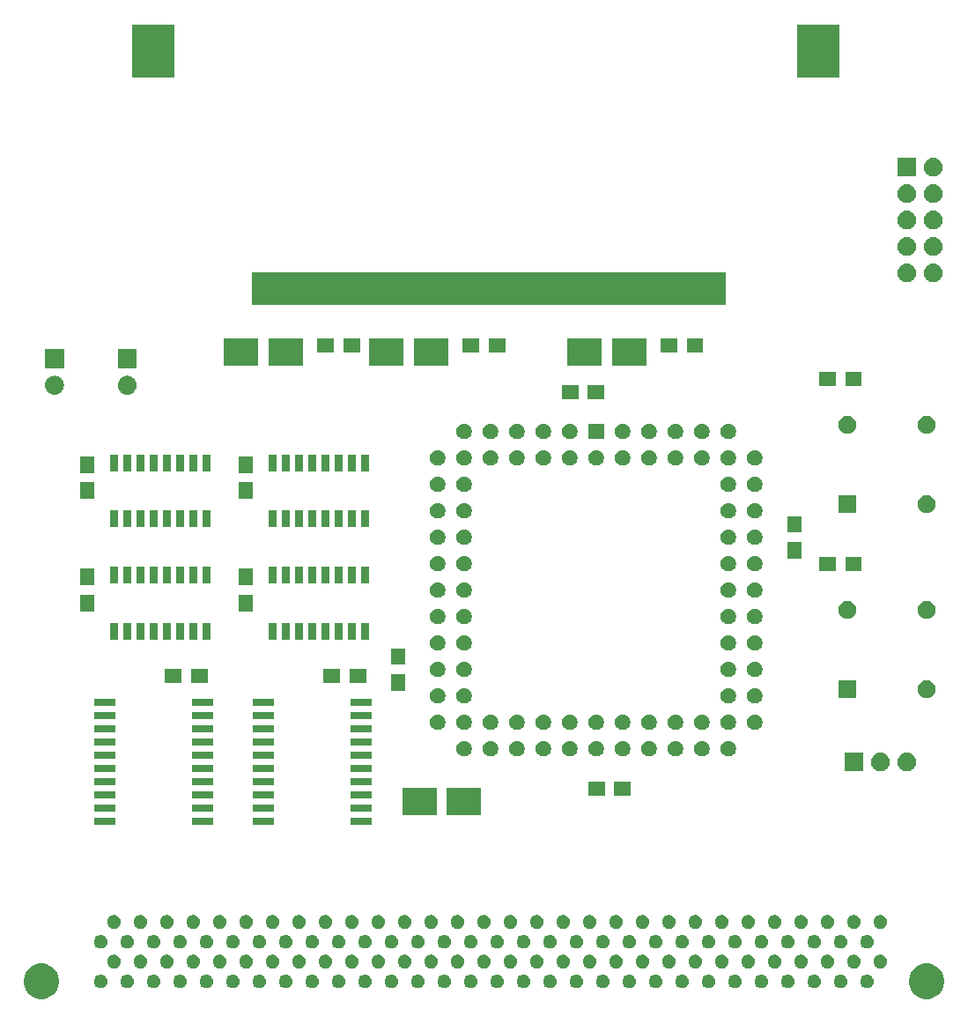
<source format=gbr>
G04 #@! TF.GenerationSoftware,KiCad,Pcbnew,(5.0.2)-1*
G04 #@! TF.CreationDate,2019-01-03T08:31:25-07:00*
G04 #@! TF.ProjectId,16MB DRAM,31364d42-2044-4524-914d-2e6b69636164,rev?*
G04 #@! TF.SameCoordinates,Original*
G04 #@! TF.FileFunction,Soldermask,Top*
G04 #@! TF.FilePolarity,Negative*
%FSLAX46Y46*%
G04 Gerber Fmt 4.6, Leading zero omitted, Abs format (unit mm)*
G04 Created by KiCad (PCBNEW (5.0.2)-1) date 1/3/2019 8:31:25 AM*
%MOMM*%
%LPD*%
G01*
G04 APERTURE LIST*
%ADD10C,0.100000*%
G04 APERTURE END LIST*
D10*
G36*
X117973306Y-120404300D02*
X118284208Y-120533080D01*
X118564013Y-120720040D01*
X118801960Y-120957987D01*
X118988920Y-121237792D01*
X119117700Y-121548694D01*
X119183350Y-121878741D01*
X119183350Y-122215259D01*
X119117700Y-122545306D01*
X118988920Y-122856208D01*
X118801960Y-123136013D01*
X118564013Y-123373960D01*
X118284208Y-123560920D01*
X117973306Y-123689700D01*
X117643259Y-123755350D01*
X117306741Y-123755350D01*
X116976694Y-123689700D01*
X116665792Y-123560920D01*
X116385987Y-123373960D01*
X116148040Y-123136013D01*
X115961080Y-122856208D01*
X115832300Y-122545306D01*
X115766650Y-122215259D01*
X115766650Y-121878741D01*
X115832300Y-121548694D01*
X115961080Y-121237792D01*
X116148040Y-120957987D01*
X116385987Y-120720040D01*
X116665792Y-120533080D01*
X116976694Y-120404300D01*
X117306741Y-120338650D01*
X117643259Y-120338650D01*
X117973306Y-120404300D01*
X117973306Y-120404300D01*
G37*
G36*
X32883306Y-120404300D02*
X33194208Y-120533080D01*
X33474013Y-120720040D01*
X33711960Y-120957987D01*
X33898920Y-121237792D01*
X34027700Y-121548694D01*
X34093350Y-121878741D01*
X34093350Y-122215259D01*
X34027700Y-122545306D01*
X33898920Y-122856208D01*
X33711960Y-123136013D01*
X33474013Y-123373960D01*
X33194208Y-123560920D01*
X32883306Y-123689700D01*
X32553259Y-123755350D01*
X32216741Y-123755350D01*
X31886694Y-123689700D01*
X31575792Y-123560920D01*
X31295987Y-123373960D01*
X31058040Y-123136013D01*
X30871080Y-122856208D01*
X30742300Y-122545306D01*
X30676650Y-122215259D01*
X30676650Y-121878741D01*
X30742300Y-121548694D01*
X30871080Y-121237792D01*
X31058040Y-120957987D01*
X31295987Y-120720040D01*
X31575792Y-120533080D01*
X31886694Y-120404300D01*
X32216741Y-120338650D01*
X32553259Y-120338650D01*
X32883306Y-120404300D01*
X32883306Y-120404300D01*
G37*
G36*
X106872689Y-121411786D02*
X106992908Y-121461582D01*
X107101112Y-121533882D01*
X107193118Y-121625888D01*
X107265418Y-121734092D01*
X107315214Y-121854311D01*
X107340600Y-121981935D01*
X107340600Y-122112065D01*
X107315214Y-122239689D01*
X107265418Y-122359908D01*
X107193118Y-122468112D01*
X107101112Y-122560118D01*
X106992908Y-122632418D01*
X106872689Y-122682214D01*
X106745065Y-122707600D01*
X106614935Y-122707600D01*
X106487311Y-122682214D01*
X106367092Y-122632418D01*
X106258888Y-122560118D01*
X106166882Y-122468112D01*
X106094582Y-122359908D01*
X106044786Y-122239689D01*
X106019400Y-122112065D01*
X106019400Y-121981935D01*
X106044786Y-121854311D01*
X106094582Y-121734092D01*
X106166882Y-121625888D01*
X106258888Y-121533882D01*
X106367092Y-121461582D01*
X106487311Y-121411786D01*
X106614935Y-121386400D01*
X106745065Y-121386400D01*
X106872689Y-121411786D01*
X106872689Y-121411786D01*
G37*
G36*
X91632689Y-121411786D02*
X91752908Y-121461582D01*
X91861112Y-121533882D01*
X91953118Y-121625888D01*
X92025418Y-121734092D01*
X92075214Y-121854311D01*
X92100600Y-121981935D01*
X92100600Y-122112065D01*
X92075214Y-122239689D01*
X92025418Y-122359908D01*
X91953118Y-122468112D01*
X91861112Y-122560118D01*
X91752908Y-122632418D01*
X91632689Y-122682214D01*
X91505065Y-122707600D01*
X91374935Y-122707600D01*
X91247311Y-122682214D01*
X91127092Y-122632418D01*
X91018888Y-122560118D01*
X90926882Y-122468112D01*
X90854582Y-122359908D01*
X90804786Y-122239689D01*
X90779400Y-122112065D01*
X90779400Y-121981935D01*
X90804786Y-121854311D01*
X90854582Y-121734092D01*
X90926882Y-121625888D01*
X91018888Y-121533882D01*
X91127092Y-121461582D01*
X91247311Y-121411786D01*
X91374935Y-121386400D01*
X91505065Y-121386400D01*
X91632689Y-121411786D01*
X91632689Y-121411786D01*
G37*
G36*
X104332689Y-121411786D02*
X104452908Y-121461582D01*
X104561112Y-121533882D01*
X104653118Y-121625888D01*
X104725418Y-121734092D01*
X104775214Y-121854311D01*
X104800600Y-121981935D01*
X104800600Y-122112065D01*
X104775214Y-122239689D01*
X104725418Y-122359908D01*
X104653118Y-122468112D01*
X104561112Y-122560118D01*
X104452908Y-122632418D01*
X104332689Y-122682214D01*
X104205065Y-122707600D01*
X104074935Y-122707600D01*
X103947311Y-122682214D01*
X103827092Y-122632418D01*
X103718888Y-122560118D01*
X103626882Y-122468112D01*
X103554582Y-122359908D01*
X103504786Y-122239689D01*
X103479400Y-122112065D01*
X103479400Y-121981935D01*
X103504786Y-121854311D01*
X103554582Y-121734092D01*
X103626882Y-121625888D01*
X103718888Y-121533882D01*
X103827092Y-121461582D01*
X103947311Y-121411786D01*
X104074935Y-121386400D01*
X104205065Y-121386400D01*
X104332689Y-121411786D01*
X104332689Y-121411786D01*
G37*
G36*
X101792689Y-121411786D02*
X101912908Y-121461582D01*
X102021112Y-121533882D01*
X102113118Y-121625888D01*
X102185418Y-121734092D01*
X102235214Y-121854311D01*
X102260600Y-121981935D01*
X102260600Y-122112065D01*
X102235214Y-122239689D01*
X102185418Y-122359908D01*
X102113118Y-122468112D01*
X102021112Y-122560118D01*
X101912908Y-122632418D01*
X101792689Y-122682214D01*
X101665065Y-122707600D01*
X101534935Y-122707600D01*
X101407311Y-122682214D01*
X101287092Y-122632418D01*
X101178888Y-122560118D01*
X101086882Y-122468112D01*
X101014582Y-122359908D01*
X100964786Y-122239689D01*
X100939400Y-122112065D01*
X100939400Y-121981935D01*
X100964786Y-121854311D01*
X101014582Y-121734092D01*
X101086882Y-121625888D01*
X101178888Y-121533882D01*
X101287092Y-121461582D01*
X101407311Y-121411786D01*
X101534935Y-121386400D01*
X101665065Y-121386400D01*
X101792689Y-121411786D01*
X101792689Y-121411786D01*
G37*
G36*
X99252689Y-121411786D02*
X99372908Y-121461582D01*
X99481112Y-121533882D01*
X99573118Y-121625888D01*
X99645418Y-121734092D01*
X99695214Y-121854311D01*
X99720600Y-121981935D01*
X99720600Y-122112065D01*
X99695214Y-122239689D01*
X99645418Y-122359908D01*
X99573118Y-122468112D01*
X99481112Y-122560118D01*
X99372908Y-122632418D01*
X99252689Y-122682214D01*
X99125065Y-122707600D01*
X98994935Y-122707600D01*
X98867311Y-122682214D01*
X98747092Y-122632418D01*
X98638888Y-122560118D01*
X98546882Y-122468112D01*
X98474582Y-122359908D01*
X98424786Y-122239689D01*
X98399400Y-122112065D01*
X98399400Y-121981935D01*
X98424786Y-121854311D01*
X98474582Y-121734092D01*
X98546882Y-121625888D01*
X98638888Y-121533882D01*
X98747092Y-121461582D01*
X98867311Y-121411786D01*
X98994935Y-121386400D01*
X99125065Y-121386400D01*
X99252689Y-121411786D01*
X99252689Y-121411786D01*
G37*
G36*
X96712689Y-121411786D02*
X96832908Y-121461582D01*
X96941112Y-121533882D01*
X97033118Y-121625888D01*
X97105418Y-121734092D01*
X97155214Y-121854311D01*
X97180600Y-121981935D01*
X97180600Y-122112065D01*
X97155214Y-122239689D01*
X97105418Y-122359908D01*
X97033118Y-122468112D01*
X96941112Y-122560118D01*
X96832908Y-122632418D01*
X96712689Y-122682214D01*
X96585065Y-122707600D01*
X96454935Y-122707600D01*
X96327311Y-122682214D01*
X96207092Y-122632418D01*
X96098888Y-122560118D01*
X96006882Y-122468112D01*
X95934582Y-122359908D01*
X95884786Y-122239689D01*
X95859400Y-122112065D01*
X95859400Y-121981935D01*
X95884786Y-121854311D01*
X95934582Y-121734092D01*
X96006882Y-121625888D01*
X96098888Y-121533882D01*
X96207092Y-121461582D01*
X96327311Y-121411786D01*
X96454935Y-121386400D01*
X96585065Y-121386400D01*
X96712689Y-121411786D01*
X96712689Y-121411786D01*
G37*
G36*
X94172689Y-121411786D02*
X94292908Y-121461582D01*
X94401112Y-121533882D01*
X94493118Y-121625888D01*
X94565418Y-121734092D01*
X94615214Y-121854311D01*
X94640600Y-121981935D01*
X94640600Y-122112065D01*
X94615214Y-122239689D01*
X94565418Y-122359908D01*
X94493118Y-122468112D01*
X94401112Y-122560118D01*
X94292908Y-122632418D01*
X94172689Y-122682214D01*
X94045065Y-122707600D01*
X93914935Y-122707600D01*
X93787311Y-122682214D01*
X93667092Y-122632418D01*
X93558888Y-122560118D01*
X93466882Y-122468112D01*
X93394582Y-122359908D01*
X93344786Y-122239689D01*
X93319400Y-122112065D01*
X93319400Y-121981935D01*
X93344786Y-121854311D01*
X93394582Y-121734092D01*
X93466882Y-121625888D01*
X93558888Y-121533882D01*
X93667092Y-121461582D01*
X93787311Y-121411786D01*
X93914935Y-121386400D01*
X94045065Y-121386400D01*
X94172689Y-121411786D01*
X94172689Y-121411786D01*
G37*
G36*
X89092689Y-121411786D02*
X89212908Y-121461582D01*
X89321112Y-121533882D01*
X89413118Y-121625888D01*
X89485418Y-121734092D01*
X89535214Y-121854311D01*
X89560600Y-121981935D01*
X89560600Y-122112065D01*
X89535214Y-122239689D01*
X89485418Y-122359908D01*
X89413118Y-122468112D01*
X89321112Y-122560118D01*
X89212908Y-122632418D01*
X89092689Y-122682214D01*
X88965065Y-122707600D01*
X88834935Y-122707600D01*
X88707311Y-122682214D01*
X88587092Y-122632418D01*
X88478888Y-122560118D01*
X88386882Y-122468112D01*
X88314582Y-122359908D01*
X88264786Y-122239689D01*
X88239400Y-122112065D01*
X88239400Y-121981935D01*
X88264786Y-121854311D01*
X88314582Y-121734092D01*
X88386882Y-121625888D01*
X88478888Y-121533882D01*
X88587092Y-121461582D01*
X88707311Y-121411786D01*
X88834935Y-121386400D01*
X88965065Y-121386400D01*
X89092689Y-121411786D01*
X89092689Y-121411786D01*
G37*
G36*
X86552689Y-121411786D02*
X86672908Y-121461582D01*
X86781112Y-121533882D01*
X86873118Y-121625888D01*
X86945418Y-121734092D01*
X86995214Y-121854311D01*
X87020600Y-121981935D01*
X87020600Y-122112065D01*
X86995214Y-122239689D01*
X86945418Y-122359908D01*
X86873118Y-122468112D01*
X86781112Y-122560118D01*
X86672908Y-122632418D01*
X86552689Y-122682214D01*
X86425065Y-122707600D01*
X86294935Y-122707600D01*
X86167311Y-122682214D01*
X86047092Y-122632418D01*
X85938888Y-122560118D01*
X85846882Y-122468112D01*
X85774582Y-122359908D01*
X85724786Y-122239689D01*
X85699400Y-122112065D01*
X85699400Y-121981935D01*
X85724786Y-121854311D01*
X85774582Y-121734092D01*
X85846882Y-121625888D01*
X85938888Y-121533882D01*
X86047092Y-121461582D01*
X86167311Y-121411786D01*
X86294935Y-121386400D01*
X86425065Y-121386400D01*
X86552689Y-121411786D01*
X86552689Y-121411786D01*
G37*
G36*
X84012689Y-121411786D02*
X84132908Y-121461582D01*
X84241112Y-121533882D01*
X84333118Y-121625888D01*
X84405418Y-121734092D01*
X84455214Y-121854311D01*
X84480600Y-121981935D01*
X84480600Y-122112065D01*
X84455214Y-122239689D01*
X84405418Y-122359908D01*
X84333118Y-122468112D01*
X84241112Y-122560118D01*
X84132908Y-122632418D01*
X84012689Y-122682214D01*
X83885065Y-122707600D01*
X83754935Y-122707600D01*
X83627311Y-122682214D01*
X83507092Y-122632418D01*
X83398888Y-122560118D01*
X83306882Y-122468112D01*
X83234582Y-122359908D01*
X83184786Y-122239689D01*
X83159400Y-122112065D01*
X83159400Y-121981935D01*
X83184786Y-121854311D01*
X83234582Y-121734092D01*
X83306882Y-121625888D01*
X83398888Y-121533882D01*
X83507092Y-121461582D01*
X83627311Y-121411786D01*
X83754935Y-121386400D01*
X83885065Y-121386400D01*
X84012689Y-121411786D01*
X84012689Y-121411786D01*
G37*
G36*
X81472689Y-121411786D02*
X81592908Y-121461582D01*
X81701112Y-121533882D01*
X81793118Y-121625888D01*
X81865418Y-121734092D01*
X81915214Y-121854311D01*
X81940600Y-121981935D01*
X81940600Y-122112065D01*
X81915214Y-122239689D01*
X81865418Y-122359908D01*
X81793118Y-122468112D01*
X81701112Y-122560118D01*
X81592908Y-122632418D01*
X81472689Y-122682214D01*
X81345065Y-122707600D01*
X81214935Y-122707600D01*
X81087311Y-122682214D01*
X80967092Y-122632418D01*
X80858888Y-122560118D01*
X80766882Y-122468112D01*
X80694582Y-122359908D01*
X80644786Y-122239689D01*
X80619400Y-122112065D01*
X80619400Y-121981935D01*
X80644786Y-121854311D01*
X80694582Y-121734092D01*
X80766882Y-121625888D01*
X80858888Y-121533882D01*
X80967092Y-121461582D01*
X81087311Y-121411786D01*
X81214935Y-121386400D01*
X81345065Y-121386400D01*
X81472689Y-121411786D01*
X81472689Y-121411786D01*
G37*
G36*
X78932689Y-121411786D02*
X79052908Y-121461582D01*
X79161112Y-121533882D01*
X79253118Y-121625888D01*
X79325418Y-121734092D01*
X79375214Y-121854311D01*
X79400600Y-121981935D01*
X79400600Y-122112065D01*
X79375214Y-122239689D01*
X79325418Y-122359908D01*
X79253118Y-122468112D01*
X79161112Y-122560118D01*
X79052908Y-122632418D01*
X78932689Y-122682214D01*
X78805065Y-122707600D01*
X78674935Y-122707600D01*
X78547311Y-122682214D01*
X78427092Y-122632418D01*
X78318888Y-122560118D01*
X78226882Y-122468112D01*
X78154582Y-122359908D01*
X78104786Y-122239689D01*
X78079400Y-122112065D01*
X78079400Y-121981935D01*
X78104786Y-121854311D01*
X78154582Y-121734092D01*
X78226882Y-121625888D01*
X78318888Y-121533882D01*
X78427092Y-121461582D01*
X78547311Y-121411786D01*
X78674935Y-121386400D01*
X78805065Y-121386400D01*
X78932689Y-121411786D01*
X78932689Y-121411786D01*
G37*
G36*
X76392689Y-121411786D02*
X76512908Y-121461582D01*
X76621112Y-121533882D01*
X76713118Y-121625888D01*
X76785418Y-121734092D01*
X76835214Y-121854311D01*
X76860600Y-121981935D01*
X76860600Y-122112065D01*
X76835214Y-122239689D01*
X76785418Y-122359908D01*
X76713118Y-122468112D01*
X76621112Y-122560118D01*
X76512908Y-122632418D01*
X76392689Y-122682214D01*
X76265065Y-122707600D01*
X76134935Y-122707600D01*
X76007311Y-122682214D01*
X75887092Y-122632418D01*
X75778888Y-122560118D01*
X75686882Y-122468112D01*
X75614582Y-122359908D01*
X75564786Y-122239689D01*
X75539400Y-122112065D01*
X75539400Y-121981935D01*
X75564786Y-121854311D01*
X75614582Y-121734092D01*
X75686882Y-121625888D01*
X75778888Y-121533882D01*
X75887092Y-121461582D01*
X76007311Y-121411786D01*
X76134935Y-121386400D01*
X76265065Y-121386400D01*
X76392689Y-121411786D01*
X76392689Y-121411786D01*
G37*
G36*
X73852689Y-121411786D02*
X73972908Y-121461582D01*
X74081112Y-121533882D01*
X74173118Y-121625888D01*
X74245418Y-121734092D01*
X74295214Y-121854311D01*
X74320600Y-121981935D01*
X74320600Y-122112065D01*
X74295214Y-122239689D01*
X74245418Y-122359908D01*
X74173118Y-122468112D01*
X74081112Y-122560118D01*
X73972908Y-122632418D01*
X73852689Y-122682214D01*
X73725065Y-122707600D01*
X73594935Y-122707600D01*
X73467311Y-122682214D01*
X73347092Y-122632418D01*
X73238888Y-122560118D01*
X73146882Y-122468112D01*
X73074582Y-122359908D01*
X73024786Y-122239689D01*
X72999400Y-122112065D01*
X72999400Y-121981935D01*
X73024786Y-121854311D01*
X73074582Y-121734092D01*
X73146882Y-121625888D01*
X73238888Y-121533882D01*
X73347092Y-121461582D01*
X73467311Y-121411786D01*
X73594935Y-121386400D01*
X73725065Y-121386400D01*
X73852689Y-121411786D01*
X73852689Y-121411786D01*
G37*
G36*
X71312689Y-121411786D02*
X71432908Y-121461582D01*
X71541112Y-121533882D01*
X71633118Y-121625888D01*
X71705418Y-121734092D01*
X71755214Y-121854311D01*
X71780600Y-121981935D01*
X71780600Y-122112065D01*
X71755214Y-122239689D01*
X71705418Y-122359908D01*
X71633118Y-122468112D01*
X71541112Y-122560118D01*
X71432908Y-122632418D01*
X71312689Y-122682214D01*
X71185065Y-122707600D01*
X71054935Y-122707600D01*
X70927311Y-122682214D01*
X70807092Y-122632418D01*
X70698888Y-122560118D01*
X70606882Y-122468112D01*
X70534582Y-122359908D01*
X70484786Y-122239689D01*
X70459400Y-122112065D01*
X70459400Y-121981935D01*
X70484786Y-121854311D01*
X70534582Y-121734092D01*
X70606882Y-121625888D01*
X70698888Y-121533882D01*
X70807092Y-121461582D01*
X70927311Y-121411786D01*
X71054935Y-121386400D01*
X71185065Y-121386400D01*
X71312689Y-121411786D01*
X71312689Y-121411786D01*
G37*
G36*
X40832689Y-121411786D02*
X40952908Y-121461582D01*
X41061112Y-121533882D01*
X41153118Y-121625888D01*
X41225418Y-121734092D01*
X41275214Y-121854311D01*
X41300600Y-121981935D01*
X41300600Y-122112065D01*
X41275214Y-122239689D01*
X41225418Y-122359908D01*
X41153118Y-122468112D01*
X41061112Y-122560118D01*
X40952908Y-122632418D01*
X40832689Y-122682214D01*
X40705065Y-122707600D01*
X40574935Y-122707600D01*
X40447311Y-122682214D01*
X40327092Y-122632418D01*
X40218888Y-122560118D01*
X40126882Y-122468112D01*
X40054582Y-122359908D01*
X40004786Y-122239689D01*
X39979400Y-122112065D01*
X39979400Y-121981935D01*
X40004786Y-121854311D01*
X40054582Y-121734092D01*
X40126882Y-121625888D01*
X40218888Y-121533882D01*
X40327092Y-121461582D01*
X40447311Y-121411786D01*
X40574935Y-121386400D01*
X40705065Y-121386400D01*
X40832689Y-121411786D01*
X40832689Y-121411786D01*
G37*
G36*
X50992689Y-121411786D02*
X51112908Y-121461582D01*
X51221112Y-121533882D01*
X51313118Y-121625888D01*
X51385418Y-121734092D01*
X51435214Y-121854311D01*
X51460600Y-121981935D01*
X51460600Y-122112065D01*
X51435214Y-122239689D01*
X51385418Y-122359908D01*
X51313118Y-122468112D01*
X51221112Y-122560118D01*
X51112908Y-122632418D01*
X50992689Y-122682214D01*
X50865065Y-122707600D01*
X50734935Y-122707600D01*
X50607311Y-122682214D01*
X50487092Y-122632418D01*
X50378888Y-122560118D01*
X50286882Y-122468112D01*
X50214582Y-122359908D01*
X50164786Y-122239689D01*
X50139400Y-122112065D01*
X50139400Y-121981935D01*
X50164786Y-121854311D01*
X50214582Y-121734092D01*
X50286882Y-121625888D01*
X50378888Y-121533882D01*
X50487092Y-121461582D01*
X50607311Y-121411786D01*
X50734935Y-121386400D01*
X50865065Y-121386400D01*
X50992689Y-121411786D01*
X50992689Y-121411786D01*
G37*
G36*
X111952689Y-121411786D02*
X112072908Y-121461582D01*
X112181112Y-121533882D01*
X112273118Y-121625888D01*
X112345418Y-121734092D01*
X112395214Y-121854311D01*
X112420600Y-121981935D01*
X112420600Y-122112065D01*
X112395214Y-122239689D01*
X112345418Y-122359908D01*
X112273118Y-122468112D01*
X112181112Y-122560118D01*
X112072908Y-122632418D01*
X111952689Y-122682214D01*
X111825065Y-122707600D01*
X111694935Y-122707600D01*
X111567311Y-122682214D01*
X111447092Y-122632418D01*
X111338888Y-122560118D01*
X111246882Y-122468112D01*
X111174582Y-122359908D01*
X111124786Y-122239689D01*
X111099400Y-122112065D01*
X111099400Y-121981935D01*
X111124786Y-121854311D01*
X111174582Y-121734092D01*
X111246882Y-121625888D01*
X111338888Y-121533882D01*
X111447092Y-121461582D01*
X111567311Y-121411786D01*
X111694935Y-121386400D01*
X111825065Y-121386400D01*
X111952689Y-121411786D01*
X111952689Y-121411786D01*
G37*
G36*
X68772689Y-121411786D02*
X68892908Y-121461582D01*
X69001112Y-121533882D01*
X69093118Y-121625888D01*
X69165418Y-121734092D01*
X69215214Y-121854311D01*
X69240600Y-121981935D01*
X69240600Y-122112065D01*
X69215214Y-122239689D01*
X69165418Y-122359908D01*
X69093118Y-122468112D01*
X69001112Y-122560118D01*
X68892908Y-122632418D01*
X68772689Y-122682214D01*
X68645065Y-122707600D01*
X68514935Y-122707600D01*
X68387311Y-122682214D01*
X68267092Y-122632418D01*
X68158888Y-122560118D01*
X68066882Y-122468112D01*
X67994582Y-122359908D01*
X67944786Y-122239689D01*
X67919400Y-122112065D01*
X67919400Y-121981935D01*
X67944786Y-121854311D01*
X67994582Y-121734092D01*
X68066882Y-121625888D01*
X68158888Y-121533882D01*
X68267092Y-121461582D01*
X68387311Y-121411786D01*
X68514935Y-121386400D01*
X68645065Y-121386400D01*
X68772689Y-121411786D01*
X68772689Y-121411786D01*
G37*
G36*
X66232689Y-121411786D02*
X66352908Y-121461582D01*
X66461112Y-121533882D01*
X66553118Y-121625888D01*
X66625418Y-121734092D01*
X66675214Y-121854311D01*
X66700600Y-121981935D01*
X66700600Y-122112065D01*
X66675214Y-122239689D01*
X66625418Y-122359908D01*
X66553118Y-122468112D01*
X66461112Y-122560118D01*
X66352908Y-122632418D01*
X66232689Y-122682214D01*
X66105065Y-122707600D01*
X65974935Y-122707600D01*
X65847311Y-122682214D01*
X65727092Y-122632418D01*
X65618888Y-122560118D01*
X65526882Y-122468112D01*
X65454582Y-122359908D01*
X65404786Y-122239689D01*
X65379400Y-122112065D01*
X65379400Y-121981935D01*
X65404786Y-121854311D01*
X65454582Y-121734092D01*
X65526882Y-121625888D01*
X65618888Y-121533882D01*
X65727092Y-121461582D01*
X65847311Y-121411786D01*
X65974935Y-121386400D01*
X66105065Y-121386400D01*
X66232689Y-121411786D01*
X66232689Y-121411786D01*
G37*
G36*
X63692689Y-121411786D02*
X63812908Y-121461582D01*
X63921112Y-121533882D01*
X64013118Y-121625888D01*
X64085418Y-121734092D01*
X64135214Y-121854311D01*
X64160600Y-121981935D01*
X64160600Y-122112065D01*
X64135214Y-122239689D01*
X64085418Y-122359908D01*
X64013118Y-122468112D01*
X63921112Y-122560118D01*
X63812908Y-122632418D01*
X63692689Y-122682214D01*
X63565065Y-122707600D01*
X63434935Y-122707600D01*
X63307311Y-122682214D01*
X63187092Y-122632418D01*
X63078888Y-122560118D01*
X62986882Y-122468112D01*
X62914582Y-122359908D01*
X62864786Y-122239689D01*
X62839400Y-122112065D01*
X62839400Y-121981935D01*
X62864786Y-121854311D01*
X62914582Y-121734092D01*
X62986882Y-121625888D01*
X63078888Y-121533882D01*
X63187092Y-121461582D01*
X63307311Y-121411786D01*
X63434935Y-121386400D01*
X63565065Y-121386400D01*
X63692689Y-121411786D01*
X63692689Y-121411786D01*
G37*
G36*
X61152689Y-121411786D02*
X61272908Y-121461582D01*
X61381112Y-121533882D01*
X61473118Y-121625888D01*
X61545418Y-121734092D01*
X61595214Y-121854311D01*
X61620600Y-121981935D01*
X61620600Y-122112065D01*
X61595214Y-122239689D01*
X61545418Y-122359908D01*
X61473118Y-122468112D01*
X61381112Y-122560118D01*
X61272908Y-122632418D01*
X61152689Y-122682214D01*
X61025065Y-122707600D01*
X60894935Y-122707600D01*
X60767311Y-122682214D01*
X60647092Y-122632418D01*
X60538888Y-122560118D01*
X60446882Y-122468112D01*
X60374582Y-122359908D01*
X60324786Y-122239689D01*
X60299400Y-122112065D01*
X60299400Y-121981935D01*
X60324786Y-121854311D01*
X60374582Y-121734092D01*
X60446882Y-121625888D01*
X60538888Y-121533882D01*
X60647092Y-121461582D01*
X60767311Y-121411786D01*
X60894935Y-121386400D01*
X61025065Y-121386400D01*
X61152689Y-121411786D01*
X61152689Y-121411786D01*
G37*
G36*
X58612689Y-121411786D02*
X58732908Y-121461582D01*
X58841112Y-121533882D01*
X58933118Y-121625888D01*
X59005418Y-121734092D01*
X59055214Y-121854311D01*
X59080600Y-121981935D01*
X59080600Y-122112065D01*
X59055214Y-122239689D01*
X59005418Y-122359908D01*
X58933118Y-122468112D01*
X58841112Y-122560118D01*
X58732908Y-122632418D01*
X58612689Y-122682214D01*
X58485065Y-122707600D01*
X58354935Y-122707600D01*
X58227311Y-122682214D01*
X58107092Y-122632418D01*
X57998888Y-122560118D01*
X57906882Y-122468112D01*
X57834582Y-122359908D01*
X57784786Y-122239689D01*
X57759400Y-122112065D01*
X57759400Y-121981935D01*
X57784786Y-121854311D01*
X57834582Y-121734092D01*
X57906882Y-121625888D01*
X57998888Y-121533882D01*
X58107092Y-121461582D01*
X58227311Y-121411786D01*
X58354935Y-121386400D01*
X58485065Y-121386400D01*
X58612689Y-121411786D01*
X58612689Y-121411786D01*
G37*
G36*
X53532689Y-121411786D02*
X53652908Y-121461582D01*
X53761112Y-121533882D01*
X53853118Y-121625888D01*
X53925418Y-121734092D01*
X53975214Y-121854311D01*
X54000600Y-121981935D01*
X54000600Y-122112065D01*
X53975214Y-122239689D01*
X53925418Y-122359908D01*
X53853118Y-122468112D01*
X53761112Y-122560118D01*
X53652908Y-122632418D01*
X53532689Y-122682214D01*
X53405065Y-122707600D01*
X53274935Y-122707600D01*
X53147311Y-122682214D01*
X53027092Y-122632418D01*
X52918888Y-122560118D01*
X52826882Y-122468112D01*
X52754582Y-122359908D01*
X52704786Y-122239689D01*
X52679400Y-122112065D01*
X52679400Y-121981935D01*
X52704786Y-121854311D01*
X52754582Y-121734092D01*
X52826882Y-121625888D01*
X52918888Y-121533882D01*
X53027092Y-121461582D01*
X53147311Y-121411786D01*
X53274935Y-121386400D01*
X53405065Y-121386400D01*
X53532689Y-121411786D01*
X53532689Y-121411786D01*
G37*
G36*
X56072689Y-121411786D02*
X56192908Y-121461582D01*
X56301112Y-121533882D01*
X56393118Y-121625888D01*
X56465418Y-121734092D01*
X56515214Y-121854311D01*
X56540600Y-121981935D01*
X56540600Y-122112065D01*
X56515214Y-122239689D01*
X56465418Y-122359908D01*
X56393118Y-122468112D01*
X56301112Y-122560118D01*
X56192908Y-122632418D01*
X56072689Y-122682214D01*
X55945065Y-122707600D01*
X55814935Y-122707600D01*
X55687311Y-122682214D01*
X55567092Y-122632418D01*
X55458888Y-122560118D01*
X55366882Y-122468112D01*
X55294582Y-122359908D01*
X55244786Y-122239689D01*
X55219400Y-122112065D01*
X55219400Y-121981935D01*
X55244786Y-121854311D01*
X55294582Y-121734092D01*
X55366882Y-121625888D01*
X55458888Y-121533882D01*
X55567092Y-121461582D01*
X55687311Y-121411786D01*
X55814935Y-121386400D01*
X55945065Y-121386400D01*
X56072689Y-121411786D01*
X56072689Y-121411786D01*
G37*
G36*
X109412689Y-121411786D02*
X109532908Y-121461582D01*
X109641112Y-121533882D01*
X109733118Y-121625888D01*
X109805418Y-121734092D01*
X109855214Y-121854311D01*
X109880600Y-121981935D01*
X109880600Y-122112065D01*
X109855214Y-122239689D01*
X109805418Y-122359908D01*
X109733118Y-122468112D01*
X109641112Y-122560118D01*
X109532908Y-122632418D01*
X109412689Y-122682214D01*
X109285065Y-122707600D01*
X109154935Y-122707600D01*
X109027311Y-122682214D01*
X108907092Y-122632418D01*
X108798888Y-122560118D01*
X108706882Y-122468112D01*
X108634582Y-122359908D01*
X108584786Y-122239689D01*
X108559400Y-122112065D01*
X108559400Y-121981935D01*
X108584786Y-121854311D01*
X108634582Y-121734092D01*
X108706882Y-121625888D01*
X108798888Y-121533882D01*
X108907092Y-121461582D01*
X109027311Y-121411786D01*
X109154935Y-121386400D01*
X109285065Y-121386400D01*
X109412689Y-121411786D01*
X109412689Y-121411786D01*
G37*
G36*
X48452689Y-121411786D02*
X48572908Y-121461582D01*
X48681112Y-121533882D01*
X48773118Y-121625888D01*
X48845418Y-121734092D01*
X48895214Y-121854311D01*
X48920600Y-121981935D01*
X48920600Y-122112065D01*
X48895214Y-122239689D01*
X48845418Y-122359908D01*
X48773118Y-122468112D01*
X48681112Y-122560118D01*
X48572908Y-122632418D01*
X48452689Y-122682214D01*
X48325065Y-122707600D01*
X48194935Y-122707600D01*
X48067311Y-122682214D01*
X47947092Y-122632418D01*
X47838888Y-122560118D01*
X47746882Y-122468112D01*
X47674582Y-122359908D01*
X47624786Y-122239689D01*
X47599400Y-122112065D01*
X47599400Y-121981935D01*
X47624786Y-121854311D01*
X47674582Y-121734092D01*
X47746882Y-121625888D01*
X47838888Y-121533882D01*
X47947092Y-121461582D01*
X48067311Y-121411786D01*
X48194935Y-121386400D01*
X48325065Y-121386400D01*
X48452689Y-121411786D01*
X48452689Y-121411786D01*
G37*
G36*
X45912689Y-121411786D02*
X46032908Y-121461582D01*
X46141112Y-121533882D01*
X46233118Y-121625888D01*
X46305418Y-121734092D01*
X46355214Y-121854311D01*
X46380600Y-121981935D01*
X46380600Y-122112065D01*
X46355214Y-122239689D01*
X46305418Y-122359908D01*
X46233118Y-122468112D01*
X46141112Y-122560118D01*
X46032908Y-122632418D01*
X45912689Y-122682214D01*
X45785065Y-122707600D01*
X45654935Y-122707600D01*
X45527311Y-122682214D01*
X45407092Y-122632418D01*
X45298888Y-122560118D01*
X45206882Y-122468112D01*
X45134582Y-122359908D01*
X45084786Y-122239689D01*
X45059400Y-122112065D01*
X45059400Y-121981935D01*
X45084786Y-121854311D01*
X45134582Y-121734092D01*
X45206882Y-121625888D01*
X45298888Y-121533882D01*
X45407092Y-121461582D01*
X45527311Y-121411786D01*
X45654935Y-121386400D01*
X45785065Y-121386400D01*
X45912689Y-121411786D01*
X45912689Y-121411786D01*
G37*
G36*
X43372689Y-121411786D02*
X43492908Y-121461582D01*
X43601112Y-121533882D01*
X43693118Y-121625888D01*
X43765418Y-121734092D01*
X43815214Y-121854311D01*
X43840600Y-121981935D01*
X43840600Y-122112065D01*
X43815214Y-122239689D01*
X43765418Y-122359908D01*
X43693118Y-122468112D01*
X43601112Y-122560118D01*
X43492908Y-122632418D01*
X43372689Y-122682214D01*
X43245065Y-122707600D01*
X43114935Y-122707600D01*
X42987311Y-122682214D01*
X42867092Y-122632418D01*
X42758888Y-122560118D01*
X42666882Y-122468112D01*
X42594582Y-122359908D01*
X42544786Y-122239689D01*
X42519400Y-122112065D01*
X42519400Y-121981935D01*
X42544786Y-121854311D01*
X42594582Y-121734092D01*
X42666882Y-121625888D01*
X42758888Y-121533882D01*
X42867092Y-121461582D01*
X42987311Y-121411786D01*
X43114935Y-121386400D01*
X43245065Y-121386400D01*
X43372689Y-121411786D01*
X43372689Y-121411786D01*
G37*
G36*
X38292689Y-121411786D02*
X38412908Y-121461582D01*
X38521112Y-121533882D01*
X38613118Y-121625888D01*
X38685418Y-121734092D01*
X38735214Y-121854311D01*
X38760600Y-121981935D01*
X38760600Y-122112065D01*
X38735214Y-122239689D01*
X38685418Y-122359908D01*
X38613118Y-122468112D01*
X38521112Y-122560118D01*
X38412908Y-122632418D01*
X38292689Y-122682214D01*
X38165065Y-122707600D01*
X38034935Y-122707600D01*
X37907311Y-122682214D01*
X37787092Y-122632418D01*
X37678888Y-122560118D01*
X37586882Y-122468112D01*
X37514582Y-122359908D01*
X37464786Y-122239689D01*
X37439400Y-122112065D01*
X37439400Y-121981935D01*
X37464786Y-121854311D01*
X37514582Y-121734092D01*
X37586882Y-121625888D01*
X37678888Y-121533882D01*
X37787092Y-121461582D01*
X37907311Y-121411786D01*
X38034935Y-121386400D01*
X38165065Y-121386400D01*
X38292689Y-121411786D01*
X38292689Y-121411786D01*
G37*
G36*
X90362689Y-119506786D02*
X90482908Y-119556582D01*
X90591112Y-119628882D01*
X90683118Y-119720888D01*
X90755418Y-119829092D01*
X90805214Y-119949311D01*
X90830600Y-120076935D01*
X90830600Y-120207065D01*
X90805214Y-120334689D01*
X90755418Y-120454908D01*
X90683118Y-120563112D01*
X90591112Y-120655118D01*
X90482908Y-120727418D01*
X90362689Y-120777214D01*
X90235065Y-120802600D01*
X90104935Y-120802600D01*
X89977311Y-120777214D01*
X89857092Y-120727418D01*
X89748888Y-120655118D01*
X89656882Y-120563112D01*
X89584582Y-120454908D01*
X89534786Y-120334689D01*
X89509400Y-120207065D01*
X89509400Y-120076935D01*
X89534786Y-119949311D01*
X89584582Y-119829092D01*
X89656882Y-119720888D01*
X89748888Y-119628882D01*
X89857092Y-119556582D01*
X89977311Y-119506786D01*
X90104935Y-119481400D01*
X90235065Y-119481400D01*
X90362689Y-119506786D01*
X90362689Y-119506786D01*
G37*
G36*
X59882689Y-119506786D02*
X60002908Y-119556582D01*
X60111112Y-119628882D01*
X60203118Y-119720888D01*
X60275418Y-119829092D01*
X60325214Y-119949311D01*
X60350600Y-120076935D01*
X60350600Y-120207065D01*
X60325214Y-120334689D01*
X60275418Y-120454908D01*
X60203118Y-120563112D01*
X60111112Y-120655118D01*
X60002908Y-120727418D01*
X59882689Y-120777214D01*
X59755065Y-120802600D01*
X59624935Y-120802600D01*
X59497311Y-120777214D01*
X59377092Y-120727418D01*
X59268888Y-120655118D01*
X59176882Y-120563112D01*
X59104582Y-120454908D01*
X59054786Y-120334689D01*
X59029400Y-120207065D01*
X59029400Y-120076935D01*
X59054786Y-119949311D01*
X59104582Y-119829092D01*
X59176882Y-119720888D01*
X59268888Y-119628882D01*
X59377092Y-119556582D01*
X59497311Y-119506786D01*
X59624935Y-119481400D01*
X59755065Y-119481400D01*
X59882689Y-119506786D01*
X59882689Y-119506786D01*
G37*
G36*
X87822689Y-119506786D02*
X87942908Y-119556582D01*
X88051112Y-119628882D01*
X88143118Y-119720888D01*
X88215418Y-119829092D01*
X88265214Y-119949311D01*
X88290600Y-120076935D01*
X88290600Y-120207065D01*
X88265214Y-120334689D01*
X88215418Y-120454908D01*
X88143118Y-120563112D01*
X88051112Y-120655118D01*
X87942908Y-120727418D01*
X87822689Y-120777214D01*
X87695065Y-120802600D01*
X87564935Y-120802600D01*
X87437311Y-120777214D01*
X87317092Y-120727418D01*
X87208888Y-120655118D01*
X87116882Y-120563112D01*
X87044582Y-120454908D01*
X86994786Y-120334689D01*
X86969400Y-120207065D01*
X86969400Y-120076935D01*
X86994786Y-119949311D01*
X87044582Y-119829092D01*
X87116882Y-119720888D01*
X87208888Y-119628882D01*
X87317092Y-119556582D01*
X87437311Y-119506786D01*
X87564935Y-119481400D01*
X87695065Y-119481400D01*
X87822689Y-119506786D01*
X87822689Y-119506786D01*
G37*
G36*
X82742689Y-119506786D02*
X82862908Y-119556582D01*
X82971112Y-119628882D01*
X83063118Y-119720888D01*
X83135418Y-119829092D01*
X83185214Y-119949311D01*
X83210600Y-120076935D01*
X83210600Y-120207065D01*
X83185214Y-120334689D01*
X83135418Y-120454908D01*
X83063118Y-120563112D01*
X82971112Y-120655118D01*
X82862908Y-120727418D01*
X82742689Y-120777214D01*
X82615065Y-120802600D01*
X82484935Y-120802600D01*
X82357311Y-120777214D01*
X82237092Y-120727418D01*
X82128888Y-120655118D01*
X82036882Y-120563112D01*
X81964582Y-120454908D01*
X81914786Y-120334689D01*
X81889400Y-120207065D01*
X81889400Y-120076935D01*
X81914786Y-119949311D01*
X81964582Y-119829092D01*
X82036882Y-119720888D01*
X82128888Y-119628882D01*
X82237092Y-119556582D01*
X82357311Y-119506786D01*
X82484935Y-119481400D01*
X82615065Y-119481400D01*
X82742689Y-119506786D01*
X82742689Y-119506786D01*
G37*
G36*
X85282689Y-119506786D02*
X85402908Y-119556582D01*
X85511112Y-119628882D01*
X85603118Y-119720888D01*
X85675418Y-119829092D01*
X85725214Y-119949311D01*
X85750600Y-120076935D01*
X85750600Y-120207065D01*
X85725214Y-120334689D01*
X85675418Y-120454908D01*
X85603118Y-120563112D01*
X85511112Y-120655118D01*
X85402908Y-120727418D01*
X85282689Y-120777214D01*
X85155065Y-120802600D01*
X85024935Y-120802600D01*
X84897311Y-120777214D01*
X84777092Y-120727418D01*
X84668888Y-120655118D01*
X84576882Y-120563112D01*
X84504582Y-120454908D01*
X84454786Y-120334689D01*
X84429400Y-120207065D01*
X84429400Y-120076935D01*
X84454786Y-119949311D01*
X84504582Y-119829092D01*
X84576882Y-119720888D01*
X84668888Y-119628882D01*
X84777092Y-119556582D01*
X84897311Y-119506786D01*
X85024935Y-119481400D01*
X85155065Y-119481400D01*
X85282689Y-119506786D01*
X85282689Y-119506786D01*
G37*
G36*
X44642689Y-119506786D02*
X44762908Y-119556582D01*
X44871112Y-119628882D01*
X44963118Y-119720888D01*
X45035418Y-119829092D01*
X45085214Y-119949311D01*
X45110600Y-120076935D01*
X45110600Y-120207065D01*
X45085214Y-120334689D01*
X45035418Y-120454908D01*
X44963118Y-120563112D01*
X44871112Y-120655118D01*
X44762908Y-120727418D01*
X44642689Y-120777214D01*
X44515065Y-120802600D01*
X44384935Y-120802600D01*
X44257311Y-120777214D01*
X44137092Y-120727418D01*
X44028888Y-120655118D01*
X43936882Y-120563112D01*
X43864582Y-120454908D01*
X43814786Y-120334689D01*
X43789400Y-120207065D01*
X43789400Y-120076935D01*
X43814786Y-119949311D01*
X43864582Y-119829092D01*
X43936882Y-119720888D01*
X44028888Y-119628882D01*
X44137092Y-119556582D01*
X44257311Y-119506786D01*
X44384935Y-119481400D01*
X44515065Y-119481400D01*
X44642689Y-119506786D01*
X44642689Y-119506786D01*
G37*
G36*
X110682689Y-119506786D02*
X110802908Y-119556582D01*
X110911112Y-119628882D01*
X111003118Y-119720888D01*
X111075418Y-119829092D01*
X111125214Y-119949311D01*
X111150600Y-120076935D01*
X111150600Y-120207065D01*
X111125214Y-120334689D01*
X111075418Y-120454908D01*
X111003118Y-120563112D01*
X110911112Y-120655118D01*
X110802908Y-120727418D01*
X110682689Y-120777214D01*
X110555065Y-120802600D01*
X110424935Y-120802600D01*
X110297311Y-120777214D01*
X110177092Y-120727418D01*
X110068888Y-120655118D01*
X109976882Y-120563112D01*
X109904582Y-120454908D01*
X109854786Y-120334689D01*
X109829400Y-120207065D01*
X109829400Y-120076935D01*
X109854786Y-119949311D01*
X109904582Y-119829092D01*
X109976882Y-119720888D01*
X110068888Y-119628882D01*
X110177092Y-119556582D01*
X110297311Y-119506786D01*
X110424935Y-119481400D01*
X110555065Y-119481400D01*
X110682689Y-119506786D01*
X110682689Y-119506786D01*
G37*
G36*
X42102689Y-119506786D02*
X42222908Y-119556582D01*
X42331112Y-119628882D01*
X42423118Y-119720888D01*
X42495418Y-119829092D01*
X42545214Y-119949311D01*
X42570600Y-120076935D01*
X42570600Y-120207065D01*
X42545214Y-120334689D01*
X42495418Y-120454908D01*
X42423118Y-120563112D01*
X42331112Y-120655118D01*
X42222908Y-120727418D01*
X42102689Y-120777214D01*
X41975065Y-120802600D01*
X41844935Y-120802600D01*
X41717311Y-120777214D01*
X41597092Y-120727418D01*
X41488888Y-120655118D01*
X41396882Y-120563112D01*
X41324582Y-120454908D01*
X41274786Y-120334689D01*
X41249400Y-120207065D01*
X41249400Y-120076935D01*
X41274786Y-119949311D01*
X41324582Y-119829092D01*
X41396882Y-119720888D01*
X41488888Y-119628882D01*
X41597092Y-119556582D01*
X41717311Y-119506786D01*
X41844935Y-119481400D01*
X41975065Y-119481400D01*
X42102689Y-119506786D01*
X42102689Y-119506786D01*
G37*
G36*
X113222689Y-119506786D02*
X113342908Y-119556582D01*
X113451112Y-119628882D01*
X113543118Y-119720888D01*
X113615418Y-119829092D01*
X113665214Y-119949311D01*
X113690600Y-120076935D01*
X113690600Y-120207065D01*
X113665214Y-120334689D01*
X113615418Y-120454908D01*
X113543118Y-120563112D01*
X113451112Y-120655118D01*
X113342908Y-120727418D01*
X113222689Y-120777214D01*
X113095065Y-120802600D01*
X112964935Y-120802600D01*
X112837311Y-120777214D01*
X112717092Y-120727418D01*
X112608888Y-120655118D01*
X112516882Y-120563112D01*
X112444582Y-120454908D01*
X112394786Y-120334689D01*
X112369400Y-120207065D01*
X112369400Y-120076935D01*
X112394786Y-119949311D01*
X112444582Y-119829092D01*
X112516882Y-119720888D01*
X112608888Y-119628882D01*
X112717092Y-119556582D01*
X112837311Y-119506786D01*
X112964935Y-119481400D01*
X113095065Y-119481400D01*
X113222689Y-119506786D01*
X113222689Y-119506786D01*
G37*
G36*
X47182689Y-119506786D02*
X47302908Y-119556582D01*
X47411112Y-119628882D01*
X47503118Y-119720888D01*
X47575418Y-119829092D01*
X47625214Y-119949311D01*
X47650600Y-120076935D01*
X47650600Y-120207065D01*
X47625214Y-120334689D01*
X47575418Y-120454908D01*
X47503118Y-120563112D01*
X47411112Y-120655118D01*
X47302908Y-120727418D01*
X47182689Y-120777214D01*
X47055065Y-120802600D01*
X46924935Y-120802600D01*
X46797311Y-120777214D01*
X46677092Y-120727418D01*
X46568888Y-120655118D01*
X46476882Y-120563112D01*
X46404582Y-120454908D01*
X46354786Y-120334689D01*
X46329400Y-120207065D01*
X46329400Y-120076935D01*
X46354786Y-119949311D01*
X46404582Y-119829092D01*
X46476882Y-119720888D01*
X46568888Y-119628882D01*
X46677092Y-119556582D01*
X46797311Y-119506786D01*
X46924935Y-119481400D01*
X47055065Y-119481400D01*
X47182689Y-119506786D01*
X47182689Y-119506786D01*
G37*
G36*
X49722689Y-119506786D02*
X49842908Y-119556582D01*
X49951112Y-119628882D01*
X50043118Y-119720888D01*
X50115418Y-119829092D01*
X50165214Y-119949311D01*
X50190600Y-120076935D01*
X50190600Y-120207065D01*
X50165214Y-120334689D01*
X50115418Y-120454908D01*
X50043118Y-120563112D01*
X49951112Y-120655118D01*
X49842908Y-120727418D01*
X49722689Y-120777214D01*
X49595065Y-120802600D01*
X49464935Y-120802600D01*
X49337311Y-120777214D01*
X49217092Y-120727418D01*
X49108888Y-120655118D01*
X49016882Y-120563112D01*
X48944582Y-120454908D01*
X48894786Y-120334689D01*
X48869400Y-120207065D01*
X48869400Y-120076935D01*
X48894786Y-119949311D01*
X48944582Y-119829092D01*
X49016882Y-119720888D01*
X49108888Y-119628882D01*
X49217092Y-119556582D01*
X49337311Y-119506786D01*
X49464935Y-119481400D01*
X49595065Y-119481400D01*
X49722689Y-119506786D01*
X49722689Y-119506786D01*
G37*
G36*
X52262689Y-119506786D02*
X52382908Y-119556582D01*
X52491112Y-119628882D01*
X52583118Y-119720888D01*
X52655418Y-119829092D01*
X52705214Y-119949311D01*
X52730600Y-120076935D01*
X52730600Y-120207065D01*
X52705214Y-120334689D01*
X52655418Y-120454908D01*
X52583118Y-120563112D01*
X52491112Y-120655118D01*
X52382908Y-120727418D01*
X52262689Y-120777214D01*
X52135065Y-120802600D01*
X52004935Y-120802600D01*
X51877311Y-120777214D01*
X51757092Y-120727418D01*
X51648888Y-120655118D01*
X51556882Y-120563112D01*
X51484582Y-120454908D01*
X51434786Y-120334689D01*
X51409400Y-120207065D01*
X51409400Y-120076935D01*
X51434786Y-119949311D01*
X51484582Y-119829092D01*
X51556882Y-119720888D01*
X51648888Y-119628882D01*
X51757092Y-119556582D01*
X51877311Y-119506786D01*
X52004935Y-119481400D01*
X52135065Y-119481400D01*
X52262689Y-119506786D01*
X52262689Y-119506786D01*
G37*
G36*
X54802689Y-119506786D02*
X54922908Y-119556582D01*
X55031112Y-119628882D01*
X55123118Y-119720888D01*
X55195418Y-119829092D01*
X55245214Y-119949311D01*
X55270600Y-120076935D01*
X55270600Y-120207065D01*
X55245214Y-120334689D01*
X55195418Y-120454908D01*
X55123118Y-120563112D01*
X55031112Y-120655118D01*
X54922908Y-120727418D01*
X54802689Y-120777214D01*
X54675065Y-120802600D01*
X54544935Y-120802600D01*
X54417311Y-120777214D01*
X54297092Y-120727418D01*
X54188888Y-120655118D01*
X54096882Y-120563112D01*
X54024582Y-120454908D01*
X53974786Y-120334689D01*
X53949400Y-120207065D01*
X53949400Y-120076935D01*
X53974786Y-119949311D01*
X54024582Y-119829092D01*
X54096882Y-119720888D01*
X54188888Y-119628882D01*
X54297092Y-119556582D01*
X54417311Y-119506786D01*
X54544935Y-119481400D01*
X54675065Y-119481400D01*
X54802689Y-119506786D01*
X54802689Y-119506786D01*
G37*
G36*
X57342689Y-119506786D02*
X57462908Y-119556582D01*
X57571112Y-119628882D01*
X57663118Y-119720888D01*
X57735418Y-119829092D01*
X57785214Y-119949311D01*
X57810600Y-120076935D01*
X57810600Y-120207065D01*
X57785214Y-120334689D01*
X57735418Y-120454908D01*
X57663118Y-120563112D01*
X57571112Y-120655118D01*
X57462908Y-120727418D01*
X57342689Y-120777214D01*
X57215065Y-120802600D01*
X57084935Y-120802600D01*
X56957311Y-120777214D01*
X56837092Y-120727418D01*
X56728888Y-120655118D01*
X56636882Y-120563112D01*
X56564582Y-120454908D01*
X56514786Y-120334689D01*
X56489400Y-120207065D01*
X56489400Y-120076935D01*
X56514786Y-119949311D01*
X56564582Y-119829092D01*
X56636882Y-119720888D01*
X56728888Y-119628882D01*
X56837092Y-119556582D01*
X56957311Y-119506786D01*
X57084935Y-119481400D01*
X57215065Y-119481400D01*
X57342689Y-119506786D01*
X57342689Y-119506786D01*
G37*
G36*
X39562689Y-119506786D02*
X39682908Y-119556582D01*
X39791112Y-119628882D01*
X39883118Y-119720888D01*
X39955418Y-119829092D01*
X40005214Y-119949311D01*
X40030600Y-120076935D01*
X40030600Y-120207065D01*
X40005214Y-120334689D01*
X39955418Y-120454908D01*
X39883118Y-120563112D01*
X39791112Y-120655118D01*
X39682908Y-120727418D01*
X39562689Y-120777214D01*
X39435065Y-120802600D01*
X39304935Y-120802600D01*
X39177311Y-120777214D01*
X39057092Y-120727418D01*
X38948888Y-120655118D01*
X38856882Y-120563112D01*
X38784582Y-120454908D01*
X38734786Y-120334689D01*
X38709400Y-120207065D01*
X38709400Y-120076935D01*
X38734786Y-119949311D01*
X38784582Y-119829092D01*
X38856882Y-119720888D01*
X38948888Y-119628882D01*
X39057092Y-119556582D01*
X39177311Y-119506786D01*
X39304935Y-119481400D01*
X39435065Y-119481400D01*
X39562689Y-119506786D01*
X39562689Y-119506786D01*
G37*
G36*
X92902689Y-119506786D02*
X93022908Y-119556582D01*
X93131112Y-119628882D01*
X93223118Y-119720888D01*
X93295418Y-119829092D01*
X93345214Y-119949311D01*
X93370600Y-120076935D01*
X93370600Y-120207065D01*
X93345214Y-120334689D01*
X93295418Y-120454908D01*
X93223118Y-120563112D01*
X93131112Y-120655118D01*
X93022908Y-120727418D01*
X92902689Y-120777214D01*
X92775065Y-120802600D01*
X92644935Y-120802600D01*
X92517311Y-120777214D01*
X92397092Y-120727418D01*
X92288888Y-120655118D01*
X92196882Y-120563112D01*
X92124582Y-120454908D01*
X92074786Y-120334689D01*
X92049400Y-120207065D01*
X92049400Y-120076935D01*
X92074786Y-119949311D01*
X92124582Y-119829092D01*
X92196882Y-119720888D01*
X92288888Y-119628882D01*
X92397092Y-119556582D01*
X92517311Y-119506786D01*
X92644935Y-119481400D01*
X92775065Y-119481400D01*
X92902689Y-119506786D01*
X92902689Y-119506786D01*
G37*
G36*
X77662689Y-119506786D02*
X77782908Y-119556582D01*
X77891112Y-119628882D01*
X77983118Y-119720888D01*
X78055418Y-119829092D01*
X78105214Y-119949311D01*
X78130600Y-120076935D01*
X78130600Y-120207065D01*
X78105214Y-120334689D01*
X78055418Y-120454908D01*
X77983118Y-120563112D01*
X77891112Y-120655118D01*
X77782908Y-120727418D01*
X77662689Y-120777214D01*
X77535065Y-120802600D01*
X77404935Y-120802600D01*
X77277311Y-120777214D01*
X77157092Y-120727418D01*
X77048888Y-120655118D01*
X76956882Y-120563112D01*
X76884582Y-120454908D01*
X76834786Y-120334689D01*
X76809400Y-120207065D01*
X76809400Y-120076935D01*
X76834786Y-119949311D01*
X76884582Y-119829092D01*
X76956882Y-119720888D01*
X77048888Y-119628882D01*
X77157092Y-119556582D01*
X77277311Y-119506786D01*
X77404935Y-119481400D01*
X77535065Y-119481400D01*
X77662689Y-119506786D01*
X77662689Y-119506786D01*
G37*
G36*
X108142689Y-119506786D02*
X108262908Y-119556582D01*
X108371112Y-119628882D01*
X108463118Y-119720888D01*
X108535418Y-119829092D01*
X108585214Y-119949311D01*
X108610600Y-120076935D01*
X108610600Y-120207065D01*
X108585214Y-120334689D01*
X108535418Y-120454908D01*
X108463118Y-120563112D01*
X108371112Y-120655118D01*
X108262908Y-120727418D01*
X108142689Y-120777214D01*
X108015065Y-120802600D01*
X107884935Y-120802600D01*
X107757311Y-120777214D01*
X107637092Y-120727418D01*
X107528888Y-120655118D01*
X107436882Y-120563112D01*
X107364582Y-120454908D01*
X107314786Y-120334689D01*
X107289400Y-120207065D01*
X107289400Y-120076935D01*
X107314786Y-119949311D01*
X107364582Y-119829092D01*
X107436882Y-119720888D01*
X107528888Y-119628882D01*
X107637092Y-119556582D01*
X107757311Y-119506786D01*
X107884935Y-119481400D01*
X108015065Y-119481400D01*
X108142689Y-119506786D01*
X108142689Y-119506786D01*
G37*
G36*
X62422689Y-119506786D02*
X62542908Y-119556582D01*
X62651112Y-119628882D01*
X62743118Y-119720888D01*
X62815418Y-119829092D01*
X62865214Y-119949311D01*
X62890600Y-120076935D01*
X62890600Y-120207065D01*
X62865214Y-120334689D01*
X62815418Y-120454908D01*
X62743118Y-120563112D01*
X62651112Y-120655118D01*
X62542908Y-120727418D01*
X62422689Y-120777214D01*
X62295065Y-120802600D01*
X62164935Y-120802600D01*
X62037311Y-120777214D01*
X61917092Y-120727418D01*
X61808888Y-120655118D01*
X61716882Y-120563112D01*
X61644582Y-120454908D01*
X61594786Y-120334689D01*
X61569400Y-120207065D01*
X61569400Y-120076935D01*
X61594786Y-119949311D01*
X61644582Y-119829092D01*
X61716882Y-119720888D01*
X61808888Y-119628882D01*
X61917092Y-119556582D01*
X62037311Y-119506786D01*
X62164935Y-119481400D01*
X62295065Y-119481400D01*
X62422689Y-119506786D01*
X62422689Y-119506786D01*
G37*
G36*
X105602689Y-119506786D02*
X105722908Y-119556582D01*
X105831112Y-119628882D01*
X105923118Y-119720888D01*
X105995418Y-119829092D01*
X106045214Y-119949311D01*
X106070600Y-120076935D01*
X106070600Y-120207065D01*
X106045214Y-120334689D01*
X105995418Y-120454908D01*
X105923118Y-120563112D01*
X105831112Y-120655118D01*
X105722908Y-120727418D01*
X105602689Y-120777214D01*
X105475065Y-120802600D01*
X105344935Y-120802600D01*
X105217311Y-120777214D01*
X105097092Y-120727418D01*
X104988888Y-120655118D01*
X104896882Y-120563112D01*
X104824582Y-120454908D01*
X104774786Y-120334689D01*
X104749400Y-120207065D01*
X104749400Y-120076935D01*
X104774786Y-119949311D01*
X104824582Y-119829092D01*
X104896882Y-119720888D01*
X104988888Y-119628882D01*
X105097092Y-119556582D01*
X105217311Y-119506786D01*
X105344935Y-119481400D01*
X105475065Y-119481400D01*
X105602689Y-119506786D01*
X105602689Y-119506786D01*
G37*
G36*
X64962689Y-119506786D02*
X65082908Y-119556582D01*
X65191112Y-119628882D01*
X65283118Y-119720888D01*
X65355418Y-119829092D01*
X65405214Y-119949311D01*
X65430600Y-120076935D01*
X65430600Y-120207065D01*
X65405214Y-120334689D01*
X65355418Y-120454908D01*
X65283118Y-120563112D01*
X65191112Y-120655118D01*
X65082908Y-120727418D01*
X64962689Y-120777214D01*
X64835065Y-120802600D01*
X64704935Y-120802600D01*
X64577311Y-120777214D01*
X64457092Y-120727418D01*
X64348888Y-120655118D01*
X64256882Y-120563112D01*
X64184582Y-120454908D01*
X64134786Y-120334689D01*
X64109400Y-120207065D01*
X64109400Y-120076935D01*
X64134786Y-119949311D01*
X64184582Y-119829092D01*
X64256882Y-119720888D01*
X64348888Y-119628882D01*
X64457092Y-119556582D01*
X64577311Y-119506786D01*
X64704935Y-119481400D01*
X64835065Y-119481400D01*
X64962689Y-119506786D01*
X64962689Y-119506786D01*
G37*
G36*
X103062689Y-119506786D02*
X103182908Y-119556582D01*
X103291112Y-119628882D01*
X103383118Y-119720888D01*
X103455418Y-119829092D01*
X103505214Y-119949311D01*
X103530600Y-120076935D01*
X103530600Y-120207065D01*
X103505214Y-120334689D01*
X103455418Y-120454908D01*
X103383118Y-120563112D01*
X103291112Y-120655118D01*
X103182908Y-120727418D01*
X103062689Y-120777214D01*
X102935065Y-120802600D01*
X102804935Y-120802600D01*
X102677311Y-120777214D01*
X102557092Y-120727418D01*
X102448888Y-120655118D01*
X102356882Y-120563112D01*
X102284582Y-120454908D01*
X102234786Y-120334689D01*
X102209400Y-120207065D01*
X102209400Y-120076935D01*
X102234786Y-119949311D01*
X102284582Y-119829092D01*
X102356882Y-119720888D01*
X102448888Y-119628882D01*
X102557092Y-119556582D01*
X102677311Y-119506786D01*
X102804935Y-119481400D01*
X102935065Y-119481400D01*
X103062689Y-119506786D01*
X103062689Y-119506786D01*
G37*
G36*
X67502689Y-119506786D02*
X67622908Y-119556582D01*
X67731112Y-119628882D01*
X67823118Y-119720888D01*
X67895418Y-119829092D01*
X67945214Y-119949311D01*
X67970600Y-120076935D01*
X67970600Y-120207065D01*
X67945214Y-120334689D01*
X67895418Y-120454908D01*
X67823118Y-120563112D01*
X67731112Y-120655118D01*
X67622908Y-120727418D01*
X67502689Y-120777214D01*
X67375065Y-120802600D01*
X67244935Y-120802600D01*
X67117311Y-120777214D01*
X66997092Y-120727418D01*
X66888888Y-120655118D01*
X66796882Y-120563112D01*
X66724582Y-120454908D01*
X66674786Y-120334689D01*
X66649400Y-120207065D01*
X66649400Y-120076935D01*
X66674786Y-119949311D01*
X66724582Y-119829092D01*
X66796882Y-119720888D01*
X66888888Y-119628882D01*
X66997092Y-119556582D01*
X67117311Y-119506786D01*
X67244935Y-119481400D01*
X67375065Y-119481400D01*
X67502689Y-119506786D01*
X67502689Y-119506786D01*
G37*
G36*
X70042689Y-119506786D02*
X70162908Y-119556582D01*
X70271112Y-119628882D01*
X70363118Y-119720888D01*
X70435418Y-119829092D01*
X70485214Y-119949311D01*
X70510600Y-120076935D01*
X70510600Y-120207065D01*
X70485214Y-120334689D01*
X70435418Y-120454908D01*
X70363118Y-120563112D01*
X70271112Y-120655118D01*
X70162908Y-120727418D01*
X70042689Y-120777214D01*
X69915065Y-120802600D01*
X69784935Y-120802600D01*
X69657311Y-120777214D01*
X69537092Y-120727418D01*
X69428888Y-120655118D01*
X69336882Y-120563112D01*
X69264582Y-120454908D01*
X69214786Y-120334689D01*
X69189400Y-120207065D01*
X69189400Y-120076935D01*
X69214786Y-119949311D01*
X69264582Y-119829092D01*
X69336882Y-119720888D01*
X69428888Y-119628882D01*
X69537092Y-119556582D01*
X69657311Y-119506786D01*
X69784935Y-119481400D01*
X69915065Y-119481400D01*
X70042689Y-119506786D01*
X70042689Y-119506786D01*
G37*
G36*
X80202689Y-119506786D02*
X80322908Y-119556582D01*
X80431112Y-119628882D01*
X80523118Y-119720888D01*
X80595418Y-119829092D01*
X80645214Y-119949311D01*
X80670600Y-120076935D01*
X80670600Y-120207065D01*
X80645214Y-120334689D01*
X80595418Y-120454908D01*
X80523118Y-120563112D01*
X80431112Y-120655118D01*
X80322908Y-120727418D01*
X80202689Y-120777214D01*
X80075065Y-120802600D01*
X79944935Y-120802600D01*
X79817311Y-120777214D01*
X79697092Y-120727418D01*
X79588888Y-120655118D01*
X79496882Y-120563112D01*
X79424582Y-120454908D01*
X79374786Y-120334689D01*
X79349400Y-120207065D01*
X79349400Y-120076935D01*
X79374786Y-119949311D01*
X79424582Y-119829092D01*
X79496882Y-119720888D01*
X79588888Y-119628882D01*
X79697092Y-119556582D01*
X79817311Y-119506786D01*
X79944935Y-119481400D01*
X80075065Y-119481400D01*
X80202689Y-119506786D01*
X80202689Y-119506786D01*
G37*
G36*
X97982689Y-119506786D02*
X98102908Y-119556582D01*
X98211112Y-119628882D01*
X98303118Y-119720888D01*
X98375418Y-119829092D01*
X98425214Y-119949311D01*
X98450600Y-120076935D01*
X98450600Y-120207065D01*
X98425214Y-120334689D01*
X98375418Y-120454908D01*
X98303118Y-120563112D01*
X98211112Y-120655118D01*
X98102908Y-120727418D01*
X97982689Y-120777214D01*
X97855065Y-120802600D01*
X97724935Y-120802600D01*
X97597311Y-120777214D01*
X97477092Y-120727418D01*
X97368888Y-120655118D01*
X97276882Y-120563112D01*
X97204582Y-120454908D01*
X97154786Y-120334689D01*
X97129400Y-120207065D01*
X97129400Y-120076935D01*
X97154786Y-119949311D01*
X97204582Y-119829092D01*
X97276882Y-119720888D01*
X97368888Y-119628882D01*
X97477092Y-119556582D01*
X97597311Y-119506786D01*
X97724935Y-119481400D01*
X97855065Y-119481400D01*
X97982689Y-119506786D01*
X97982689Y-119506786D01*
G37*
G36*
X72582689Y-119506786D02*
X72702908Y-119556582D01*
X72811112Y-119628882D01*
X72903118Y-119720888D01*
X72975418Y-119829092D01*
X73025214Y-119949311D01*
X73050600Y-120076935D01*
X73050600Y-120207065D01*
X73025214Y-120334689D01*
X72975418Y-120454908D01*
X72903118Y-120563112D01*
X72811112Y-120655118D01*
X72702908Y-120727418D01*
X72582689Y-120777214D01*
X72455065Y-120802600D01*
X72324935Y-120802600D01*
X72197311Y-120777214D01*
X72077092Y-120727418D01*
X71968888Y-120655118D01*
X71876882Y-120563112D01*
X71804582Y-120454908D01*
X71754786Y-120334689D01*
X71729400Y-120207065D01*
X71729400Y-120076935D01*
X71754786Y-119949311D01*
X71804582Y-119829092D01*
X71876882Y-119720888D01*
X71968888Y-119628882D01*
X72077092Y-119556582D01*
X72197311Y-119506786D01*
X72324935Y-119481400D01*
X72455065Y-119481400D01*
X72582689Y-119506786D01*
X72582689Y-119506786D01*
G37*
G36*
X95442689Y-119506786D02*
X95562908Y-119556582D01*
X95671112Y-119628882D01*
X95763118Y-119720888D01*
X95835418Y-119829092D01*
X95885214Y-119949311D01*
X95910600Y-120076935D01*
X95910600Y-120207065D01*
X95885214Y-120334689D01*
X95835418Y-120454908D01*
X95763118Y-120563112D01*
X95671112Y-120655118D01*
X95562908Y-120727418D01*
X95442689Y-120777214D01*
X95315065Y-120802600D01*
X95184935Y-120802600D01*
X95057311Y-120777214D01*
X94937092Y-120727418D01*
X94828888Y-120655118D01*
X94736882Y-120563112D01*
X94664582Y-120454908D01*
X94614786Y-120334689D01*
X94589400Y-120207065D01*
X94589400Y-120076935D01*
X94614786Y-119949311D01*
X94664582Y-119829092D01*
X94736882Y-119720888D01*
X94828888Y-119628882D01*
X94937092Y-119556582D01*
X95057311Y-119506786D01*
X95184935Y-119481400D01*
X95315065Y-119481400D01*
X95442689Y-119506786D01*
X95442689Y-119506786D01*
G37*
G36*
X75122689Y-119506786D02*
X75242908Y-119556582D01*
X75351112Y-119628882D01*
X75443118Y-119720888D01*
X75515418Y-119829092D01*
X75565214Y-119949311D01*
X75590600Y-120076935D01*
X75590600Y-120207065D01*
X75565214Y-120334689D01*
X75515418Y-120454908D01*
X75443118Y-120563112D01*
X75351112Y-120655118D01*
X75242908Y-120727418D01*
X75122689Y-120777214D01*
X74995065Y-120802600D01*
X74864935Y-120802600D01*
X74737311Y-120777214D01*
X74617092Y-120727418D01*
X74508888Y-120655118D01*
X74416882Y-120563112D01*
X74344582Y-120454908D01*
X74294786Y-120334689D01*
X74269400Y-120207065D01*
X74269400Y-120076935D01*
X74294786Y-119949311D01*
X74344582Y-119829092D01*
X74416882Y-119720888D01*
X74508888Y-119628882D01*
X74617092Y-119556582D01*
X74737311Y-119506786D01*
X74864935Y-119481400D01*
X74995065Y-119481400D01*
X75122689Y-119506786D01*
X75122689Y-119506786D01*
G37*
G36*
X100522689Y-119506786D02*
X100642908Y-119556582D01*
X100751112Y-119628882D01*
X100843118Y-119720888D01*
X100915418Y-119829092D01*
X100965214Y-119949311D01*
X100990600Y-120076935D01*
X100990600Y-120207065D01*
X100965214Y-120334689D01*
X100915418Y-120454908D01*
X100843118Y-120563112D01*
X100751112Y-120655118D01*
X100642908Y-120727418D01*
X100522689Y-120777214D01*
X100395065Y-120802600D01*
X100264935Y-120802600D01*
X100137311Y-120777214D01*
X100017092Y-120727418D01*
X99908888Y-120655118D01*
X99816882Y-120563112D01*
X99744582Y-120454908D01*
X99694786Y-120334689D01*
X99669400Y-120207065D01*
X99669400Y-120076935D01*
X99694786Y-119949311D01*
X99744582Y-119829092D01*
X99816882Y-119720888D01*
X99908888Y-119628882D01*
X100017092Y-119556582D01*
X100137311Y-119506786D01*
X100264935Y-119481400D01*
X100395065Y-119481400D01*
X100522689Y-119506786D01*
X100522689Y-119506786D01*
G37*
G36*
X81472689Y-117601786D02*
X81592908Y-117651582D01*
X81701112Y-117723882D01*
X81793118Y-117815888D01*
X81865418Y-117924092D01*
X81915214Y-118044311D01*
X81940600Y-118171935D01*
X81940600Y-118302065D01*
X81915214Y-118429689D01*
X81865418Y-118549908D01*
X81793118Y-118658112D01*
X81701112Y-118750118D01*
X81592908Y-118822418D01*
X81472689Y-118872214D01*
X81345065Y-118897600D01*
X81214935Y-118897600D01*
X81087311Y-118872214D01*
X80967092Y-118822418D01*
X80858888Y-118750118D01*
X80766882Y-118658112D01*
X80694582Y-118549908D01*
X80644786Y-118429689D01*
X80619400Y-118302065D01*
X80619400Y-118171935D01*
X80644786Y-118044311D01*
X80694582Y-117924092D01*
X80766882Y-117815888D01*
X80858888Y-117723882D01*
X80967092Y-117651582D01*
X81087311Y-117601786D01*
X81214935Y-117576400D01*
X81345065Y-117576400D01*
X81472689Y-117601786D01*
X81472689Y-117601786D01*
G37*
G36*
X38292689Y-117601786D02*
X38412908Y-117651582D01*
X38521112Y-117723882D01*
X38613118Y-117815888D01*
X38685418Y-117924092D01*
X38735214Y-118044311D01*
X38760600Y-118171935D01*
X38760600Y-118302065D01*
X38735214Y-118429689D01*
X38685418Y-118549908D01*
X38613118Y-118658112D01*
X38521112Y-118750118D01*
X38412908Y-118822418D01*
X38292689Y-118872214D01*
X38165065Y-118897600D01*
X38034935Y-118897600D01*
X37907311Y-118872214D01*
X37787092Y-118822418D01*
X37678888Y-118750118D01*
X37586882Y-118658112D01*
X37514582Y-118549908D01*
X37464786Y-118429689D01*
X37439400Y-118302065D01*
X37439400Y-118171935D01*
X37464786Y-118044311D01*
X37514582Y-117924092D01*
X37586882Y-117815888D01*
X37678888Y-117723882D01*
X37787092Y-117651582D01*
X37907311Y-117601786D01*
X38034935Y-117576400D01*
X38165065Y-117576400D01*
X38292689Y-117601786D01*
X38292689Y-117601786D01*
G37*
G36*
X86552689Y-117601786D02*
X86672908Y-117651582D01*
X86781112Y-117723882D01*
X86873118Y-117815888D01*
X86945418Y-117924092D01*
X86995214Y-118044311D01*
X87020600Y-118171935D01*
X87020600Y-118302065D01*
X86995214Y-118429689D01*
X86945418Y-118549908D01*
X86873118Y-118658112D01*
X86781112Y-118750118D01*
X86672908Y-118822418D01*
X86552689Y-118872214D01*
X86425065Y-118897600D01*
X86294935Y-118897600D01*
X86167311Y-118872214D01*
X86047092Y-118822418D01*
X85938888Y-118750118D01*
X85846882Y-118658112D01*
X85774582Y-118549908D01*
X85724786Y-118429689D01*
X85699400Y-118302065D01*
X85699400Y-118171935D01*
X85724786Y-118044311D01*
X85774582Y-117924092D01*
X85846882Y-117815888D01*
X85938888Y-117723882D01*
X86047092Y-117651582D01*
X86167311Y-117601786D01*
X86294935Y-117576400D01*
X86425065Y-117576400D01*
X86552689Y-117601786D01*
X86552689Y-117601786D01*
G37*
G36*
X89092689Y-117601786D02*
X89212908Y-117651582D01*
X89321112Y-117723882D01*
X89413118Y-117815888D01*
X89485418Y-117924092D01*
X89535214Y-118044311D01*
X89560600Y-118171935D01*
X89560600Y-118302065D01*
X89535214Y-118429689D01*
X89485418Y-118549908D01*
X89413118Y-118658112D01*
X89321112Y-118750118D01*
X89212908Y-118822418D01*
X89092689Y-118872214D01*
X88965065Y-118897600D01*
X88834935Y-118897600D01*
X88707311Y-118872214D01*
X88587092Y-118822418D01*
X88478888Y-118750118D01*
X88386882Y-118658112D01*
X88314582Y-118549908D01*
X88264786Y-118429689D01*
X88239400Y-118302065D01*
X88239400Y-118171935D01*
X88264786Y-118044311D01*
X88314582Y-117924092D01*
X88386882Y-117815888D01*
X88478888Y-117723882D01*
X88587092Y-117651582D01*
X88707311Y-117601786D01*
X88834935Y-117576400D01*
X88965065Y-117576400D01*
X89092689Y-117601786D01*
X89092689Y-117601786D01*
G37*
G36*
X91632689Y-117601786D02*
X91752908Y-117651582D01*
X91861112Y-117723882D01*
X91953118Y-117815888D01*
X92025418Y-117924092D01*
X92075214Y-118044311D01*
X92100600Y-118171935D01*
X92100600Y-118302065D01*
X92075214Y-118429689D01*
X92025418Y-118549908D01*
X91953118Y-118658112D01*
X91861112Y-118750118D01*
X91752908Y-118822418D01*
X91632689Y-118872214D01*
X91505065Y-118897600D01*
X91374935Y-118897600D01*
X91247311Y-118872214D01*
X91127092Y-118822418D01*
X91018888Y-118750118D01*
X90926882Y-118658112D01*
X90854582Y-118549908D01*
X90804786Y-118429689D01*
X90779400Y-118302065D01*
X90779400Y-118171935D01*
X90804786Y-118044311D01*
X90854582Y-117924092D01*
X90926882Y-117815888D01*
X91018888Y-117723882D01*
X91127092Y-117651582D01*
X91247311Y-117601786D01*
X91374935Y-117576400D01*
X91505065Y-117576400D01*
X91632689Y-117601786D01*
X91632689Y-117601786D01*
G37*
G36*
X94172689Y-117601786D02*
X94292908Y-117651582D01*
X94401112Y-117723882D01*
X94493118Y-117815888D01*
X94565418Y-117924092D01*
X94615214Y-118044311D01*
X94640600Y-118171935D01*
X94640600Y-118302065D01*
X94615214Y-118429689D01*
X94565418Y-118549908D01*
X94493118Y-118658112D01*
X94401112Y-118750118D01*
X94292908Y-118822418D01*
X94172689Y-118872214D01*
X94045065Y-118897600D01*
X93914935Y-118897600D01*
X93787311Y-118872214D01*
X93667092Y-118822418D01*
X93558888Y-118750118D01*
X93466882Y-118658112D01*
X93394582Y-118549908D01*
X93344786Y-118429689D01*
X93319400Y-118302065D01*
X93319400Y-118171935D01*
X93344786Y-118044311D01*
X93394582Y-117924092D01*
X93466882Y-117815888D01*
X93558888Y-117723882D01*
X93667092Y-117651582D01*
X93787311Y-117601786D01*
X93914935Y-117576400D01*
X94045065Y-117576400D01*
X94172689Y-117601786D01*
X94172689Y-117601786D01*
G37*
G36*
X96712689Y-117601786D02*
X96832908Y-117651582D01*
X96941112Y-117723882D01*
X97033118Y-117815888D01*
X97105418Y-117924092D01*
X97155214Y-118044311D01*
X97180600Y-118171935D01*
X97180600Y-118302065D01*
X97155214Y-118429689D01*
X97105418Y-118549908D01*
X97033118Y-118658112D01*
X96941112Y-118750118D01*
X96832908Y-118822418D01*
X96712689Y-118872214D01*
X96585065Y-118897600D01*
X96454935Y-118897600D01*
X96327311Y-118872214D01*
X96207092Y-118822418D01*
X96098888Y-118750118D01*
X96006882Y-118658112D01*
X95934582Y-118549908D01*
X95884786Y-118429689D01*
X95859400Y-118302065D01*
X95859400Y-118171935D01*
X95884786Y-118044311D01*
X95934582Y-117924092D01*
X96006882Y-117815888D01*
X96098888Y-117723882D01*
X96207092Y-117651582D01*
X96327311Y-117601786D01*
X96454935Y-117576400D01*
X96585065Y-117576400D01*
X96712689Y-117601786D01*
X96712689Y-117601786D01*
G37*
G36*
X99252689Y-117601786D02*
X99372908Y-117651582D01*
X99481112Y-117723882D01*
X99573118Y-117815888D01*
X99645418Y-117924092D01*
X99695214Y-118044311D01*
X99720600Y-118171935D01*
X99720600Y-118302065D01*
X99695214Y-118429689D01*
X99645418Y-118549908D01*
X99573118Y-118658112D01*
X99481112Y-118750118D01*
X99372908Y-118822418D01*
X99252689Y-118872214D01*
X99125065Y-118897600D01*
X98994935Y-118897600D01*
X98867311Y-118872214D01*
X98747092Y-118822418D01*
X98638888Y-118750118D01*
X98546882Y-118658112D01*
X98474582Y-118549908D01*
X98424786Y-118429689D01*
X98399400Y-118302065D01*
X98399400Y-118171935D01*
X98424786Y-118044311D01*
X98474582Y-117924092D01*
X98546882Y-117815888D01*
X98638888Y-117723882D01*
X98747092Y-117651582D01*
X98867311Y-117601786D01*
X98994935Y-117576400D01*
X99125065Y-117576400D01*
X99252689Y-117601786D01*
X99252689Y-117601786D01*
G37*
G36*
X101792689Y-117601786D02*
X101912908Y-117651582D01*
X102021112Y-117723882D01*
X102113118Y-117815888D01*
X102185418Y-117924092D01*
X102235214Y-118044311D01*
X102260600Y-118171935D01*
X102260600Y-118302065D01*
X102235214Y-118429689D01*
X102185418Y-118549908D01*
X102113118Y-118658112D01*
X102021112Y-118750118D01*
X101912908Y-118822418D01*
X101792689Y-118872214D01*
X101665065Y-118897600D01*
X101534935Y-118897600D01*
X101407311Y-118872214D01*
X101287092Y-118822418D01*
X101178888Y-118750118D01*
X101086882Y-118658112D01*
X101014582Y-118549908D01*
X100964786Y-118429689D01*
X100939400Y-118302065D01*
X100939400Y-118171935D01*
X100964786Y-118044311D01*
X101014582Y-117924092D01*
X101086882Y-117815888D01*
X101178888Y-117723882D01*
X101287092Y-117651582D01*
X101407311Y-117601786D01*
X101534935Y-117576400D01*
X101665065Y-117576400D01*
X101792689Y-117601786D01*
X101792689Y-117601786D01*
G37*
G36*
X104332689Y-117601786D02*
X104452908Y-117651582D01*
X104561112Y-117723882D01*
X104653118Y-117815888D01*
X104725418Y-117924092D01*
X104775214Y-118044311D01*
X104800600Y-118171935D01*
X104800600Y-118302065D01*
X104775214Y-118429689D01*
X104725418Y-118549908D01*
X104653118Y-118658112D01*
X104561112Y-118750118D01*
X104452908Y-118822418D01*
X104332689Y-118872214D01*
X104205065Y-118897600D01*
X104074935Y-118897600D01*
X103947311Y-118872214D01*
X103827092Y-118822418D01*
X103718888Y-118750118D01*
X103626882Y-118658112D01*
X103554582Y-118549908D01*
X103504786Y-118429689D01*
X103479400Y-118302065D01*
X103479400Y-118171935D01*
X103504786Y-118044311D01*
X103554582Y-117924092D01*
X103626882Y-117815888D01*
X103718888Y-117723882D01*
X103827092Y-117651582D01*
X103947311Y-117601786D01*
X104074935Y-117576400D01*
X104205065Y-117576400D01*
X104332689Y-117601786D01*
X104332689Y-117601786D01*
G37*
G36*
X106872689Y-117601786D02*
X106992908Y-117651582D01*
X107101112Y-117723882D01*
X107193118Y-117815888D01*
X107265418Y-117924092D01*
X107315214Y-118044311D01*
X107340600Y-118171935D01*
X107340600Y-118302065D01*
X107315214Y-118429689D01*
X107265418Y-118549908D01*
X107193118Y-118658112D01*
X107101112Y-118750118D01*
X106992908Y-118822418D01*
X106872689Y-118872214D01*
X106745065Y-118897600D01*
X106614935Y-118897600D01*
X106487311Y-118872214D01*
X106367092Y-118822418D01*
X106258888Y-118750118D01*
X106166882Y-118658112D01*
X106094582Y-118549908D01*
X106044786Y-118429689D01*
X106019400Y-118302065D01*
X106019400Y-118171935D01*
X106044786Y-118044311D01*
X106094582Y-117924092D01*
X106166882Y-117815888D01*
X106258888Y-117723882D01*
X106367092Y-117651582D01*
X106487311Y-117601786D01*
X106614935Y-117576400D01*
X106745065Y-117576400D01*
X106872689Y-117601786D01*
X106872689Y-117601786D01*
G37*
G36*
X109412689Y-117601786D02*
X109532908Y-117651582D01*
X109641112Y-117723882D01*
X109733118Y-117815888D01*
X109805418Y-117924092D01*
X109855214Y-118044311D01*
X109880600Y-118171935D01*
X109880600Y-118302065D01*
X109855214Y-118429689D01*
X109805418Y-118549908D01*
X109733118Y-118658112D01*
X109641112Y-118750118D01*
X109532908Y-118822418D01*
X109412689Y-118872214D01*
X109285065Y-118897600D01*
X109154935Y-118897600D01*
X109027311Y-118872214D01*
X108907092Y-118822418D01*
X108798888Y-118750118D01*
X108706882Y-118658112D01*
X108634582Y-118549908D01*
X108584786Y-118429689D01*
X108559400Y-118302065D01*
X108559400Y-118171935D01*
X108584786Y-118044311D01*
X108634582Y-117924092D01*
X108706882Y-117815888D01*
X108798888Y-117723882D01*
X108907092Y-117651582D01*
X109027311Y-117601786D01*
X109154935Y-117576400D01*
X109285065Y-117576400D01*
X109412689Y-117601786D01*
X109412689Y-117601786D01*
G37*
G36*
X111952689Y-117601786D02*
X112072908Y-117651582D01*
X112181112Y-117723882D01*
X112273118Y-117815888D01*
X112345418Y-117924092D01*
X112395214Y-118044311D01*
X112420600Y-118171935D01*
X112420600Y-118302065D01*
X112395214Y-118429689D01*
X112345418Y-118549908D01*
X112273118Y-118658112D01*
X112181112Y-118750118D01*
X112072908Y-118822418D01*
X111952689Y-118872214D01*
X111825065Y-118897600D01*
X111694935Y-118897600D01*
X111567311Y-118872214D01*
X111447092Y-118822418D01*
X111338888Y-118750118D01*
X111246882Y-118658112D01*
X111174582Y-118549908D01*
X111124786Y-118429689D01*
X111099400Y-118302065D01*
X111099400Y-118171935D01*
X111124786Y-118044311D01*
X111174582Y-117924092D01*
X111246882Y-117815888D01*
X111338888Y-117723882D01*
X111447092Y-117651582D01*
X111567311Y-117601786D01*
X111694935Y-117576400D01*
X111825065Y-117576400D01*
X111952689Y-117601786D01*
X111952689Y-117601786D01*
G37*
G36*
X43372689Y-117601786D02*
X43492908Y-117651582D01*
X43601112Y-117723882D01*
X43693118Y-117815888D01*
X43765418Y-117924092D01*
X43815214Y-118044311D01*
X43840600Y-118171935D01*
X43840600Y-118302065D01*
X43815214Y-118429689D01*
X43765418Y-118549908D01*
X43693118Y-118658112D01*
X43601112Y-118750118D01*
X43492908Y-118822418D01*
X43372689Y-118872214D01*
X43245065Y-118897600D01*
X43114935Y-118897600D01*
X42987311Y-118872214D01*
X42867092Y-118822418D01*
X42758888Y-118750118D01*
X42666882Y-118658112D01*
X42594582Y-118549908D01*
X42544786Y-118429689D01*
X42519400Y-118302065D01*
X42519400Y-118171935D01*
X42544786Y-118044311D01*
X42594582Y-117924092D01*
X42666882Y-117815888D01*
X42758888Y-117723882D01*
X42867092Y-117651582D01*
X42987311Y-117601786D01*
X43114935Y-117576400D01*
X43245065Y-117576400D01*
X43372689Y-117601786D01*
X43372689Y-117601786D01*
G37*
G36*
X40832689Y-117601786D02*
X40952908Y-117651582D01*
X41061112Y-117723882D01*
X41153118Y-117815888D01*
X41225418Y-117924092D01*
X41275214Y-118044311D01*
X41300600Y-118171935D01*
X41300600Y-118302065D01*
X41275214Y-118429689D01*
X41225418Y-118549908D01*
X41153118Y-118658112D01*
X41061112Y-118750118D01*
X40952908Y-118822418D01*
X40832689Y-118872214D01*
X40705065Y-118897600D01*
X40574935Y-118897600D01*
X40447311Y-118872214D01*
X40327092Y-118822418D01*
X40218888Y-118750118D01*
X40126882Y-118658112D01*
X40054582Y-118549908D01*
X40004786Y-118429689D01*
X39979400Y-118302065D01*
X39979400Y-118171935D01*
X40004786Y-118044311D01*
X40054582Y-117924092D01*
X40126882Y-117815888D01*
X40218888Y-117723882D01*
X40327092Y-117651582D01*
X40447311Y-117601786D01*
X40574935Y-117576400D01*
X40705065Y-117576400D01*
X40832689Y-117601786D01*
X40832689Y-117601786D01*
G37*
G36*
X76392689Y-117601786D02*
X76512908Y-117651582D01*
X76621112Y-117723882D01*
X76713118Y-117815888D01*
X76785418Y-117924092D01*
X76835214Y-118044311D01*
X76860600Y-118171935D01*
X76860600Y-118302065D01*
X76835214Y-118429689D01*
X76785418Y-118549908D01*
X76713118Y-118658112D01*
X76621112Y-118750118D01*
X76512908Y-118822418D01*
X76392689Y-118872214D01*
X76265065Y-118897600D01*
X76134935Y-118897600D01*
X76007311Y-118872214D01*
X75887092Y-118822418D01*
X75778888Y-118750118D01*
X75686882Y-118658112D01*
X75614582Y-118549908D01*
X75564786Y-118429689D01*
X75539400Y-118302065D01*
X75539400Y-118171935D01*
X75564786Y-118044311D01*
X75614582Y-117924092D01*
X75686882Y-117815888D01*
X75778888Y-117723882D01*
X75887092Y-117651582D01*
X76007311Y-117601786D01*
X76134935Y-117576400D01*
X76265065Y-117576400D01*
X76392689Y-117601786D01*
X76392689Y-117601786D01*
G37*
G36*
X78932689Y-117601786D02*
X79052908Y-117651582D01*
X79161112Y-117723882D01*
X79253118Y-117815888D01*
X79325418Y-117924092D01*
X79375214Y-118044311D01*
X79400600Y-118171935D01*
X79400600Y-118302065D01*
X79375214Y-118429689D01*
X79325418Y-118549908D01*
X79253118Y-118658112D01*
X79161112Y-118750118D01*
X79052908Y-118822418D01*
X78932689Y-118872214D01*
X78805065Y-118897600D01*
X78674935Y-118897600D01*
X78547311Y-118872214D01*
X78427092Y-118822418D01*
X78318888Y-118750118D01*
X78226882Y-118658112D01*
X78154582Y-118549908D01*
X78104786Y-118429689D01*
X78079400Y-118302065D01*
X78079400Y-118171935D01*
X78104786Y-118044311D01*
X78154582Y-117924092D01*
X78226882Y-117815888D01*
X78318888Y-117723882D01*
X78427092Y-117651582D01*
X78547311Y-117601786D01*
X78674935Y-117576400D01*
X78805065Y-117576400D01*
X78932689Y-117601786D01*
X78932689Y-117601786D01*
G37*
G36*
X45912689Y-117601786D02*
X46032908Y-117651582D01*
X46141112Y-117723882D01*
X46233118Y-117815888D01*
X46305418Y-117924092D01*
X46355214Y-118044311D01*
X46380600Y-118171935D01*
X46380600Y-118302065D01*
X46355214Y-118429689D01*
X46305418Y-118549908D01*
X46233118Y-118658112D01*
X46141112Y-118750118D01*
X46032908Y-118822418D01*
X45912689Y-118872214D01*
X45785065Y-118897600D01*
X45654935Y-118897600D01*
X45527311Y-118872214D01*
X45407092Y-118822418D01*
X45298888Y-118750118D01*
X45206882Y-118658112D01*
X45134582Y-118549908D01*
X45084786Y-118429689D01*
X45059400Y-118302065D01*
X45059400Y-118171935D01*
X45084786Y-118044311D01*
X45134582Y-117924092D01*
X45206882Y-117815888D01*
X45298888Y-117723882D01*
X45407092Y-117651582D01*
X45527311Y-117601786D01*
X45654935Y-117576400D01*
X45785065Y-117576400D01*
X45912689Y-117601786D01*
X45912689Y-117601786D01*
G37*
G36*
X84012689Y-117601786D02*
X84132908Y-117651582D01*
X84241112Y-117723882D01*
X84333118Y-117815888D01*
X84405418Y-117924092D01*
X84455214Y-118044311D01*
X84480600Y-118171935D01*
X84480600Y-118302065D01*
X84455214Y-118429689D01*
X84405418Y-118549908D01*
X84333118Y-118658112D01*
X84241112Y-118750118D01*
X84132908Y-118822418D01*
X84012689Y-118872214D01*
X83885065Y-118897600D01*
X83754935Y-118897600D01*
X83627311Y-118872214D01*
X83507092Y-118822418D01*
X83398888Y-118750118D01*
X83306882Y-118658112D01*
X83234582Y-118549908D01*
X83184786Y-118429689D01*
X83159400Y-118302065D01*
X83159400Y-118171935D01*
X83184786Y-118044311D01*
X83234582Y-117924092D01*
X83306882Y-117815888D01*
X83398888Y-117723882D01*
X83507092Y-117651582D01*
X83627311Y-117601786D01*
X83754935Y-117576400D01*
X83885065Y-117576400D01*
X84012689Y-117601786D01*
X84012689Y-117601786D01*
G37*
G36*
X48452689Y-117601786D02*
X48572908Y-117651582D01*
X48681112Y-117723882D01*
X48773118Y-117815888D01*
X48845418Y-117924092D01*
X48895214Y-118044311D01*
X48920600Y-118171935D01*
X48920600Y-118302065D01*
X48895214Y-118429689D01*
X48845418Y-118549908D01*
X48773118Y-118658112D01*
X48681112Y-118750118D01*
X48572908Y-118822418D01*
X48452689Y-118872214D01*
X48325065Y-118897600D01*
X48194935Y-118897600D01*
X48067311Y-118872214D01*
X47947092Y-118822418D01*
X47838888Y-118750118D01*
X47746882Y-118658112D01*
X47674582Y-118549908D01*
X47624786Y-118429689D01*
X47599400Y-118302065D01*
X47599400Y-118171935D01*
X47624786Y-118044311D01*
X47674582Y-117924092D01*
X47746882Y-117815888D01*
X47838888Y-117723882D01*
X47947092Y-117651582D01*
X48067311Y-117601786D01*
X48194935Y-117576400D01*
X48325065Y-117576400D01*
X48452689Y-117601786D01*
X48452689Y-117601786D01*
G37*
G36*
X50992689Y-117601786D02*
X51112908Y-117651582D01*
X51221112Y-117723882D01*
X51313118Y-117815888D01*
X51385418Y-117924092D01*
X51435214Y-118044311D01*
X51460600Y-118171935D01*
X51460600Y-118302065D01*
X51435214Y-118429689D01*
X51385418Y-118549908D01*
X51313118Y-118658112D01*
X51221112Y-118750118D01*
X51112908Y-118822418D01*
X50992689Y-118872214D01*
X50865065Y-118897600D01*
X50734935Y-118897600D01*
X50607311Y-118872214D01*
X50487092Y-118822418D01*
X50378888Y-118750118D01*
X50286882Y-118658112D01*
X50214582Y-118549908D01*
X50164786Y-118429689D01*
X50139400Y-118302065D01*
X50139400Y-118171935D01*
X50164786Y-118044311D01*
X50214582Y-117924092D01*
X50286882Y-117815888D01*
X50378888Y-117723882D01*
X50487092Y-117651582D01*
X50607311Y-117601786D01*
X50734935Y-117576400D01*
X50865065Y-117576400D01*
X50992689Y-117601786D01*
X50992689Y-117601786D01*
G37*
G36*
X53532689Y-117601786D02*
X53652908Y-117651582D01*
X53761112Y-117723882D01*
X53853118Y-117815888D01*
X53925418Y-117924092D01*
X53975214Y-118044311D01*
X54000600Y-118171935D01*
X54000600Y-118302065D01*
X53975214Y-118429689D01*
X53925418Y-118549908D01*
X53853118Y-118658112D01*
X53761112Y-118750118D01*
X53652908Y-118822418D01*
X53532689Y-118872214D01*
X53405065Y-118897600D01*
X53274935Y-118897600D01*
X53147311Y-118872214D01*
X53027092Y-118822418D01*
X52918888Y-118750118D01*
X52826882Y-118658112D01*
X52754582Y-118549908D01*
X52704786Y-118429689D01*
X52679400Y-118302065D01*
X52679400Y-118171935D01*
X52704786Y-118044311D01*
X52754582Y-117924092D01*
X52826882Y-117815888D01*
X52918888Y-117723882D01*
X53027092Y-117651582D01*
X53147311Y-117601786D01*
X53274935Y-117576400D01*
X53405065Y-117576400D01*
X53532689Y-117601786D01*
X53532689Y-117601786D01*
G37*
G36*
X56072689Y-117601786D02*
X56192908Y-117651582D01*
X56301112Y-117723882D01*
X56393118Y-117815888D01*
X56465418Y-117924092D01*
X56515214Y-118044311D01*
X56540600Y-118171935D01*
X56540600Y-118302065D01*
X56515214Y-118429689D01*
X56465418Y-118549908D01*
X56393118Y-118658112D01*
X56301112Y-118750118D01*
X56192908Y-118822418D01*
X56072689Y-118872214D01*
X55945065Y-118897600D01*
X55814935Y-118897600D01*
X55687311Y-118872214D01*
X55567092Y-118822418D01*
X55458888Y-118750118D01*
X55366882Y-118658112D01*
X55294582Y-118549908D01*
X55244786Y-118429689D01*
X55219400Y-118302065D01*
X55219400Y-118171935D01*
X55244786Y-118044311D01*
X55294582Y-117924092D01*
X55366882Y-117815888D01*
X55458888Y-117723882D01*
X55567092Y-117651582D01*
X55687311Y-117601786D01*
X55814935Y-117576400D01*
X55945065Y-117576400D01*
X56072689Y-117601786D01*
X56072689Y-117601786D01*
G37*
G36*
X58612689Y-117601786D02*
X58732908Y-117651582D01*
X58841112Y-117723882D01*
X58933118Y-117815888D01*
X59005418Y-117924092D01*
X59055214Y-118044311D01*
X59080600Y-118171935D01*
X59080600Y-118302065D01*
X59055214Y-118429689D01*
X59005418Y-118549908D01*
X58933118Y-118658112D01*
X58841112Y-118750118D01*
X58732908Y-118822418D01*
X58612689Y-118872214D01*
X58485065Y-118897600D01*
X58354935Y-118897600D01*
X58227311Y-118872214D01*
X58107092Y-118822418D01*
X57998888Y-118750118D01*
X57906882Y-118658112D01*
X57834582Y-118549908D01*
X57784786Y-118429689D01*
X57759400Y-118302065D01*
X57759400Y-118171935D01*
X57784786Y-118044311D01*
X57834582Y-117924092D01*
X57906882Y-117815888D01*
X57998888Y-117723882D01*
X58107092Y-117651582D01*
X58227311Y-117601786D01*
X58354935Y-117576400D01*
X58485065Y-117576400D01*
X58612689Y-117601786D01*
X58612689Y-117601786D01*
G37*
G36*
X61152689Y-117601786D02*
X61272908Y-117651582D01*
X61381112Y-117723882D01*
X61473118Y-117815888D01*
X61545418Y-117924092D01*
X61595214Y-118044311D01*
X61620600Y-118171935D01*
X61620600Y-118302065D01*
X61595214Y-118429689D01*
X61545418Y-118549908D01*
X61473118Y-118658112D01*
X61381112Y-118750118D01*
X61272908Y-118822418D01*
X61152689Y-118872214D01*
X61025065Y-118897600D01*
X60894935Y-118897600D01*
X60767311Y-118872214D01*
X60647092Y-118822418D01*
X60538888Y-118750118D01*
X60446882Y-118658112D01*
X60374582Y-118549908D01*
X60324786Y-118429689D01*
X60299400Y-118302065D01*
X60299400Y-118171935D01*
X60324786Y-118044311D01*
X60374582Y-117924092D01*
X60446882Y-117815888D01*
X60538888Y-117723882D01*
X60647092Y-117651582D01*
X60767311Y-117601786D01*
X60894935Y-117576400D01*
X61025065Y-117576400D01*
X61152689Y-117601786D01*
X61152689Y-117601786D01*
G37*
G36*
X63692689Y-117601786D02*
X63812908Y-117651582D01*
X63921112Y-117723882D01*
X64013118Y-117815888D01*
X64085418Y-117924092D01*
X64135214Y-118044311D01*
X64160600Y-118171935D01*
X64160600Y-118302065D01*
X64135214Y-118429689D01*
X64085418Y-118549908D01*
X64013118Y-118658112D01*
X63921112Y-118750118D01*
X63812908Y-118822418D01*
X63692689Y-118872214D01*
X63565065Y-118897600D01*
X63434935Y-118897600D01*
X63307311Y-118872214D01*
X63187092Y-118822418D01*
X63078888Y-118750118D01*
X62986882Y-118658112D01*
X62914582Y-118549908D01*
X62864786Y-118429689D01*
X62839400Y-118302065D01*
X62839400Y-118171935D01*
X62864786Y-118044311D01*
X62914582Y-117924092D01*
X62986882Y-117815888D01*
X63078888Y-117723882D01*
X63187092Y-117651582D01*
X63307311Y-117601786D01*
X63434935Y-117576400D01*
X63565065Y-117576400D01*
X63692689Y-117601786D01*
X63692689Y-117601786D01*
G37*
G36*
X66232689Y-117601786D02*
X66352908Y-117651582D01*
X66461112Y-117723882D01*
X66553118Y-117815888D01*
X66625418Y-117924092D01*
X66675214Y-118044311D01*
X66700600Y-118171935D01*
X66700600Y-118302065D01*
X66675214Y-118429689D01*
X66625418Y-118549908D01*
X66553118Y-118658112D01*
X66461112Y-118750118D01*
X66352908Y-118822418D01*
X66232689Y-118872214D01*
X66105065Y-118897600D01*
X65974935Y-118897600D01*
X65847311Y-118872214D01*
X65727092Y-118822418D01*
X65618888Y-118750118D01*
X65526882Y-118658112D01*
X65454582Y-118549908D01*
X65404786Y-118429689D01*
X65379400Y-118302065D01*
X65379400Y-118171935D01*
X65404786Y-118044311D01*
X65454582Y-117924092D01*
X65526882Y-117815888D01*
X65618888Y-117723882D01*
X65727092Y-117651582D01*
X65847311Y-117601786D01*
X65974935Y-117576400D01*
X66105065Y-117576400D01*
X66232689Y-117601786D01*
X66232689Y-117601786D01*
G37*
G36*
X68772689Y-117601786D02*
X68892908Y-117651582D01*
X69001112Y-117723882D01*
X69093118Y-117815888D01*
X69165418Y-117924092D01*
X69215214Y-118044311D01*
X69240600Y-118171935D01*
X69240600Y-118302065D01*
X69215214Y-118429689D01*
X69165418Y-118549908D01*
X69093118Y-118658112D01*
X69001112Y-118750118D01*
X68892908Y-118822418D01*
X68772689Y-118872214D01*
X68645065Y-118897600D01*
X68514935Y-118897600D01*
X68387311Y-118872214D01*
X68267092Y-118822418D01*
X68158888Y-118750118D01*
X68066882Y-118658112D01*
X67994582Y-118549908D01*
X67944786Y-118429689D01*
X67919400Y-118302065D01*
X67919400Y-118171935D01*
X67944786Y-118044311D01*
X67994582Y-117924092D01*
X68066882Y-117815888D01*
X68158888Y-117723882D01*
X68267092Y-117651582D01*
X68387311Y-117601786D01*
X68514935Y-117576400D01*
X68645065Y-117576400D01*
X68772689Y-117601786D01*
X68772689Y-117601786D01*
G37*
G36*
X71312689Y-117601786D02*
X71432908Y-117651582D01*
X71541112Y-117723882D01*
X71633118Y-117815888D01*
X71705418Y-117924092D01*
X71755214Y-118044311D01*
X71780600Y-118171935D01*
X71780600Y-118302065D01*
X71755214Y-118429689D01*
X71705418Y-118549908D01*
X71633118Y-118658112D01*
X71541112Y-118750118D01*
X71432908Y-118822418D01*
X71312689Y-118872214D01*
X71185065Y-118897600D01*
X71054935Y-118897600D01*
X70927311Y-118872214D01*
X70807092Y-118822418D01*
X70698888Y-118750118D01*
X70606882Y-118658112D01*
X70534582Y-118549908D01*
X70484786Y-118429689D01*
X70459400Y-118302065D01*
X70459400Y-118171935D01*
X70484786Y-118044311D01*
X70534582Y-117924092D01*
X70606882Y-117815888D01*
X70698888Y-117723882D01*
X70807092Y-117651582D01*
X70927311Y-117601786D01*
X71054935Y-117576400D01*
X71185065Y-117576400D01*
X71312689Y-117601786D01*
X71312689Y-117601786D01*
G37*
G36*
X73852689Y-117601786D02*
X73972908Y-117651582D01*
X74081112Y-117723882D01*
X74173118Y-117815888D01*
X74245418Y-117924092D01*
X74295214Y-118044311D01*
X74320600Y-118171935D01*
X74320600Y-118302065D01*
X74295214Y-118429689D01*
X74245418Y-118549908D01*
X74173118Y-118658112D01*
X74081112Y-118750118D01*
X73972908Y-118822418D01*
X73852689Y-118872214D01*
X73725065Y-118897600D01*
X73594935Y-118897600D01*
X73467311Y-118872214D01*
X73347092Y-118822418D01*
X73238888Y-118750118D01*
X73146882Y-118658112D01*
X73074582Y-118549908D01*
X73024786Y-118429689D01*
X72999400Y-118302065D01*
X72999400Y-118171935D01*
X73024786Y-118044311D01*
X73074582Y-117924092D01*
X73146882Y-117815888D01*
X73238888Y-117723882D01*
X73347092Y-117651582D01*
X73467311Y-117601786D01*
X73594935Y-117576400D01*
X73725065Y-117576400D01*
X73852689Y-117601786D01*
X73852689Y-117601786D01*
G37*
G36*
X47182689Y-115696786D02*
X47302908Y-115746582D01*
X47411112Y-115818882D01*
X47503118Y-115910888D01*
X47575418Y-116019092D01*
X47625214Y-116139311D01*
X47650600Y-116266935D01*
X47650600Y-116397065D01*
X47625214Y-116524689D01*
X47575418Y-116644908D01*
X47503118Y-116753112D01*
X47411112Y-116845118D01*
X47302908Y-116917418D01*
X47182689Y-116967214D01*
X47055065Y-116992600D01*
X46924935Y-116992600D01*
X46797311Y-116967214D01*
X46677092Y-116917418D01*
X46568888Y-116845118D01*
X46476882Y-116753112D01*
X46404582Y-116644908D01*
X46354786Y-116524689D01*
X46329400Y-116397065D01*
X46329400Y-116266935D01*
X46354786Y-116139311D01*
X46404582Y-116019092D01*
X46476882Y-115910888D01*
X46568888Y-115818882D01*
X46677092Y-115746582D01*
X46797311Y-115696786D01*
X46924935Y-115671400D01*
X47055065Y-115671400D01*
X47182689Y-115696786D01*
X47182689Y-115696786D01*
G37*
G36*
X67502689Y-115696786D02*
X67622908Y-115746582D01*
X67731112Y-115818882D01*
X67823118Y-115910888D01*
X67895418Y-116019092D01*
X67945214Y-116139311D01*
X67970600Y-116266935D01*
X67970600Y-116397065D01*
X67945214Y-116524689D01*
X67895418Y-116644908D01*
X67823118Y-116753112D01*
X67731112Y-116845118D01*
X67622908Y-116917418D01*
X67502689Y-116967214D01*
X67375065Y-116992600D01*
X67244935Y-116992600D01*
X67117311Y-116967214D01*
X66997092Y-116917418D01*
X66888888Y-116845118D01*
X66796882Y-116753112D01*
X66724582Y-116644908D01*
X66674786Y-116524689D01*
X66649400Y-116397065D01*
X66649400Y-116266935D01*
X66674786Y-116139311D01*
X66724582Y-116019092D01*
X66796882Y-115910888D01*
X66888888Y-115818882D01*
X66997092Y-115746582D01*
X67117311Y-115696786D01*
X67244935Y-115671400D01*
X67375065Y-115671400D01*
X67502689Y-115696786D01*
X67502689Y-115696786D01*
G37*
G36*
X90362689Y-115696786D02*
X90482908Y-115746582D01*
X90591112Y-115818882D01*
X90683118Y-115910888D01*
X90755418Y-116019092D01*
X90805214Y-116139311D01*
X90830600Y-116266935D01*
X90830600Y-116397065D01*
X90805214Y-116524689D01*
X90755418Y-116644908D01*
X90683118Y-116753112D01*
X90591112Y-116845118D01*
X90482908Y-116917418D01*
X90362689Y-116967214D01*
X90235065Y-116992600D01*
X90104935Y-116992600D01*
X89977311Y-116967214D01*
X89857092Y-116917418D01*
X89748888Y-116845118D01*
X89656882Y-116753112D01*
X89584582Y-116644908D01*
X89534786Y-116524689D01*
X89509400Y-116397065D01*
X89509400Y-116266935D01*
X89534786Y-116139311D01*
X89584582Y-116019092D01*
X89656882Y-115910888D01*
X89748888Y-115818882D01*
X89857092Y-115746582D01*
X89977311Y-115696786D01*
X90104935Y-115671400D01*
X90235065Y-115671400D01*
X90362689Y-115696786D01*
X90362689Y-115696786D01*
G37*
G36*
X87822689Y-115696786D02*
X87942908Y-115746582D01*
X88051112Y-115818882D01*
X88143118Y-115910888D01*
X88215418Y-116019092D01*
X88265214Y-116139311D01*
X88290600Y-116266935D01*
X88290600Y-116397065D01*
X88265214Y-116524689D01*
X88215418Y-116644908D01*
X88143118Y-116753112D01*
X88051112Y-116845118D01*
X87942908Y-116917418D01*
X87822689Y-116967214D01*
X87695065Y-116992600D01*
X87564935Y-116992600D01*
X87437311Y-116967214D01*
X87317092Y-116917418D01*
X87208888Y-116845118D01*
X87116882Y-116753112D01*
X87044582Y-116644908D01*
X86994786Y-116524689D01*
X86969400Y-116397065D01*
X86969400Y-116266935D01*
X86994786Y-116139311D01*
X87044582Y-116019092D01*
X87116882Y-115910888D01*
X87208888Y-115818882D01*
X87317092Y-115746582D01*
X87437311Y-115696786D01*
X87564935Y-115671400D01*
X87695065Y-115671400D01*
X87822689Y-115696786D01*
X87822689Y-115696786D01*
G37*
G36*
X70042689Y-115696786D02*
X70162908Y-115746582D01*
X70271112Y-115818882D01*
X70363118Y-115910888D01*
X70435418Y-116019092D01*
X70485214Y-116139311D01*
X70510600Y-116266935D01*
X70510600Y-116397065D01*
X70485214Y-116524689D01*
X70435418Y-116644908D01*
X70363118Y-116753112D01*
X70271112Y-116845118D01*
X70162908Y-116917418D01*
X70042689Y-116967214D01*
X69915065Y-116992600D01*
X69784935Y-116992600D01*
X69657311Y-116967214D01*
X69537092Y-116917418D01*
X69428888Y-116845118D01*
X69336882Y-116753112D01*
X69264582Y-116644908D01*
X69214786Y-116524689D01*
X69189400Y-116397065D01*
X69189400Y-116266935D01*
X69214786Y-116139311D01*
X69264582Y-116019092D01*
X69336882Y-115910888D01*
X69428888Y-115818882D01*
X69537092Y-115746582D01*
X69657311Y-115696786D01*
X69784935Y-115671400D01*
X69915065Y-115671400D01*
X70042689Y-115696786D01*
X70042689Y-115696786D01*
G37*
G36*
X85282689Y-115696786D02*
X85402908Y-115746582D01*
X85511112Y-115818882D01*
X85603118Y-115910888D01*
X85675418Y-116019092D01*
X85725214Y-116139311D01*
X85750600Y-116266935D01*
X85750600Y-116397065D01*
X85725214Y-116524689D01*
X85675418Y-116644908D01*
X85603118Y-116753112D01*
X85511112Y-116845118D01*
X85402908Y-116917418D01*
X85282689Y-116967214D01*
X85155065Y-116992600D01*
X85024935Y-116992600D01*
X84897311Y-116967214D01*
X84777092Y-116917418D01*
X84668888Y-116845118D01*
X84576882Y-116753112D01*
X84504582Y-116644908D01*
X84454786Y-116524689D01*
X84429400Y-116397065D01*
X84429400Y-116266935D01*
X84454786Y-116139311D01*
X84504582Y-116019092D01*
X84576882Y-115910888D01*
X84668888Y-115818882D01*
X84777092Y-115746582D01*
X84897311Y-115696786D01*
X85024935Y-115671400D01*
X85155065Y-115671400D01*
X85282689Y-115696786D01*
X85282689Y-115696786D01*
G37*
G36*
X82742689Y-115696786D02*
X82862908Y-115746582D01*
X82971112Y-115818882D01*
X83063118Y-115910888D01*
X83135418Y-116019092D01*
X83185214Y-116139311D01*
X83210600Y-116266935D01*
X83210600Y-116397065D01*
X83185214Y-116524689D01*
X83135418Y-116644908D01*
X83063118Y-116753112D01*
X82971112Y-116845118D01*
X82862908Y-116917418D01*
X82742689Y-116967214D01*
X82615065Y-116992600D01*
X82484935Y-116992600D01*
X82357311Y-116967214D01*
X82237092Y-116917418D01*
X82128888Y-116845118D01*
X82036882Y-116753112D01*
X81964582Y-116644908D01*
X81914786Y-116524689D01*
X81889400Y-116397065D01*
X81889400Y-116266935D01*
X81914786Y-116139311D01*
X81964582Y-116019092D01*
X82036882Y-115910888D01*
X82128888Y-115818882D01*
X82237092Y-115746582D01*
X82357311Y-115696786D01*
X82484935Y-115671400D01*
X82615065Y-115671400D01*
X82742689Y-115696786D01*
X82742689Y-115696786D01*
G37*
G36*
X72582689Y-115696786D02*
X72702908Y-115746582D01*
X72811112Y-115818882D01*
X72903118Y-115910888D01*
X72975418Y-116019092D01*
X73025214Y-116139311D01*
X73050600Y-116266935D01*
X73050600Y-116397065D01*
X73025214Y-116524689D01*
X72975418Y-116644908D01*
X72903118Y-116753112D01*
X72811112Y-116845118D01*
X72702908Y-116917418D01*
X72582689Y-116967214D01*
X72455065Y-116992600D01*
X72324935Y-116992600D01*
X72197311Y-116967214D01*
X72077092Y-116917418D01*
X71968888Y-116845118D01*
X71876882Y-116753112D01*
X71804582Y-116644908D01*
X71754786Y-116524689D01*
X71729400Y-116397065D01*
X71729400Y-116266935D01*
X71754786Y-116139311D01*
X71804582Y-116019092D01*
X71876882Y-115910888D01*
X71968888Y-115818882D01*
X72077092Y-115746582D01*
X72197311Y-115696786D01*
X72324935Y-115671400D01*
X72455065Y-115671400D01*
X72582689Y-115696786D01*
X72582689Y-115696786D01*
G37*
G36*
X80202689Y-115696786D02*
X80322908Y-115746582D01*
X80431112Y-115818882D01*
X80523118Y-115910888D01*
X80595418Y-116019092D01*
X80645214Y-116139311D01*
X80670600Y-116266935D01*
X80670600Y-116397065D01*
X80645214Y-116524689D01*
X80595418Y-116644908D01*
X80523118Y-116753112D01*
X80431112Y-116845118D01*
X80322908Y-116917418D01*
X80202689Y-116967214D01*
X80075065Y-116992600D01*
X79944935Y-116992600D01*
X79817311Y-116967214D01*
X79697092Y-116917418D01*
X79588888Y-116845118D01*
X79496882Y-116753112D01*
X79424582Y-116644908D01*
X79374786Y-116524689D01*
X79349400Y-116397065D01*
X79349400Y-116266935D01*
X79374786Y-116139311D01*
X79424582Y-116019092D01*
X79496882Y-115910888D01*
X79588888Y-115818882D01*
X79697092Y-115746582D01*
X79817311Y-115696786D01*
X79944935Y-115671400D01*
X80075065Y-115671400D01*
X80202689Y-115696786D01*
X80202689Y-115696786D01*
G37*
G36*
X77662689Y-115696786D02*
X77782908Y-115746582D01*
X77891112Y-115818882D01*
X77983118Y-115910888D01*
X78055418Y-116019092D01*
X78105214Y-116139311D01*
X78130600Y-116266935D01*
X78130600Y-116397065D01*
X78105214Y-116524689D01*
X78055418Y-116644908D01*
X77983118Y-116753112D01*
X77891112Y-116845118D01*
X77782908Y-116917418D01*
X77662689Y-116967214D01*
X77535065Y-116992600D01*
X77404935Y-116992600D01*
X77277311Y-116967214D01*
X77157092Y-116917418D01*
X77048888Y-116845118D01*
X76956882Y-116753112D01*
X76884582Y-116644908D01*
X76834786Y-116524689D01*
X76809400Y-116397065D01*
X76809400Y-116266935D01*
X76834786Y-116139311D01*
X76884582Y-116019092D01*
X76956882Y-115910888D01*
X77048888Y-115818882D01*
X77157092Y-115746582D01*
X77277311Y-115696786D01*
X77404935Y-115671400D01*
X77535065Y-115671400D01*
X77662689Y-115696786D01*
X77662689Y-115696786D01*
G37*
G36*
X105602689Y-115696786D02*
X105722908Y-115746582D01*
X105831112Y-115818882D01*
X105923118Y-115910888D01*
X105995418Y-116019092D01*
X106045214Y-116139311D01*
X106070600Y-116266935D01*
X106070600Y-116397065D01*
X106045214Y-116524689D01*
X105995418Y-116644908D01*
X105923118Y-116753112D01*
X105831112Y-116845118D01*
X105722908Y-116917418D01*
X105602689Y-116967214D01*
X105475065Y-116992600D01*
X105344935Y-116992600D01*
X105217311Y-116967214D01*
X105097092Y-116917418D01*
X104988888Y-116845118D01*
X104896882Y-116753112D01*
X104824582Y-116644908D01*
X104774786Y-116524689D01*
X104749400Y-116397065D01*
X104749400Y-116266935D01*
X104774786Y-116139311D01*
X104824582Y-116019092D01*
X104896882Y-115910888D01*
X104988888Y-115818882D01*
X105097092Y-115746582D01*
X105217311Y-115696786D01*
X105344935Y-115671400D01*
X105475065Y-115671400D01*
X105602689Y-115696786D01*
X105602689Y-115696786D01*
G37*
G36*
X108142689Y-115696786D02*
X108262908Y-115746582D01*
X108371112Y-115818882D01*
X108463118Y-115910888D01*
X108535418Y-116019092D01*
X108585214Y-116139311D01*
X108610600Y-116266935D01*
X108610600Y-116397065D01*
X108585214Y-116524689D01*
X108535418Y-116644908D01*
X108463118Y-116753112D01*
X108371112Y-116845118D01*
X108262908Y-116917418D01*
X108142689Y-116967214D01*
X108015065Y-116992600D01*
X107884935Y-116992600D01*
X107757311Y-116967214D01*
X107637092Y-116917418D01*
X107528888Y-116845118D01*
X107436882Y-116753112D01*
X107364582Y-116644908D01*
X107314786Y-116524689D01*
X107289400Y-116397065D01*
X107289400Y-116266935D01*
X107314786Y-116139311D01*
X107364582Y-116019092D01*
X107436882Y-115910888D01*
X107528888Y-115818882D01*
X107637092Y-115746582D01*
X107757311Y-115696786D01*
X107884935Y-115671400D01*
X108015065Y-115671400D01*
X108142689Y-115696786D01*
X108142689Y-115696786D01*
G37*
G36*
X110682689Y-115696786D02*
X110802908Y-115746582D01*
X110911112Y-115818882D01*
X111003118Y-115910888D01*
X111075418Y-116019092D01*
X111125214Y-116139311D01*
X111150600Y-116266935D01*
X111150600Y-116397065D01*
X111125214Y-116524689D01*
X111075418Y-116644908D01*
X111003118Y-116753112D01*
X110911112Y-116845118D01*
X110802908Y-116917418D01*
X110682689Y-116967214D01*
X110555065Y-116992600D01*
X110424935Y-116992600D01*
X110297311Y-116967214D01*
X110177092Y-116917418D01*
X110068888Y-116845118D01*
X109976882Y-116753112D01*
X109904582Y-116644908D01*
X109854786Y-116524689D01*
X109829400Y-116397065D01*
X109829400Y-116266935D01*
X109854786Y-116139311D01*
X109904582Y-116019092D01*
X109976882Y-115910888D01*
X110068888Y-115818882D01*
X110177092Y-115746582D01*
X110297311Y-115696786D01*
X110424935Y-115671400D01*
X110555065Y-115671400D01*
X110682689Y-115696786D01*
X110682689Y-115696786D01*
G37*
G36*
X113222689Y-115696786D02*
X113342908Y-115746582D01*
X113451112Y-115818882D01*
X113543118Y-115910888D01*
X113615418Y-116019092D01*
X113665214Y-116139311D01*
X113690600Y-116266935D01*
X113690600Y-116397065D01*
X113665214Y-116524689D01*
X113615418Y-116644908D01*
X113543118Y-116753112D01*
X113451112Y-116845118D01*
X113342908Y-116917418D01*
X113222689Y-116967214D01*
X113095065Y-116992600D01*
X112964935Y-116992600D01*
X112837311Y-116967214D01*
X112717092Y-116917418D01*
X112608888Y-116845118D01*
X112516882Y-116753112D01*
X112444582Y-116644908D01*
X112394786Y-116524689D01*
X112369400Y-116397065D01*
X112369400Y-116266935D01*
X112394786Y-116139311D01*
X112444582Y-116019092D01*
X112516882Y-115910888D01*
X112608888Y-115818882D01*
X112717092Y-115746582D01*
X112837311Y-115696786D01*
X112964935Y-115671400D01*
X113095065Y-115671400D01*
X113222689Y-115696786D01*
X113222689Y-115696786D01*
G37*
G36*
X92902689Y-115696786D02*
X93022908Y-115746582D01*
X93131112Y-115818882D01*
X93223118Y-115910888D01*
X93295418Y-116019092D01*
X93345214Y-116139311D01*
X93370600Y-116266935D01*
X93370600Y-116397065D01*
X93345214Y-116524689D01*
X93295418Y-116644908D01*
X93223118Y-116753112D01*
X93131112Y-116845118D01*
X93022908Y-116917418D01*
X92902689Y-116967214D01*
X92775065Y-116992600D01*
X92644935Y-116992600D01*
X92517311Y-116967214D01*
X92397092Y-116917418D01*
X92288888Y-116845118D01*
X92196882Y-116753112D01*
X92124582Y-116644908D01*
X92074786Y-116524689D01*
X92049400Y-116397065D01*
X92049400Y-116266935D01*
X92074786Y-116139311D01*
X92124582Y-116019092D01*
X92196882Y-115910888D01*
X92288888Y-115818882D01*
X92397092Y-115746582D01*
X92517311Y-115696786D01*
X92644935Y-115671400D01*
X92775065Y-115671400D01*
X92902689Y-115696786D01*
X92902689Y-115696786D01*
G37*
G36*
X49722689Y-115696786D02*
X49842908Y-115746582D01*
X49951112Y-115818882D01*
X50043118Y-115910888D01*
X50115418Y-116019092D01*
X50165214Y-116139311D01*
X50190600Y-116266935D01*
X50190600Y-116397065D01*
X50165214Y-116524689D01*
X50115418Y-116644908D01*
X50043118Y-116753112D01*
X49951112Y-116845118D01*
X49842908Y-116917418D01*
X49722689Y-116967214D01*
X49595065Y-116992600D01*
X49464935Y-116992600D01*
X49337311Y-116967214D01*
X49217092Y-116917418D01*
X49108888Y-116845118D01*
X49016882Y-116753112D01*
X48944582Y-116644908D01*
X48894786Y-116524689D01*
X48869400Y-116397065D01*
X48869400Y-116266935D01*
X48894786Y-116139311D01*
X48944582Y-116019092D01*
X49016882Y-115910888D01*
X49108888Y-115818882D01*
X49217092Y-115746582D01*
X49337311Y-115696786D01*
X49464935Y-115671400D01*
X49595065Y-115671400D01*
X49722689Y-115696786D01*
X49722689Y-115696786D01*
G37*
G36*
X44642689Y-115696786D02*
X44762908Y-115746582D01*
X44871112Y-115818882D01*
X44963118Y-115910888D01*
X45035418Y-116019092D01*
X45085214Y-116139311D01*
X45110600Y-116266935D01*
X45110600Y-116397065D01*
X45085214Y-116524689D01*
X45035418Y-116644908D01*
X44963118Y-116753112D01*
X44871112Y-116845118D01*
X44762908Y-116917418D01*
X44642689Y-116967214D01*
X44515065Y-116992600D01*
X44384935Y-116992600D01*
X44257311Y-116967214D01*
X44137092Y-116917418D01*
X44028888Y-116845118D01*
X43936882Y-116753112D01*
X43864582Y-116644908D01*
X43814786Y-116524689D01*
X43789400Y-116397065D01*
X43789400Y-116266935D01*
X43814786Y-116139311D01*
X43864582Y-116019092D01*
X43936882Y-115910888D01*
X44028888Y-115818882D01*
X44137092Y-115746582D01*
X44257311Y-115696786D01*
X44384935Y-115671400D01*
X44515065Y-115671400D01*
X44642689Y-115696786D01*
X44642689Y-115696786D01*
G37*
G36*
X95442689Y-115696786D02*
X95562908Y-115746582D01*
X95671112Y-115818882D01*
X95763118Y-115910888D01*
X95835418Y-116019092D01*
X95885214Y-116139311D01*
X95910600Y-116266935D01*
X95910600Y-116397065D01*
X95885214Y-116524689D01*
X95835418Y-116644908D01*
X95763118Y-116753112D01*
X95671112Y-116845118D01*
X95562908Y-116917418D01*
X95442689Y-116967214D01*
X95315065Y-116992600D01*
X95184935Y-116992600D01*
X95057311Y-116967214D01*
X94937092Y-116917418D01*
X94828888Y-116845118D01*
X94736882Y-116753112D01*
X94664582Y-116644908D01*
X94614786Y-116524689D01*
X94589400Y-116397065D01*
X94589400Y-116266935D01*
X94614786Y-116139311D01*
X94664582Y-116019092D01*
X94736882Y-115910888D01*
X94828888Y-115818882D01*
X94937092Y-115746582D01*
X95057311Y-115696786D01*
X95184935Y-115671400D01*
X95315065Y-115671400D01*
X95442689Y-115696786D01*
X95442689Y-115696786D01*
G37*
G36*
X57342689Y-115696786D02*
X57462908Y-115746582D01*
X57571112Y-115818882D01*
X57663118Y-115910888D01*
X57735418Y-116019092D01*
X57785214Y-116139311D01*
X57810600Y-116266935D01*
X57810600Y-116397065D01*
X57785214Y-116524689D01*
X57735418Y-116644908D01*
X57663118Y-116753112D01*
X57571112Y-116845118D01*
X57462908Y-116917418D01*
X57342689Y-116967214D01*
X57215065Y-116992600D01*
X57084935Y-116992600D01*
X56957311Y-116967214D01*
X56837092Y-116917418D01*
X56728888Y-116845118D01*
X56636882Y-116753112D01*
X56564582Y-116644908D01*
X56514786Y-116524689D01*
X56489400Y-116397065D01*
X56489400Y-116266935D01*
X56514786Y-116139311D01*
X56564582Y-116019092D01*
X56636882Y-115910888D01*
X56728888Y-115818882D01*
X56837092Y-115746582D01*
X56957311Y-115696786D01*
X57084935Y-115671400D01*
X57215065Y-115671400D01*
X57342689Y-115696786D01*
X57342689Y-115696786D01*
G37*
G36*
X39562689Y-115696786D02*
X39682908Y-115746582D01*
X39791112Y-115818882D01*
X39883118Y-115910888D01*
X39955418Y-116019092D01*
X40005214Y-116139311D01*
X40030600Y-116266935D01*
X40030600Y-116397065D01*
X40005214Y-116524689D01*
X39955418Y-116644908D01*
X39883118Y-116753112D01*
X39791112Y-116845118D01*
X39682908Y-116917418D01*
X39562689Y-116967214D01*
X39435065Y-116992600D01*
X39304935Y-116992600D01*
X39177311Y-116967214D01*
X39057092Y-116917418D01*
X38948888Y-116845118D01*
X38856882Y-116753112D01*
X38784582Y-116644908D01*
X38734786Y-116524689D01*
X38709400Y-116397065D01*
X38709400Y-116266935D01*
X38734786Y-116139311D01*
X38784582Y-116019092D01*
X38856882Y-115910888D01*
X38948888Y-115818882D01*
X39057092Y-115746582D01*
X39177311Y-115696786D01*
X39304935Y-115671400D01*
X39435065Y-115671400D01*
X39562689Y-115696786D01*
X39562689Y-115696786D01*
G37*
G36*
X59882689Y-115696786D02*
X60002908Y-115746582D01*
X60111112Y-115818882D01*
X60203118Y-115910888D01*
X60275418Y-116019092D01*
X60325214Y-116139311D01*
X60350600Y-116266935D01*
X60350600Y-116397065D01*
X60325214Y-116524689D01*
X60275418Y-116644908D01*
X60203118Y-116753112D01*
X60111112Y-116845118D01*
X60002908Y-116917418D01*
X59882689Y-116967214D01*
X59755065Y-116992600D01*
X59624935Y-116992600D01*
X59497311Y-116967214D01*
X59377092Y-116917418D01*
X59268888Y-116845118D01*
X59176882Y-116753112D01*
X59104582Y-116644908D01*
X59054786Y-116524689D01*
X59029400Y-116397065D01*
X59029400Y-116266935D01*
X59054786Y-116139311D01*
X59104582Y-116019092D01*
X59176882Y-115910888D01*
X59268888Y-115818882D01*
X59377092Y-115746582D01*
X59497311Y-115696786D01*
X59624935Y-115671400D01*
X59755065Y-115671400D01*
X59882689Y-115696786D01*
X59882689Y-115696786D01*
G37*
G36*
X52262689Y-115696786D02*
X52382908Y-115746582D01*
X52491112Y-115818882D01*
X52583118Y-115910888D01*
X52655418Y-116019092D01*
X52705214Y-116139311D01*
X52730600Y-116266935D01*
X52730600Y-116397065D01*
X52705214Y-116524689D01*
X52655418Y-116644908D01*
X52583118Y-116753112D01*
X52491112Y-116845118D01*
X52382908Y-116917418D01*
X52262689Y-116967214D01*
X52135065Y-116992600D01*
X52004935Y-116992600D01*
X51877311Y-116967214D01*
X51757092Y-116917418D01*
X51648888Y-116845118D01*
X51556882Y-116753112D01*
X51484582Y-116644908D01*
X51434786Y-116524689D01*
X51409400Y-116397065D01*
X51409400Y-116266935D01*
X51434786Y-116139311D01*
X51484582Y-116019092D01*
X51556882Y-115910888D01*
X51648888Y-115818882D01*
X51757092Y-115746582D01*
X51877311Y-115696786D01*
X52004935Y-115671400D01*
X52135065Y-115671400D01*
X52262689Y-115696786D01*
X52262689Y-115696786D01*
G37*
G36*
X97982689Y-115696786D02*
X98102908Y-115746582D01*
X98211112Y-115818882D01*
X98303118Y-115910888D01*
X98375418Y-116019092D01*
X98425214Y-116139311D01*
X98450600Y-116266935D01*
X98450600Y-116397065D01*
X98425214Y-116524689D01*
X98375418Y-116644908D01*
X98303118Y-116753112D01*
X98211112Y-116845118D01*
X98102908Y-116917418D01*
X97982689Y-116967214D01*
X97855065Y-116992600D01*
X97724935Y-116992600D01*
X97597311Y-116967214D01*
X97477092Y-116917418D01*
X97368888Y-116845118D01*
X97276882Y-116753112D01*
X97204582Y-116644908D01*
X97154786Y-116524689D01*
X97129400Y-116397065D01*
X97129400Y-116266935D01*
X97154786Y-116139311D01*
X97204582Y-116019092D01*
X97276882Y-115910888D01*
X97368888Y-115818882D01*
X97477092Y-115746582D01*
X97597311Y-115696786D01*
X97724935Y-115671400D01*
X97855065Y-115671400D01*
X97982689Y-115696786D01*
X97982689Y-115696786D01*
G37*
G36*
X62422689Y-115696786D02*
X62542908Y-115746582D01*
X62651112Y-115818882D01*
X62743118Y-115910888D01*
X62815418Y-116019092D01*
X62865214Y-116139311D01*
X62890600Y-116266935D01*
X62890600Y-116397065D01*
X62865214Y-116524689D01*
X62815418Y-116644908D01*
X62743118Y-116753112D01*
X62651112Y-116845118D01*
X62542908Y-116917418D01*
X62422689Y-116967214D01*
X62295065Y-116992600D01*
X62164935Y-116992600D01*
X62037311Y-116967214D01*
X61917092Y-116917418D01*
X61808888Y-116845118D01*
X61716882Y-116753112D01*
X61644582Y-116644908D01*
X61594786Y-116524689D01*
X61569400Y-116397065D01*
X61569400Y-116266935D01*
X61594786Y-116139311D01*
X61644582Y-116019092D01*
X61716882Y-115910888D01*
X61808888Y-115818882D01*
X61917092Y-115746582D01*
X62037311Y-115696786D01*
X62164935Y-115671400D01*
X62295065Y-115671400D01*
X62422689Y-115696786D01*
X62422689Y-115696786D01*
G37*
G36*
X100522689Y-115696786D02*
X100642908Y-115746582D01*
X100751112Y-115818882D01*
X100843118Y-115910888D01*
X100915418Y-116019092D01*
X100965214Y-116139311D01*
X100990600Y-116266935D01*
X100990600Y-116397065D01*
X100965214Y-116524689D01*
X100915418Y-116644908D01*
X100843118Y-116753112D01*
X100751112Y-116845118D01*
X100642908Y-116917418D01*
X100522689Y-116967214D01*
X100395065Y-116992600D01*
X100264935Y-116992600D01*
X100137311Y-116967214D01*
X100017092Y-116917418D01*
X99908888Y-116845118D01*
X99816882Y-116753112D01*
X99744582Y-116644908D01*
X99694786Y-116524689D01*
X99669400Y-116397065D01*
X99669400Y-116266935D01*
X99694786Y-116139311D01*
X99744582Y-116019092D01*
X99816882Y-115910888D01*
X99908888Y-115818882D01*
X100017092Y-115746582D01*
X100137311Y-115696786D01*
X100264935Y-115671400D01*
X100395065Y-115671400D01*
X100522689Y-115696786D01*
X100522689Y-115696786D01*
G37*
G36*
X64962689Y-115696786D02*
X65082908Y-115746582D01*
X65191112Y-115818882D01*
X65283118Y-115910888D01*
X65355418Y-116019092D01*
X65405214Y-116139311D01*
X65430600Y-116266935D01*
X65430600Y-116397065D01*
X65405214Y-116524689D01*
X65355418Y-116644908D01*
X65283118Y-116753112D01*
X65191112Y-116845118D01*
X65082908Y-116917418D01*
X64962689Y-116967214D01*
X64835065Y-116992600D01*
X64704935Y-116992600D01*
X64577311Y-116967214D01*
X64457092Y-116917418D01*
X64348888Y-116845118D01*
X64256882Y-116753112D01*
X64184582Y-116644908D01*
X64134786Y-116524689D01*
X64109400Y-116397065D01*
X64109400Y-116266935D01*
X64134786Y-116139311D01*
X64184582Y-116019092D01*
X64256882Y-115910888D01*
X64348888Y-115818882D01*
X64457092Y-115746582D01*
X64577311Y-115696786D01*
X64704935Y-115671400D01*
X64835065Y-115671400D01*
X64962689Y-115696786D01*
X64962689Y-115696786D01*
G37*
G36*
X103062689Y-115696786D02*
X103182908Y-115746582D01*
X103291112Y-115818882D01*
X103383118Y-115910888D01*
X103455418Y-116019092D01*
X103505214Y-116139311D01*
X103530600Y-116266935D01*
X103530600Y-116397065D01*
X103505214Y-116524689D01*
X103455418Y-116644908D01*
X103383118Y-116753112D01*
X103291112Y-116845118D01*
X103182908Y-116917418D01*
X103062689Y-116967214D01*
X102935065Y-116992600D01*
X102804935Y-116992600D01*
X102677311Y-116967214D01*
X102557092Y-116917418D01*
X102448888Y-116845118D01*
X102356882Y-116753112D01*
X102284582Y-116644908D01*
X102234786Y-116524689D01*
X102209400Y-116397065D01*
X102209400Y-116266935D01*
X102234786Y-116139311D01*
X102284582Y-116019092D01*
X102356882Y-115910888D01*
X102448888Y-115818882D01*
X102557092Y-115746582D01*
X102677311Y-115696786D01*
X102804935Y-115671400D01*
X102935065Y-115671400D01*
X103062689Y-115696786D01*
X103062689Y-115696786D01*
G37*
G36*
X75122689Y-115696786D02*
X75242908Y-115746582D01*
X75351112Y-115818882D01*
X75443118Y-115910888D01*
X75515418Y-116019092D01*
X75565214Y-116139311D01*
X75590600Y-116266935D01*
X75590600Y-116397065D01*
X75565214Y-116524689D01*
X75515418Y-116644908D01*
X75443118Y-116753112D01*
X75351112Y-116845118D01*
X75242908Y-116917418D01*
X75122689Y-116967214D01*
X74995065Y-116992600D01*
X74864935Y-116992600D01*
X74737311Y-116967214D01*
X74617092Y-116917418D01*
X74508888Y-116845118D01*
X74416882Y-116753112D01*
X74344582Y-116644908D01*
X74294786Y-116524689D01*
X74269400Y-116397065D01*
X74269400Y-116266935D01*
X74294786Y-116139311D01*
X74344582Y-116019092D01*
X74416882Y-115910888D01*
X74508888Y-115818882D01*
X74617092Y-115746582D01*
X74737311Y-115696786D01*
X74864935Y-115671400D01*
X74995065Y-115671400D01*
X75122689Y-115696786D01*
X75122689Y-115696786D01*
G37*
G36*
X42102689Y-115696786D02*
X42222908Y-115746582D01*
X42331112Y-115818882D01*
X42423118Y-115910888D01*
X42495418Y-116019092D01*
X42545214Y-116139311D01*
X42570600Y-116266935D01*
X42570600Y-116397065D01*
X42545214Y-116524689D01*
X42495418Y-116644908D01*
X42423118Y-116753112D01*
X42331112Y-116845118D01*
X42222908Y-116917418D01*
X42102689Y-116967214D01*
X41975065Y-116992600D01*
X41844935Y-116992600D01*
X41717311Y-116967214D01*
X41597092Y-116917418D01*
X41488888Y-116845118D01*
X41396882Y-116753112D01*
X41324582Y-116644908D01*
X41274786Y-116524689D01*
X41249400Y-116397065D01*
X41249400Y-116266935D01*
X41274786Y-116139311D01*
X41324582Y-116019092D01*
X41396882Y-115910888D01*
X41488888Y-115818882D01*
X41597092Y-115746582D01*
X41717311Y-115696786D01*
X41844935Y-115671400D01*
X41975065Y-115671400D01*
X42102689Y-115696786D01*
X42102689Y-115696786D01*
G37*
G36*
X54802689Y-115696786D02*
X54922908Y-115746582D01*
X55031112Y-115818882D01*
X55123118Y-115910888D01*
X55195418Y-116019092D01*
X55245214Y-116139311D01*
X55270600Y-116266935D01*
X55270600Y-116397065D01*
X55245214Y-116524689D01*
X55195418Y-116644908D01*
X55123118Y-116753112D01*
X55031112Y-116845118D01*
X54922908Y-116917418D01*
X54802689Y-116967214D01*
X54675065Y-116992600D01*
X54544935Y-116992600D01*
X54417311Y-116967214D01*
X54297092Y-116917418D01*
X54188888Y-116845118D01*
X54096882Y-116753112D01*
X54024582Y-116644908D01*
X53974786Y-116524689D01*
X53949400Y-116397065D01*
X53949400Y-116266935D01*
X53974786Y-116139311D01*
X54024582Y-116019092D01*
X54096882Y-115910888D01*
X54188888Y-115818882D01*
X54297092Y-115746582D01*
X54417311Y-115696786D01*
X54544935Y-115671400D01*
X54675065Y-115671400D01*
X54802689Y-115696786D01*
X54802689Y-115696786D01*
G37*
G36*
X64146000Y-107031000D02*
X62094000Y-107031000D01*
X62094000Y-106329000D01*
X64146000Y-106329000D01*
X64146000Y-107031000D01*
X64146000Y-107031000D01*
G37*
G36*
X39506000Y-107031000D02*
X37454000Y-107031000D01*
X37454000Y-106329000D01*
X39506000Y-106329000D01*
X39506000Y-107031000D01*
X39506000Y-107031000D01*
G37*
G36*
X48906000Y-107031000D02*
X46854000Y-107031000D01*
X46854000Y-106329000D01*
X48906000Y-106329000D01*
X48906000Y-107031000D01*
X48906000Y-107031000D01*
G37*
G36*
X54746000Y-107031000D02*
X52694000Y-107031000D01*
X52694000Y-106329000D01*
X54746000Y-106329000D01*
X54746000Y-107031000D01*
X54746000Y-107031000D01*
G37*
G36*
X70376000Y-106076000D02*
X67074000Y-106076000D01*
X67074000Y-103474000D01*
X70376000Y-103474000D01*
X70376000Y-106076000D01*
X70376000Y-106076000D01*
G37*
G36*
X74676000Y-106076000D02*
X71374000Y-106076000D01*
X71374000Y-103474000D01*
X74676000Y-103474000D01*
X74676000Y-106076000D01*
X74676000Y-106076000D01*
G37*
G36*
X39506000Y-105761000D02*
X37454000Y-105761000D01*
X37454000Y-105059000D01*
X39506000Y-105059000D01*
X39506000Y-105761000D01*
X39506000Y-105761000D01*
G37*
G36*
X48906000Y-105761000D02*
X46854000Y-105761000D01*
X46854000Y-105059000D01*
X48906000Y-105059000D01*
X48906000Y-105761000D01*
X48906000Y-105761000D01*
G37*
G36*
X64146000Y-105761000D02*
X62094000Y-105761000D01*
X62094000Y-105059000D01*
X64146000Y-105059000D01*
X64146000Y-105761000D01*
X64146000Y-105761000D01*
G37*
G36*
X54746000Y-105761000D02*
X52694000Y-105761000D01*
X52694000Y-105059000D01*
X54746000Y-105059000D01*
X54746000Y-105761000D01*
X54746000Y-105761000D01*
G37*
G36*
X39506000Y-104491000D02*
X37454000Y-104491000D01*
X37454000Y-103789000D01*
X39506000Y-103789000D01*
X39506000Y-104491000D01*
X39506000Y-104491000D01*
G37*
G36*
X48906000Y-104491000D02*
X46854000Y-104491000D01*
X46854000Y-103789000D01*
X48906000Y-103789000D01*
X48906000Y-104491000D01*
X48906000Y-104491000D01*
G37*
G36*
X54746000Y-104491000D02*
X52694000Y-104491000D01*
X52694000Y-103789000D01*
X54746000Y-103789000D01*
X54746000Y-104491000D01*
X54746000Y-104491000D01*
G37*
G36*
X64146000Y-104491000D02*
X62094000Y-104491000D01*
X62094000Y-103789000D01*
X64146000Y-103789000D01*
X64146000Y-104491000D01*
X64146000Y-104491000D01*
G37*
G36*
X89066000Y-104181000D02*
X87464000Y-104181000D01*
X87464000Y-102829000D01*
X89066000Y-102829000D01*
X89066000Y-104181000D01*
X89066000Y-104181000D01*
G37*
G36*
X86566000Y-104181000D02*
X84964000Y-104181000D01*
X84964000Y-102829000D01*
X86566000Y-102829000D01*
X86566000Y-104181000D01*
X86566000Y-104181000D01*
G37*
G36*
X39506000Y-103221000D02*
X37454000Y-103221000D01*
X37454000Y-102519000D01*
X39506000Y-102519000D01*
X39506000Y-103221000D01*
X39506000Y-103221000D01*
G37*
G36*
X54746000Y-103221000D02*
X52694000Y-103221000D01*
X52694000Y-102519000D01*
X54746000Y-102519000D01*
X54746000Y-103221000D01*
X54746000Y-103221000D01*
G37*
G36*
X48906000Y-103221000D02*
X46854000Y-103221000D01*
X46854000Y-102519000D01*
X48906000Y-102519000D01*
X48906000Y-103221000D01*
X48906000Y-103221000D01*
G37*
G36*
X64146000Y-103221000D02*
X62094000Y-103221000D01*
X62094000Y-102519000D01*
X64146000Y-102519000D01*
X64146000Y-103221000D01*
X64146000Y-103221000D01*
G37*
G36*
X39506000Y-101951000D02*
X37454000Y-101951000D01*
X37454000Y-101249000D01*
X39506000Y-101249000D01*
X39506000Y-101951000D01*
X39506000Y-101951000D01*
G37*
G36*
X54746000Y-101951000D02*
X52694000Y-101951000D01*
X52694000Y-101249000D01*
X54746000Y-101249000D01*
X54746000Y-101951000D01*
X54746000Y-101951000D01*
G37*
G36*
X48906000Y-101951000D02*
X46854000Y-101951000D01*
X46854000Y-101249000D01*
X48906000Y-101249000D01*
X48906000Y-101951000D01*
X48906000Y-101951000D01*
G37*
G36*
X64146000Y-101951000D02*
X62094000Y-101951000D01*
X62094000Y-101249000D01*
X64146000Y-101249000D01*
X64146000Y-101951000D01*
X64146000Y-101951000D01*
G37*
G36*
X113140442Y-100070518D02*
X113206627Y-100077037D01*
X113319853Y-100111384D01*
X113376467Y-100128557D01*
X113459199Y-100172779D01*
X113532991Y-100212222D01*
X113568729Y-100241552D01*
X113670186Y-100324814D01*
X113744771Y-100415698D01*
X113782778Y-100462009D01*
X113782779Y-100462011D01*
X113866443Y-100618533D01*
X113866443Y-100618534D01*
X113917963Y-100788373D01*
X113935359Y-100965000D01*
X113917963Y-101141627D01*
X113885392Y-101249000D01*
X113866443Y-101311467D01*
X113792348Y-101450087D01*
X113782778Y-101467991D01*
X113753448Y-101503729D01*
X113670186Y-101605186D01*
X113568729Y-101688448D01*
X113532991Y-101717778D01*
X113532989Y-101717779D01*
X113376467Y-101801443D01*
X113319853Y-101818616D01*
X113206627Y-101852963D01*
X113140443Y-101859481D01*
X113074260Y-101866000D01*
X112985740Y-101866000D01*
X112919558Y-101859482D01*
X112853373Y-101852963D01*
X112740147Y-101818616D01*
X112683533Y-101801443D01*
X112527011Y-101717779D01*
X112527009Y-101717778D01*
X112491271Y-101688448D01*
X112389814Y-101605186D01*
X112306552Y-101503729D01*
X112277222Y-101467991D01*
X112267652Y-101450087D01*
X112193557Y-101311467D01*
X112174608Y-101249000D01*
X112142037Y-101141627D01*
X112124641Y-100965000D01*
X112142037Y-100788373D01*
X112193557Y-100618534D01*
X112193557Y-100618533D01*
X112277221Y-100462011D01*
X112277222Y-100462009D01*
X112315229Y-100415698D01*
X112389814Y-100324814D01*
X112491271Y-100241552D01*
X112527009Y-100212222D01*
X112600801Y-100172779D01*
X112683533Y-100128557D01*
X112740147Y-100111384D01*
X112853373Y-100077037D01*
X112919557Y-100070519D01*
X112985740Y-100064000D01*
X113074260Y-100064000D01*
X113140442Y-100070518D01*
X113140442Y-100070518D01*
G37*
G36*
X115680442Y-100070518D02*
X115746627Y-100077037D01*
X115859853Y-100111384D01*
X115916467Y-100128557D01*
X115999199Y-100172779D01*
X116072991Y-100212222D01*
X116108729Y-100241552D01*
X116210186Y-100324814D01*
X116284771Y-100415698D01*
X116322778Y-100462009D01*
X116322779Y-100462011D01*
X116406443Y-100618533D01*
X116406443Y-100618534D01*
X116457963Y-100788373D01*
X116475359Y-100965000D01*
X116457963Y-101141627D01*
X116425392Y-101249000D01*
X116406443Y-101311467D01*
X116332348Y-101450087D01*
X116322778Y-101467991D01*
X116293448Y-101503729D01*
X116210186Y-101605186D01*
X116108729Y-101688448D01*
X116072991Y-101717778D01*
X116072989Y-101717779D01*
X115916467Y-101801443D01*
X115859853Y-101818616D01*
X115746627Y-101852963D01*
X115680443Y-101859481D01*
X115614260Y-101866000D01*
X115525740Y-101866000D01*
X115459558Y-101859482D01*
X115393373Y-101852963D01*
X115280147Y-101818616D01*
X115223533Y-101801443D01*
X115067011Y-101717779D01*
X115067009Y-101717778D01*
X115031271Y-101688448D01*
X114929814Y-101605186D01*
X114846552Y-101503729D01*
X114817222Y-101467991D01*
X114807652Y-101450087D01*
X114733557Y-101311467D01*
X114714608Y-101249000D01*
X114682037Y-101141627D01*
X114664641Y-100965000D01*
X114682037Y-100788373D01*
X114733557Y-100618534D01*
X114733557Y-100618533D01*
X114817221Y-100462011D01*
X114817222Y-100462009D01*
X114855229Y-100415698D01*
X114929814Y-100324814D01*
X115031271Y-100241552D01*
X115067009Y-100212222D01*
X115140801Y-100172779D01*
X115223533Y-100128557D01*
X115280147Y-100111384D01*
X115393373Y-100077037D01*
X115459557Y-100070519D01*
X115525740Y-100064000D01*
X115614260Y-100064000D01*
X115680442Y-100070518D01*
X115680442Y-100070518D01*
G37*
G36*
X111391000Y-101866000D02*
X109589000Y-101866000D01*
X109589000Y-100064000D01*
X111391000Y-100064000D01*
X111391000Y-101866000D01*
X111391000Y-101866000D01*
G37*
G36*
X64146000Y-100681000D02*
X62094000Y-100681000D01*
X62094000Y-99979000D01*
X64146000Y-99979000D01*
X64146000Y-100681000D01*
X64146000Y-100681000D01*
G37*
G36*
X54746000Y-100681000D02*
X52694000Y-100681000D01*
X52694000Y-99979000D01*
X54746000Y-99979000D01*
X54746000Y-100681000D01*
X54746000Y-100681000D01*
G37*
G36*
X48906000Y-100681000D02*
X46854000Y-100681000D01*
X46854000Y-99979000D01*
X48906000Y-99979000D01*
X48906000Y-100681000D01*
X48906000Y-100681000D01*
G37*
G36*
X39506000Y-100681000D02*
X37454000Y-100681000D01*
X37454000Y-99979000D01*
X39506000Y-99979000D01*
X39506000Y-100681000D01*
X39506000Y-100681000D01*
G37*
G36*
X98643621Y-98974302D02*
X98780022Y-99030801D01*
X98902779Y-99112825D01*
X99007175Y-99217221D01*
X99089199Y-99339978D01*
X99145698Y-99476379D01*
X99174500Y-99621181D01*
X99174500Y-99768819D01*
X99145698Y-99913621D01*
X99089199Y-100050022D01*
X99007175Y-100172779D01*
X98902779Y-100277175D01*
X98780022Y-100359199D01*
X98643621Y-100415698D01*
X98498819Y-100444500D01*
X98351181Y-100444500D01*
X98206379Y-100415698D01*
X98069978Y-100359199D01*
X97947221Y-100277175D01*
X97842825Y-100172779D01*
X97760801Y-100050022D01*
X97704302Y-99913621D01*
X97675500Y-99768819D01*
X97675500Y-99621181D01*
X97704302Y-99476379D01*
X97760801Y-99339978D01*
X97842825Y-99217221D01*
X97947221Y-99112825D01*
X98069978Y-99030801D01*
X98206379Y-98974302D01*
X98351181Y-98945500D01*
X98498819Y-98945500D01*
X98643621Y-98974302D01*
X98643621Y-98974302D01*
G37*
G36*
X93563621Y-98974302D02*
X93700022Y-99030801D01*
X93822779Y-99112825D01*
X93927175Y-99217221D01*
X94009199Y-99339978D01*
X94065698Y-99476379D01*
X94094500Y-99621181D01*
X94094500Y-99768819D01*
X94065698Y-99913621D01*
X94009199Y-100050022D01*
X93927175Y-100172779D01*
X93822779Y-100277175D01*
X93700022Y-100359199D01*
X93563621Y-100415698D01*
X93418819Y-100444500D01*
X93271181Y-100444500D01*
X93126379Y-100415698D01*
X92989978Y-100359199D01*
X92867221Y-100277175D01*
X92762825Y-100172779D01*
X92680801Y-100050022D01*
X92624302Y-99913621D01*
X92595500Y-99768819D01*
X92595500Y-99621181D01*
X92624302Y-99476379D01*
X92680801Y-99339978D01*
X92762825Y-99217221D01*
X92867221Y-99112825D01*
X92989978Y-99030801D01*
X93126379Y-98974302D01*
X93271181Y-98945500D01*
X93418819Y-98945500D01*
X93563621Y-98974302D01*
X93563621Y-98974302D01*
G37*
G36*
X91023621Y-98974302D02*
X91160022Y-99030801D01*
X91282779Y-99112825D01*
X91387175Y-99217221D01*
X91469199Y-99339978D01*
X91525698Y-99476379D01*
X91554500Y-99621181D01*
X91554500Y-99768819D01*
X91525698Y-99913621D01*
X91469199Y-100050022D01*
X91387175Y-100172779D01*
X91282779Y-100277175D01*
X91160022Y-100359199D01*
X91023621Y-100415698D01*
X90878819Y-100444500D01*
X90731181Y-100444500D01*
X90586379Y-100415698D01*
X90449978Y-100359199D01*
X90327221Y-100277175D01*
X90222825Y-100172779D01*
X90140801Y-100050022D01*
X90084302Y-99913621D01*
X90055500Y-99768819D01*
X90055500Y-99621181D01*
X90084302Y-99476379D01*
X90140801Y-99339978D01*
X90222825Y-99217221D01*
X90327221Y-99112825D01*
X90449978Y-99030801D01*
X90586379Y-98974302D01*
X90731181Y-98945500D01*
X90878819Y-98945500D01*
X91023621Y-98974302D01*
X91023621Y-98974302D01*
G37*
G36*
X88483621Y-98974302D02*
X88620022Y-99030801D01*
X88742779Y-99112825D01*
X88847175Y-99217221D01*
X88929199Y-99339978D01*
X88985698Y-99476379D01*
X89014500Y-99621181D01*
X89014500Y-99768819D01*
X88985698Y-99913621D01*
X88929199Y-100050022D01*
X88847175Y-100172779D01*
X88742779Y-100277175D01*
X88620022Y-100359199D01*
X88483621Y-100415698D01*
X88338819Y-100444500D01*
X88191181Y-100444500D01*
X88046379Y-100415698D01*
X87909978Y-100359199D01*
X87787221Y-100277175D01*
X87682825Y-100172779D01*
X87600801Y-100050022D01*
X87544302Y-99913621D01*
X87515500Y-99768819D01*
X87515500Y-99621181D01*
X87544302Y-99476379D01*
X87600801Y-99339978D01*
X87682825Y-99217221D01*
X87787221Y-99112825D01*
X87909978Y-99030801D01*
X88046379Y-98974302D01*
X88191181Y-98945500D01*
X88338819Y-98945500D01*
X88483621Y-98974302D01*
X88483621Y-98974302D01*
G37*
G36*
X85943621Y-98974302D02*
X86080022Y-99030801D01*
X86202779Y-99112825D01*
X86307175Y-99217221D01*
X86389199Y-99339978D01*
X86445698Y-99476379D01*
X86474500Y-99621181D01*
X86474500Y-99768819D01*
X86445698Y-99913621D01*
X86389199Y-100050022D01*
X86307175Y-100172779D01*
X86202779Y-100277175D01*
X86080022Y-100359199D01*
X85943621Y-100415698D01*
X85798819Y-100444500D01*
X85651181Y-100444500D01*
X85506379Y-100415698D01*
X85369978Y-100359199D01*
X85247221Y-100277175D01*
X85142825Y-100172779D01*
X85060801Y-100050022D01*
X85004302Y-99913621D01*
X84975500Y-99768819D01*
X84975500Y-99621181D01*
X85004302Y-99476379D01*
X85060801Y-99339978D01*
X85142825Y-99217221D01*
X85247221Y-99112825D01*
X85369978Y-99030801D01*
X85506379Y-98974302D01*
X85651181Y-98945500D01*
X85798819Y-98945500D01*
X85943621Y-98974302D01*
X85943621Y-98974302D01*
G37*
G36*
X83403621Y-98974302D02*
X83540022Y-99030801D01*
X83662779Y-99112825D01*
X83767175Y-99217221D01*
X83849199Y-99339978D01*
X83905698Y-99476379D01*
X83934500Y-99621181D01*
X83934500Y-99768819D01*
X83905698Y-99913621D01*
X83849199Y-100050022D01*
X83767175Y-100172779D01*
X83662779Y-100277175D01*
X83540022Y-100359199D01*
X83403621Y-100415698D01*
X83258819Y-100444500D01*
X83111181Y-100444500D01*
X82966379Y-100415698D01*
X82829978Y-100359199D01*
X82707221Y-100277175D01*
X82602825Y-100172779D01*
X82520801Y-100050022D01*
X82464302Y-99913621D01*
X82435500Y-99768819D01*
X82435500Y-99621181D01*
X82464302Y-99476379D01*
X82520801Y-99339978D01*
X82602825Y-99217221D01*
X82707221Y-99112825D01*
X82829978Y-99030801D01*
X82966379Y-98974302D01*
X83111181Y-98945500D01*
X83258819Y-98945500D01*
X83403621Y-98974302D01*
X83403621Y-98974302D01*
G37*
G36*
X80863621Y-98974302D02*
X81000022Y-99030801D01*
X81122779Y-99112825D01*
X81227175Y-99217221D01*
X81309199Y-99339978D01*
X81365698Y-99476379D01*
X81394500Y-99621181D01*
X81394500Y-99768819D01*
X81365698Y-99913621D01*
X81309199Y-100050022D01*
X81227175Y-100172779D01*
X81122779Y-100277175D01*
X81000022Y-100359199D01*
X80863621Y-100415698D01*
X80718819Y-100444500D01*
X80571181Y-100444500D01*
X80426379Y-100415698D01*
X80289978Y-100359199D01*
X80167221Y-100277175D01*
X80062825Y-100172779D01*
X79980801Y-100050022D01*
X79924302Y-99913621D01*
X79895500Y-99768819D01*
X79895500Y-99621181D01*
X79924302Y-99476379D01*
X79980801Y-99339978D01*
X80062825Y-99217221D01*
X80167221Y-99112825D01*
X80289978Y-99030801D01*
X80426379Y-98974302D01*
X80571181Y-98945500D01*
X80718819Y-98945500D01*
X80863621Y-98974302D01*
X80863621Y-98974302D01*
G37*
G36*
X96103621Y-98974302D02*
X96240022Y-99030801D01*
X96362779Y-99112825D01*
X96467175Y-99217221D01*
X96549199Y-99339978D01*
X96605698Y-99476379D01*
X96634500Y-99621181D01*
X96634500Y-99768819D01*
X96605698Y-99913621D01*
X96549199Y-100050022D01*
X96467175Y-100172779D01*
X96362779Y-100277175D01*
X96240022Y-100359199D01*
X96103621Y-100415698D01*
X95958819Y-100444500D01*
X95811181Y-100444500D01*
X95666379Y-100415698D01*
X95529978Y-100359199D01*
X95407221Y-100277175D01*
X95302825Y-100172779D01*
X95220801Y-100050022D01*
X95164302Y-99913621D01*
X95135500Y-99768819D01*
X95135500Y-99621181D01*
X95164302Y-99476379D01*
X95220801Y-99339978D01*
X95302825Y-99217221D01*
X95407221Y-99112825D01*
X95529978Y-99030801D01*
X95666379Y-98974302D01*
X95811181Y-98945500D01*
X95958819Y-98945500D01*
X96103621Y-98974302D01*
X96103621Y-98974302D01*
G37*
G36*
X73243621Y-98974302D02*
X73380022Y-99030801D01*
X73502779Y-99112825D01*
X73607175Y-99217221D01*
X73689199Y-99339978D01*
X73745698Y-99476379D01*
X73774500Y-99621181D01*
X73774500Y-99768819D01*
X73745698Y-99913621D01*
X73689199Y-100050022D01*
X73607175Y-100172779D01*
X73502779Y-100277175D01*
X73380022Y-100359199D01*
X73243621Y-100415698D01*
X73098819Y-100444500D01*
X72951181Y-100444500D01*
X72806379Y-100415698D01*
X72669978Y-100359199D01*
X72547221Y-100277175D01*
X72442825Y-100172779D01*
X72360801Y-100050022D01*
X72304302Y-99913621D01*
X72275500Y-99768819D01*
X72275500Y-99621181D01*
X72304302Y-99476379D01*
X72360801Y-99339978D01*
X72442825Y-99217221D01*
X72547221Y-99112825D01*
X72669978Y-99030801D01*
X72806379Y-98974302D01*
X72951181Y-98945500D01*
X73098819Y-98945500D01*
X73243621Y-98974302D01*
X73243621Y-98974302D01*
G37*
G36*
X75783621Y-98974302D02*
X75920022Y-99030801D01*
X76042779Y-99112825D01*
X76147175Y-99217221D01*
X76229199Y-99339978D01*
X76285698Y-99476379D01*
X76314500Y-99621181D01*
X76314500Y-99768819D01*
X76285698Y-99913621D01*
X76229199Y-100050022D01*
X76147175Y-100172779D01*
X76042779Y-100277175D01*
X75920022Y-100359199D01*
X75783621Y-100415698D01*
X75638819Y-100444500D01*
X75491181Y-100444500D01*
X75346379Y-100415698D01*
X75209978Y-100359199D01*
X75087221Y-100277175D01*
X74982825Y-100172779D01*
X74900801Y-100050022D01*
X74844302Y-99913621D01*
X74815500Y-99768819D01*
X74815500Y-99621181D01*
X74844302Y-99476379D01*
X74900801Y-99339978D01*
X74982825Y-99217221D01*
X75087221Y-99112825D01*
X75209978Y-99030801D01*
X75346379Y-98974302D01*
X75491181Y-98945500D01*
X75638819Y-98945500D01*
X75783621Y-98974302D01*
X75783621Y-98974302D01*
G37*
G36*
X78323621Y-98974302D02*
X78460022Y-99030801D01*
X78582779Y-99112825D01*
X78687175Y-99217221D01*
X78769199Y-99339978D01*
X78825698Y-99476379D01*
X78854500Y-99621181D01*
X78854500Y-99768819D01*
X78825698Y-99913621D01*
X78769199Y-100050022D01*
X78687175Y-100172779D01*
X78582779Y-100277175D01*
X78460022Y-100359199D01*
X78323621Y-100415698D01*
X78178819Y-100444500D01*
X78031181Y-100444500D01*
X77886379Y-100415698D01*
X77749978Y-100359199D01*
X77627221Y-100277175D01*
X77522825Y-100172779D01*
X77440801Y-100050022D01*
X77384302Y-99913621D01*
X77355500Y-99768819D01*
X77355500Y-99621181D01*
X77384302Y-99476379D01*
X77440801Y-99339978D01*
X77522825Y-99217221D01*
X77627221Y-99112825D01*
X77749978Y-99030801D01*
X77886379Y-98974302D01*
X78031181Y-98945500D01*
X78178819Y-98945500D01*
X78323621Y-98974302D01*
X78323621Y-98974302D01*
G37*
G36*
X54746000Y-99411000D02*
X52694000Y-99411000D01*
X52694000Y-98709000D01*
X54746000Y-98709000D01*
X54746000Y-99411000D01*
X54746000Y-99411000D01*
G37*
G36*
X48906000Y-99411000D02*
X46854000Y-99411000D01*
X46854000Y-98709000D01*
X48906000Y-98709000D01*
X48906000Y-99411000D01*
X48906000Y-99411000D01*
G37*
G36*
X64146000Y-99411000D02*
X62094000Y-99411000D01*
X62094000Y-98709000D01*
X64146000Y-98709000D01*
X64146000Y-99411000D01*
X64146000Y-99411000D01*
G37*
G36*
X39506000Y-99411000D02*
X37454000Y-99411000D01*
X37454000Y-98709000D01*
X39506000Y-98709000D01*
X39506000Y-99411000D01*
X39506000Y-99411000D01*
G37*
G36*
X64146000Y-98141000D02*
X62094000Y-98141000D01*
X62094000Y-97439000D01*
X64146000Y-97439000D01*
X64146000Y-98141000D01*
X64146000Y-98141000D01*
G37*
G36*
X39506000Y-98141000D02*
X37454000Y-98141000D01*
X37454000Y-97439000D01*
X39506000Y-97439000D01*
X39506000Y-98141000D01*
X39506000Y-98141000D01*
G37*
G36*
X48906000Y-98141000D02*
X46854000Y-98141000D01*
X46854000Y-97439000D01*
X48906000Y-97439000D01*
X48906000Y-98141000D01*
X48906000Y-98141000D01*
G37*
G36*
X54746000Y-98141000D02*
X52694000Y-98141000D01*
X52694000Y-97439000D01*
X54746000Y-97439000D01*
X54746000Y-98141000D01*
X54746000Y-98141000D01*
G37*
G36*
X85943621Y-96434302D02*
X86080022Y-96490801D01*
X86202779Y-96572825D01*
X86307175Y-96677221D01*
X86389199Y-96799978D01*
X86445698Y-96936379D01*
X86474500Y-97081181D01*
X86474500Y-97228819D01*
X86445698Y-97373621D01*
X86389199Y-97510022D01*
X86307175Y-97632779D01*
X86202779Y-97737175D01*
X86080022Y-97819199D01*
X85943621Y-97875698D01*
X85798819Y-97904500D01*
X85651181Y-97904500D01*
X85506379Y-97875698D01*
X85369978Y-97819199D01*
X85247221Y-97737175D01*
X85142825Y-97632779D01*
X85060801Y-97510022D01*
X85004302Y-97373621D01*
X84975500Y-97228819D01*
X84975500Y-97081181D01*
X85004302Y-96936379D01*
X85060801Y-96799978D01*
X85142825Y-96677221D01*
X85247221Y-96572825D01*
X85369978Y-96490801D01*
X85506379Y-96434302D01*
X85651181Y-96405500D01*
X85798819Y-96405500D01*
X85943621Y-96434302D01*
X85943621Y-96434302D01*
G37*
G36*
X73243621Y-96434302D02*
X73380022Y-96490801D01*
X73502779Y-96572825D01*
X73607175Y-96677221D01*
X73689199Y-96799978D01*
X73745698Y-96936379D01*
X73774500Y-97081181D01*
X73774500Y-97228819D01*
X73745698Y-97373621D01*
X73689199Y-97510022D01*
X73607175Y-97632779D01*
X73502779Y-97737175D01*
X73380022Y-97819199D01*
X73243621Y-97875698D01*
X73098819Y-97904500D01*
X72951181Y-97904500D01*
X72806379Y-97875698D01*
X72669978Y-97819199D01*
X72547221Y-97737175D01*
X72442825Y-97632779D01*
X72360801Y-97510022D01*
X72304302Y-97373621D01*
X72275500Y-97228819D01*
X72275500Y-97081181D01*
X72304302Y-96936379D01*
X72360801Y-96799978D01*
X72442825Y-96677221D01*
X72547221Y-96572825D01*
X72669978Y-96490801D01*
X72806379Y-96434302D01*
X72951181Y-96405500D01*
X73098819Y-96405500D01*
X73243621Y-96434302D01*
X73243621Y-96434302D01*
G37*
G36*
X70703621Y-96434302D02*
X70840022Y-96490801D01*
X70962779Y-96572825D01*
X71067175Y-96677221D01*
X71149199Y-96799978D01*
X71205698Y-96936379D01*
X71234500Y-97081181D01*
X71234500Y-97228819D01*
X71205698Y-97373621D01*
X71149199Y-97510022D01*
X71067175Y-97632779D01*
X70962779Y-97737175D01*
X70840022Y-97819199D01*
X70703621Y-97875698D01*
X70558819Y-97904500D01*
X70411181Y-97904500D01*
X70266379Y-97875698D01*
X70129978Y-97819199D01*
X70007221Y-97737175D01*
X69902825Y-97632779D01*
X69820801Y-97510022D01*
X69764302Y-97373621D01*
X69735500Y-97228819D01*
X69735500Y-97081181D01*
X69764302Y-96936379D01*
X69820801Y-96799978D01*
X69902825Y-96677221D01*
X70007221Y-96572825D01*
X70129978Y-96490801D01*
X70266379Y-96434302D01*
X70411181Y-96405500D01*
X70558819Y-96405500D01*
X70703621Y-96434302D01*
X70703621Y-96434302D01*
G37*
G36*
X98643621Y-96434302D02*
X98780022Y-96490801D01*
X98902779Y-96572825D01*
X99007175Y-96677221D01*
X99089199Y-96799978D01*
X99145698Y-96936379D01*
X99174500Y-97081181D01*
X99174500Y-97228819D01*
X99145698Y-97373621D01*
X99089199Y-97510022D01*
X99007175Y-97632779D01*
X98902779Y-97737175D01*
X98780022Y-97819199D01*
X98643621Y-97875698D01*
X98498819Y-97904500D01*
X98351181Y-97904500D01*
X98206379Y-97875698D01*
X98069978Y-97819199D01*
X97947221Y-97737175D01*
X97842825Y-97632779D01*
X97760801Y-97510022D01*
X97704302Y-97373621D01*
X97675500Y-97228819D01*
X97675500Y-97081181D01*
X97704302Y-96936379D01*
X97760801Y-96799978D01*
X97842825Y-96677221D01*
X97947221Y-96572825D01*
X98069978Y-96490801D01*
X98206379Y-96434302D01*
X98351181Y-96405500D01*
X98498819Y-96405500D01*
X98643621Y-96434302D01*
X98643621Y-96434302D01*
G37*
G36*
X101183621Y-96434302D02*
X101320022Y-96490801D01*
X101442779Y-96572825D01*
X101547175Y-96677221D01*
X101629199Y-96799978D01*
X101685698Y-96936379D01*
X101714500Y-97081181D01*
X101714500Y-97228819D01*
X101685698Y-97373621D01*
X101629199Y-97510022D01*
X101547175Y-97632779D01*
X101442779Y-97737175D01*
X101320022Y-97819199D01*
X101183621Y-97875698D01*
X101038819Y-97904500D01*
X100891181Y-97904500D01*
X100746379Y-97875698D01*
X100609978Y-97819199D01*
X100487221Y-97737175D01*
X100382825Y-97632779D01*
X100300801Y-97510022D01*
X100244302Y-97373621D01*
X100215500Y-97228819D01*
X100215500Y-97081181D01*
X100244302Y-96936379D01*
X100300801Y-96799978D01*
X100382825Y-96677221D01*
X100487221Y-96572825D01*
X100609978Y-96490801D01*
X100746379Y-96434302D01*
X100891181Y-96405500D01*
X101038819Y-96405500D01*
X101183621Y-96434302D01*
X101183621Y-96434302D01*
G37*
G36*
X96103621Y-96434302D02*
X96240022Y-96490801D01*
X96362779Y-96572825D01*
X96467175Y-96677221D01*
X96549199Y-96799978D01*
X96605698Y-96936379D01*
X96634500Y-97081181D01*
X96634500Y-97228819D01*
X96605698Y-97373621D01*
X96549199Y-97510022D01*
X96467175Y-97632779D01*
X96362779Y-97737175D01*
X96240022Y-97819199D01*
X96103621Y-97875698D01*
X95958819Y-97904500D01*
X95811181Y-97904500D01*
X95666379Y-97875698D01*
X95529978Y-97819199D01*
X95407221Y-97737175D01*
X95302825Y-97632779D01*
X95220801Y-97510022D01*
X95164302Y-97373621D01*
X95135500Y-97228819D01*
X95135500Y-97081181D01*
X95164302Y-96936379D01*
X95220801Y-96799978D01*
X95302825Y-96677221D01*
X95407221Y-96572825D01*
X95529978Y-96490801D01*
X95666379Y-96434302D01*
X95811181Y-96405500D01*
X95958819Y-96405500D01*
X96103621Y-96434302D01*
X96103621Y-96434302D01*
G37*
G36*
X93563621Y-96434302D02*
X93700022Y-96490801D01*
X93822779Y-96572825D01*
X93927175Y-96677221D01*
X94009199Y-96799978D01*
X94065698Y-96936379D01*
X94094500Y-97081181D01*
X94094500Y-97228819D01*
X94065698Y-97373621D01*
X94009199Y-97510022D01*
X93927175Y-97632779D01*
X93822779Y-97737175D01*
X93700022Y-97819199D01*
X93563621Y-97875698D01*
X93418819Y-97904500D01*
X93271181Y-97904500D01*
X93126379Y-97875698D01*
X92989978Y-97819199D01*
X92867221Y-97737175D01*
X92762825Y-97632779D01*
X92680801Y-97510022D01*
X92624302Y-97373621D01*
X92595500Y-97228819D01*
X92595500Y-97081181D01*
X92624302Y-96936379D01*
X92680801Y-96799978D01*
X92762825Y-96677221D01*
X92867221Y-96572825D01*
X92989978Y-96490801D01*
X93126379Y-96434302D01*
X93271181Y-96405500D01*
X93418819Y-96405500D01*
X93563621Y-96434302D01*
X93563621Y-96434302D01*
G37*
G36*
X91023621Y-96434302D02*
X91160022Y-96490801D01*
X91282779Y-96572825D01*
X91387175Y-96677221D01*
X91469199Y-96799978D01*
X91525698Y-96936379D01*
X91554500Y-97081181D01*
X91554500Y-97228819D01*
X91525698Y-97373621D01*
X91469199Y-97510022D01*
X91387175Y-97632779D01*
X91282779Y-97737175D01*
X91160022Y-97819199D01*
X91023621Y-97875698D01*
X90878819Y-97904500D01*
X90731181Y-97904500D01*
X90586379Y-97875698D01*
X90449978Y-97819199D01*
X90327221Y-97737175D01*
X90222825Y-97632779D01*
X90140801Y-97510022D01*
X90084302Y-97373621D01*
X90055500Y-97228819D01*
X90055500Y-97081181D01*
X90084302Y-96936379D01*
X90140801Y-96799978D01*
X90222825Y-96677221D01*
X90327221Y-96572825D01*
X90449978Y-96490801D01*
X90586379Y-96434302D01*
X90731181Y-96405500D01*
X90878819Y-96405500D01*
X91023621Y-96434302D01*
X91023621Y-96434302D01*
G37*
G36*
X88483621Y-96434302D02*
X88620022Y-96490801D01*
X88742779Y-96572825D01*
X88847175Y-96677221D01*
X88929199Y-96799978D01*
X88985698Y-96936379D01*
X89014500Y-97081181D01*
X89014500Y-97228819D01*
X88985698Y-97373621D01*
X88929199Y-97510022D01*
X88847175Y-97632779D01*
X88742779Y-97737175D01*
X88620022Y-97819199D01*
X88483621Y-97875698D01*
X88338819Y-97904500D01*
X88191181Y-97904500D01*
X88046379Y-97875698D01*
X87909978Y-97819199D01*
X87787221Y-97737175D01*
X87682825Y-97632779D01*
X87600801Y-97510022D01*
X87544302Y-97373621D01*
X87515500Y-97228819D01*
X87515500Y-97081181D01*
X87544302Y-96936379D01*
X87600801Y-96799978D01*
X87682825Y-96677221D01*
X87787221Y-96572825D01*
X87909978Y-96490801D01*
X88046379Y-96434302D01*
X88191181Y-96405500D01*
X88338819Y-96405500D01*
X88483621Y-96434302D01*
X88483621Y-96434302D01*
G37*
G36*
X75783621Y-96434302D02*
X75920022Y-96490801D01*
X76042779Y-96572825D01*
X76147175Y-96677221D01*
X76229199Y-96799978D01*
X76285698Y-96936379D01*
X76314500Y-97081181D01*
X76314500Y-97228819D01*
X76285698Y-97373621D01*
X76229199Y-97510022D01*
X76147175Y-97632779D01*
X76042779Y-97737175D01*
X75920022Y-97819199D01*
X75783621Y-97875698D01*
X75638819Y-97904500D01*
X75491181Y-97904500D01*
X75346379Y-97875698D01*
X75209978Y-97819199D01*
X75087221Y-97737175D01*
X74982825Y-97632779D01*
X74900801Y-97510022D01*
X74844302Y-97373621D01*
X74815500Y-97228819D01*
X74815500Y-97081181D01*
X74844302Y-96936379D01*
X74900801Y-96799978D01*
X74982825Y-96677221D01*
X75087221Y-96572825D01*
X75209978Y-96490801D01*
X75346379Y-96434302D01*
X75491181Y-96405500D01*
X75638819Y-96405500D01*
X75783621Y-96434302D01*
X75783621Y-96434302D01*
G37*
G36*
X78323621Y-96434302D02*
X78460022Y-96490801D01*
X78582779Y-96572825D01*
X78687175Y-96677221D01*
X78769199Y-96799978D01*
X78825698Y-96936379D01*
X78854500Y-97081181D01*
X78854500Y-97228819D01*
X78825698Y-97373621D01*
X78769199Y-97510022D01*
X78687175Y-97632779D01*
X78582779Y-97737175D01*
X78460022Y-97819199D01*
X78323621Y-97875698D01*
X78178819Y-97904500D01*
X78031181Y-97904500D01*
X77886379Y-97875698D01*
X77749978Y-97819199D01*
X77627221Y-97737175D01*
X77522825Y-97632779D01*
X77440801Y-97510022D01*
X77384302Y-97373621D01*
X77355500Y-97228819D01*
X77355500Y-97081181D01*
X77384302Y-96936379D01*
X77440801Y-96799978D01*
X77522825Y-96677221D01*
X77627221Y-96572825D01*
X77749978Y-96490801D01*
X77886379Y-96434302D01*
X78031181Y-96405500D01*
X78178819Y-96405500D01*
X78323621Y-96434302D01*
X78323621Y-96434302D01*
G37*
G36*
X83403621Y-96434302D02*
X83540022Y-96490801D01*
X83662779Y-96572825D01*
X83767175Y-96677221D01*
X83849199Y-96799978D01*
X83905698Y-96936379D01*
X83934500Y-97081181D01*
X83934500Y-97228819D01*
X83905698Y-97373621D01*
X83849199Y-97510022D01*
X83767175Y-97632779D01*
X83662779Y-97737175D01*
X83540022Y-97819199D01*
X83403621Y-97875698D01*
X83258819Y-97904500D01*
X83111181Y-97904500D01*
X82966379Y-97875698D01*
X82829978Y-97819199D01*
X82707221Y-97737175D01*
X82602825Y-97632779D01*
X82520801Y-97510022D01*
X82464302Y-97373621D01*
X82435500Y-97228819D01*
X82435500Y-97081181D01*
X82464302Y-96936379D01*
X82520801Y-96799978D01*
X82602825Y-96677221D01*
X82707221Y-96572825D01*
X82829978Y-96490801D01*
X82966379Y-96434302D01*
X83111181Y-96405500D01*
X83258819Y-96405500D01*
X83403621Y-96434302D01*
X83403621Y-96434302D01*
G37*
G36*
X80863621Y-96434302D02*
X81000022Y-96490801D01*
X81122779Y-96572825D01*
X81227175Y-96677221D01*
X81309199Y-96799978D01*
X81365698Y-96936379D01*
X81394500Y-97081181D01*
X81394500Y-97228819D01*
X81365698Y-97373621D01*
X81309199Y-97510022D01*
X81227175Y-97632779D01*
X81122779Y-97737175D01*
X81000022Y-97819199D01*
X80863621Y-97875698D01*
X80718819Y-97904500D01*
X80571181Y-97904500D01*
X80426379Y-97875698D01*
X80289978Y-97819199D01*
X80167221Y-97737175D01*
X80062825Y-97632779D01*
X79980801Y-97510022D01*
X79924302Y-97373621D01*
X79895500Y-97228819D01*
X79895500Y-97081181D01*
X79924302Y-96936379D01*
X79980801Y-96799978D01*
X80062825Y-96677221D01*
X80167221Y-96572825D01*
X80289978Y-96490801D01*
X80426379Y-96434302D01*
X80571181Y-96405500D01*
X80718819Y-96405500D01*
X80863621Y-96434302D01*
X80863621Y-96434302D01*
G37*
G36*
X39506000Y-96871000D02*
X37454000Y-96871000D01*
X37454000Y-96169000D01*
X39506000Y-96169000D01*
X39506000Y-96871000D01*
X39506000Y-96871000D01*
G37*
G36*
X48906000Y-96871000D02*
X46854000Y-96871000D01*
X46854000Y-96169000D01*
X48906000Y-96169000D01*
X48906000Y-96871000D01*
X48906000Y-96871000D01*
G37*
G36*
X64146000Y-96871000D02*
X62094000Y-96871000D01*
X62094000Y-96169000D01*
X64146000Y-96169000D01*
X64146000Y-96871000D01*
X64146000Y-96871000D01*
G37*
G36*
X54746000Y-96871000D02*
X52694000Y-96871000D01*
X52694000Y-96169000D01*
X54746000Y-96169000D01*
X54746000Y-96871000D01*
X54746000Y-96871000D01*
G37*
G36*
X64146000Y-95601000D02*
X62094000Y-95601000D01*
X62094000Y-94899000D01*
X64146000Y-94899000D01*
X64146000Y-95601000D01*
X64146000Y-95601000D01*
G37*
G36*
X39506000Y-95601000D02*
X37454000Y-95601000D01*
X37454000Y-94899000D01*
X39506000Y-94899000D01*
X39506000Y-95601000D01*
X39506000Y-95601000D01*
G37*
G36*
X48906000Y-95601000D02*
X46854000Y-95601000D01*
X46854000Y-94899000D01*
X48906000Y-94899000D01*
X48906000Y-95601000D01*
X48906000Y-95601000D01*
G37*
G36*
X54746000Y-95601000D02*
X52694000Y-95601000D01*
X52694000Y-94899000D01*
X54746000Y-94899000D01*
X54746000Y-95601000D01*
X54746000Y-95601000D01*
G37*
G36*
X70703621Y-93894302D02*
X70840022Y-93950801D01*
X70962779Y-94032825D01*
X71067175Y-94137221D01*
X71149199Y-94259978D01*
X71205698Y-94396379D01*
X71234500Y-94541181D01*
X71234500Y-94688819D01*
X71205698Y-94833621D01*
X71149199Y-94970022D01*
X71067175Y-95092779D01*
X70962779Y-95197175D01*
X70840022Y-95279199D01*
X70703621Y-95335698D01*
X70558819Y-95364500D01*
X70411181Y-95364500D01*
X70266379Y-95335698D01*
X70129978Y-95279199D01*
X70007221Y-95197175D01*
X69902825Y-95092779D01*
X69820801Y-94970022D01*
X69764302Y-94833621D01*
X69735500Y-94688819D01*
X69735500Y-94541181D01*
X69764302Y-94396379D01*
X69820801Y-94259978D01*
X69902825Y-94137221D01*
X70007221Y-94032825D01*
X70129978Y-93950801D01*
X70266379Y-93894302D01*
X70411181Y-93865500D01*
X70558819Y-93865500D01*
X70703621Y-93894302D01*
X70703621Y-93894302D01*
G37*
G36*
X98643621Y-93894302D02*
X98780022Y-93950801D01*
X98902779Y-94032825D01*
X99007175Y-94137221D01*
X99089199Y-94259978D01*
X99145698Y-94396379D01*
X99174500Y-94541181D01*
X99174500Y-94688819D01*
X99145698Y-94833621D01*
X99089199Y-94970022D01*
X99007175Y-95092779D01*
X98902779Y-95197175D01*
X98780022Y-95279199D01*
X98643621Y-95335698D01*
X98498819Y-95364500D01*
X98351181Y-95364500D01*
X98206379Y-95335698D01*
X98069978Y-95279199D01*
X97947221Y-95197175D01*
X97842825Y-95092779D01*
X97760801Y-94970022D01*
X97704302Y-94833621D01*
X97675500Y-94688819D01*
X97675500Y-94541181D01*
X97704302Y-94396379D01*
X97760801Y-94259978D01*
X97842825Y-94137221D01*
X97947221Y-94032825D01*
X98069978Y-93950801D01*
X98206379Y-93894302D01*
X98351181Y-93865500D01*
X98498819Y-93865500D01*
X98643621Y-93894302D01*
X98643621Y-93894302D01*
G37*
G36*
X101183621Y-93894302D02*
X101320022Y-93950801D01*
X101442779Y-94032825D01*
X101547175Y-94137221D01*
X101629199Y-94259978D01*
X101685698Y-94396379D01*
X101714500Y-94541181D01*
X101714500Y-94688819D01*
X101685698Y-94833621D01*
X101629199Y-94970022D01*
X101547175Y-95092779D01*
X101442779Y-95197175D01*
X101320022Y-95279199D01*
X101183621Y-95335698D01*
X101038819Y-95364500D01*
X100891181Y-95364500D01*
X100746379Y-95335698D01*
X100609978Y-95279199D01*
X100487221Y-95197175D01*
X100382825Y-95092779D01*
X100300801Y-94970022D01*
X100244302Y-94833621D01*
X100215500Y-94688819D01*
X100215500Y-94541181D01*
X100244302Y-94396379D01*
X100300801Y-94259978D01*
X100382825Y-94137221D01*
X100487221Y-94032825D01*
X100609978Y-93950801D01*
X100746379Y-93894302D01*
X100891181Y-93865500D01*
X101038819Y-93865500D01*
X101183621Y-93894302D01*
X101183621Y-93894302D01*
G37*
G36*
X73243621Y-93894302D02*
X73380022Y-93950801D01*
X73502779Y-94032825D01*
X73607175Y-94137221D01*
X73689199Y-94259978D01*
X73745698Y-94396379D01*
X73774500Y-94541181D01*
X73774500Y-94688819D01*
X73745698Y-94833621D01*
X73689199Y-94970022D01*
X73607175Y-95092779D01*
X73502779Y-95197175D01*
X73380022Y-95279199D01*
X73243621Y-95335698D01*
X73098819Y-95364500D01*
X72951181Y-95364500D01*
X72806379Y-95335698D01*
X72669978Y-95279199D01*
X72547221Y-95197175D01*
X72442825Y-95092779D01*
X72360801Y-94970022D01*
X72304302Y-94833621D01*
X72275500Y-94688819D01*
X72275500Y-94541181D01*
X72304302Y-94396379D01*
X72360801Y-94259978D01*
X72442825Y-94137221D01*
X72547221Y-94032825D01*
X72669978Y-93950801D01*
X72806379Y-93894302D01*
X72951181Y-93865500D01*
X73098819Y-93865500D01*
X73243621Y-93894302D01*
X73243621Y-93894302D01*
G37*
G36*
X110706000Y-94831000D02*
X109004000Y-94831000D01*
X109004000Y-93129000D01*
X110706000Y-93129000D01*
X110706000Y-94831000D01*
X110706000Y-94831000D01*
G37*
G36*
X117723228Y-93161703D02*
X117878100Y-93225853D01*
X118017481Y-93318985D01*
X118136015Y-93437519D01*
X118229147Y-93576900D01*
X118293297Y-93731772D01*
X118326000Y-93896184D01*
X118326000Y-94063816D01*
X118293297Y-94228228D01*
X118229147Y-94383100D01*
X118136015Y-94522481D01*
X118017481Y-94641015D01*
X117878100Y-94734147D01*
X117723228Y-94798297D01*
X117558816Y-94831000D01*
X117391184Y-94831000D01*
X117226772Y-94798297D01*
X117071900Y-94734147D01*
X116932519Y-94641015D01*
X116813985Y-94522481D01*
X116720853Y-94383100D01*
X116656703Y-94228228D01*
X116624000Y-94063816D01*
X116624000Y-93896184D01*
X116656703Y-93731772D01*
X116720853Y-93576900D01*
X116813985Y-93437519D01*
X116932519Y-93318985D01*
X117071900Y-93225853D01*
X117226772Y-93161703D01*
X117391184Y-93129000D01*
X117558816Y-93129000D01*
X117723228Y-93161703D01*
X117723228Y-93161703D01*
G37*
G36*
X67351000Y-94146000D02*
X65999000Y-94146000D01*
X65999000Y-92544000D01*
X67351000Y-92544000D01*
X67351000Y-94146000D01*
X67351000Y-94146000D01*
G37*
G36*
X61126000Y-93386000D02*
X59524000Y-93386000D01*
X59524000Y-92034000D01*
X61126000Y-92034000D01*
X61126000Y-93386000D01*
X61126000Y-93386000D01*
G37*
G36*
X45886000Y-93386000D02*
X44284000Y-93386000D01*
X44284000Y-92034000D01*
X45886000Y-92034000D01*
X45886000Y-93386000D01*
X45886000Y-93386000D01*
G37*
G36*
X48386000Y-93386000D02*
X46784000Y-93386000D01*
X46784000Y-92034000D01*
X48386000Y-92034000D01*
X48386000Y-93386000D01*
X48386000Y-93386000D01*
G37*
G36*
X63626000Y-93386000D02*
X62024000Y-93386000D01*
X62024000Y-92034000D01*
X63626000Y-92034000D01*
X63626000Y-93386000D01*
X63626000Y-93386000D01*
G37*
G36*
X73243621Y-91354302D02*
X73380022Y-91410801D01*
X73502779Y-91492825D01*
X73607175Y-91597221D01*
X73689199Y-91719978D01*
X73745698Y-91856379D01*
X73774500Y-92001181D01*
X73774500Y-92148819D01*
X73745698Y-92293621D01*
X73689199Y-92430022D01*
X73607175Y-92552779D01*
X73502779Y-92657175D01*
X73380022Y-92739199D01*
X73243621Y-92795698D01*
X73098819Y-92824500D01*
X72951181Y-92824500D01*
X72806379Y-92795698D01*
X72669978Y-92739199D01*
X72547221Y-92657175D01*
X72442825Y-92552779D01*
X72360801Y-92430022D01*
X72304302Y-92293621D01*
X72275500Y-92148819D01*
X72275500Y-92001181D01*
X72304302Y-91856379D01*
X72360801Y-91719978D01*
X72442825Y-91597221D01*
X72547221Y-91492825D01*
X72669978Y-91410801D01*
X72806379Y-91354302D01*
X72951181Y-91325500D01*
X73098819Y-91325500D01*
X73243621Y-91354302D01*
X73243621Y-91354302D01*
G37*
G36*
X70703621Y-91354302D02*
X70840022Y-91410801D01*
X70962779Y-91492825D01*
X71067175Y-91597221D01*
X71149199Y-91719978D01*
X71205698Y-91856379D01*
X71234500Y-92001181D01*
X71234500Y-92148819D01*
X71205698Y-92293621D01*
X71149199Y-92430022D01*
X71067175Y-92552779D01*
X70962779Y-92657175D01*
X70840022Y-92739199D01*
X70703621Y-92795698D01*
X70558819Y-92824500D01*
X70411181Y-92824500D01*
X70266379Y-92795698D01*
X70129978Y-92739199D01*
X70007221Y-92657175D01*
X69902825Y-92552779D01*
X69820801Y-92430022D01*
X69764302Y-92293621D01*
X69735500Y-92148819D01*
X69735500Y-92001181D01*
X69764302Y-91856379D01*
X69820801Y-91719978D01*
X69902825Y-91597221D01*
X70007221Y-91492825D01*
X70129978Y-91410801D01*
X70266379Y-91354302D01*
X70411181Y-91325500D01*
X70558819Y-91325500D01*
X70703621Y-91354302D01*
X70703621Y-91354302D01*
G37*
G36*
X98643621Y-91354302D02*
X98780022Y-91410801D01*
X98902779Y-91492825D01*
X99007175Y-91597221D01*
X99089199Y-91719978D01*
X99145698Y-91856379D01*
X99174500Y-92001181D01*
X99174500Y-92148819D01*
X99145698Y-92293621D01*
X99089199Y-92430022D01*
X99007175Y-92552779D01*
X98902779Y-92657175D01*
X98780022Y-92739199D01*
X98643621Y-92795698D01*
X98498819Y-92824500D01*
X98351181Y-92824500D01*
X98206379Y-92795698D01*
X98069978Y-92739199D01*
X97947221Y-92657175D01*
X97842825Y-92552779D01*
X97760801Y-92430022D01*
X97704302Y-92293621D01*
X97675500Y-92148819D01*
X97675500Y-92001181D01*
X97704302Y-91856379D01*
X97760801Y-91719978D01*
X97842825Y-91597221D01*
X97947221Y-91492825D01*
X98069978Y-91410801D01*
X98206379Y-91354302D01*
X98351181Y-91325500D01*
X98498819Y-91325500D01*
X98643621Y-91354302D01*
X98643621Y-91354302D01*
G37*
G36*
X101183621Y-91354302D02*
X101320022Y-91410801D01*
X101442779Y-91492825D01*
X101547175Y-91597221D01*
X101629199Y-91719978D01*
X101685698Y-91856379D01*
X101714500Y-92001181D01*
X101714500Y-92148819D01*
X101685698Y-92293621D01*
X101629199Y-92430022D01*
X101547175Y-92552779D01*
X101442779Y-92657175D01*
X101320022Y-92739199D01*
X101183621Y-92795698D01*
X101038819Y-92824500D01*
X100891181Y-92824500D01*
X100746379Y-92795698D01*
X100609978Y-92739199D01*
X100487221Y-92657175D01*
X100382825Y-92552779D01*
X100300801Y-92430022D01*
X100244302Y-92293621D01*
X100215500Y-92148819D01*
X100215500Y-92001181D01*
X100244302Y-91856379D01*
X100300801Y-91719978D01*
X100382825Y-91597221D01*
X100487221Y-91492825D01*
X100609978Y-91410801D01*
X100746379Y-91354302D01*
X100891181Y-91325500D01*
X101038819Y-91325500D01*
X101183621Y-91354302D01*
X101183621Y-91354302D01*
G37*
G36*
X67351000Y-91646000D02*
X65999000Y-91646000D01*
X65999000Y-90044000D01*
X67351000Y-90044000D01*
X67351000Y-91646000D01*
X67351000Y-91646000D01*
G37*
G36*
X98643621Y-88814302D02*
X98780022Y-88870801D01*
X98902779Y-88952825D01*
X99007175Y-89057221D01*
X99089199Y-89179978D01*
X99145698Y-89316379D01*
X99174500Y-89461181D01*
X99174500Y-89608819D01*
X99145698Y-89753621D01*
X99089199Y-89890022D01*
X99007175Y-90012779D01*
X98902779Y-90117175D01*
X98780022Y-90199199D01*
X98643621Y-90255698D01*
X98498819Y-90284500D01*
X98351181Y-90284500D01*
X98206379Y-90255698D01*
X98069978Y-90199199D01*
X97947221Y-90117175D01*
X97842825Y-90012779D01*
X97760801Y-89890022D01*
X97704302Y-89753621D01*
X97675500Y-89608819D01*
X97675500Y-89461181D01*
X97704302Y-89316379D01*
X97760801Y-89179978D01*
X97842825Y-89057221D01*
X97947221Y-88952825D01*
X98069978Y-88870801D01*
X98206379Y-88814302D01*
X98351181Y-88785500D01*
X98498819Y-88785500D01*
X98643621Y-88814302D01*
X98643621Y-88814302D01*
G37*
G36*
X70703621Y-88814302D02*
X70840022Y-88870801D01*
X70962779Y-88952825D01*
X71067175Y-89057221D01*
X71149199Y-89179978D01*
X71205698Y-89316379D01*
X71234500Y-89461181D01*
X71234500Y-89608819D01*
X71205698Y-89753621D01*
X71149199Y-89890022D01*
X71067175Y-90012779D01*
X70962779Y-90117175D01*
X70840022Y-90199199D01*
X70703621Y-90255698D01*
X70558819Y-90284500D01*
X70411181Y-90284500D01*
X70266379Y-90255698D01*
X70129978Y-90199199D01*
X70007221Y-90117175D01*
X69902825Y-90012779D01*
X69820801Y-89890022D01*
X69764302Y-89753621D01*
X69735500Y-89608819D01*
X69735500Y-89461181D01*
X69764302Y-89316379D01*
X69820801Y-89179978D01*
X69902825Y-89057221D01*
X70007221Y-88952825D01*
X70129978Y-88870801D01*
X70266379Y-88814302D01*
X70411181Y-88785500D01*
X70558819Y-88785500D01*
X70703621Y-88814302D01*
X70703621Y-88814302D01*
G37*
G36*
X101183621Y-88814302D02*
X101320022Y-88870801D01*
X101442779Y-88952825D01*
X101547175Y-89057221D01*
X101629199Y-89179978D01*
X101685698Y-89316379D01*
X101714500Y-89461181D01*
X101714500Y-89608819D01*
X101685698Y-89753621D01*
X101629199Y-89890022D01*
X101547175Y-90012779D01*
X101442779Y-90117175D01*
X101320022Y-90199199D01*
X101183621Y-90255698D01*
X101038819Y-90284500D01*
X100891181Y-90284500D01*
X100746379Y-90255698D01*
X100609978Y-90199199D01*
X100487221Y-90117175D01*
X100382825Y-90012779D01*
X100300801Y-89890022D01*
X100244302Y-89753621D01*
X100215500Y-89608819D01*
X100215500Y-89461181D01*
X100244302Y-89316379D01*
X100300801Y-89179978D01*
X100382825Y-89057221D01*
X100487221Y-88952825D01*
X100609978Y-88870801D01*
X100746379Y-88814302D01*
X100891181Y-88785500D01*
X101038819Y-88785500D01*
X101183621Y-88814302D01*
X101183621Y-88814302D01*
G37*
G36*
X73243621Y-88814302D02*
X73380022Y-88870801D01*
X73502779Y-88952825D01*
X73607175Y-89057221D01*
X73689199Y-89179978D01*
X73745698Y-89316379D01*
X73774500Y-89461181D01*
X73774500Y-89608819D01*
X73745698Y-89753621D01*
X73689199Y-89890022D01*
X73607175Y-90012779D01*
X73502779Y-90117175D01*
X73380022Y-90199199D01*
X73243621Y-90255698D01*
X73098819Y-90284500D01*
X72951181Y-90284500D01*
X72806379Y-90255698D01*
X72669978Y-90199199D01*
X72547221Y-90117175D01*
X72442825Y-90012779D01*
X72360801Y-89890022D01*
X72304302Y-89753621D01*
X72275500Y-89608819D01*
X72275500Y-89461181D01*
X72304302Y-89316379D01*
X72360801Y-89179978D01*
X72442825Y-89057221D01*
X72547221Y-88952825D01*
X72669978Y-88870801D01*
X72806379Y-88814302D01*
X72951181Y-88785500D01*
X73098819Y-88785500D01*
X73243621Y-88814302D01*
X73243621Y-88814302D01*
G37*
G36*
X47341000Y-89226000D02*
X46639000Y-89226000D01*
X46639000Y-87624000D01*
X47341000Y-87624000D01*
X47341000Y-89226000D01*
X47341000Y-89226000D01*
G37*
G36*
X43531000Y-89226000D02*
X42829000Y-89226000D01*
X42829000Y-87624000D01*
X43531000Y-87624000D01*
X43531000Y-89226000D01*
X43531000Y-89226000D01*
G37*
G36*
X54961000Y-89226000D02*
X54259000Y-89226000D01*
X54259000Y-87624000D01*
X54961000Y-87624000D01*
X54961000Y-89226000D01*
X54961000Y-89226000D01*
G37*
G36*
X39721000Y-89226000D02*
X39019000Y-89226000D01*
X39019000Y-87624000D01*
X39721000Y-87624000D01*
X39721000Y-89226000D01*
X39721000Y-89226000D01*
G37*
G36*
X40991000Y-89226000D02*
X40289000Y-89226000D01*
X40289000Y-87624000D01*
X40991000Y-87624000D01*
X40991000Y-89226000D01*
X40991000Y-89226000D01*
G37*
G36*
X42261000Y-89226000D02*
X41559000Y-89226000D01*
X41559000Y-87624000D01*
X42261000Y-87624000D01*
X42261000Y-89226000D01*
X42261000Y-89226000D01*
G37*
G36*
X48611000Y-89226000D02*
X47909000Y-89226000D01*
X47909000Y-87624000D01*
X48611000Y-87624000D01*
X48611000Y-89226000D01*
X48611000Y-89226000D01*
G37*
G36*
X46071000Y-89226000D02*
X45369000Y-89226000D01*
X45369000Y-87624000D01*
X46071000Y-87624000D01*
X46071000Y-89226000D01*
X46071000Y-89226000D01*
G37*
G36*
X56231000Y-89226000D02*
X55529000Y-89226000D01*
X55529000Y-87624000D01*
X56231000Y-87624000D01*
X56231000Y-89226000D01*
X56231000Y-89226000D01*
G37*
G36*
X60041000Y-89226000D02*
X59339000Y-89226000D01*
X59339000Y-87624000D01*
X60041000Y-87624000D01*
X60041000Y-89226000D01*
X60041000Y-89226000D01*
G37*
G36*
X58771000Y-89226000D02*
X58069000Y-89226000D01*
X58069000Y-87624000D01*
X58771000Y-87624000D01*
X58771000Y-89226000D01*
X58771000Y-89226000D01*
G37*
G36*
X63851000Y-89226000D02*
X63149000Y-89226000D01*
X63149000Y-87624000D01*
X63851000Y-87624000D01*
X63851000Y-89226000D01*
X63851000Y-89226000D01*
G37*
G36*
X61311000Y-89226000D02*
X60609000Y-89226000D01*
X60609000Y-87624000D01*
X61311000Y-87624000D01*
X61311000Y-89226000D01*
X61311000Y-89226000D01*
G37*
G36*
X44801000Y-89226000D02*
X44099000Y-89226000D01*
X44099000Y-87624000D01*
X44801000Y-87624000D01*
X44801000Y-89226000D01*
X44801000Y-89226000D01*
G37*
G36*
X57501000Y-89226000D02*
X56799000Y-89226000D01*
X56799000Y-87624000D01*
X57501000Y-87624000D01*
X57501000Y-89226000D01*
X57501000Y-89226000D01*
G37*
G36*
X62581000Y-89226000D02*
X61879000Y-89226000D01*
X61879000Y-87624000D01*
X62581000Y-87624000D01*
X62581000Y-89226000D01*
X62581000Y-89226000D01*
G37*
G36*
X70703621Y-86274302D02*
X70840022Y-86330801D01*
X70962779Y-86412825D01*
X71067175Y-86517221D01*
X71149199Y-86639978D01*
X71205698Y-86776379D01*
X71234500Y-86921181D01*
X71234500Y-87068819D01*
X71205698Y-87213621D01*
X71149199Y-87350022D01*
X71067175Y-87472779D01*
X70962779Y-87577175D01*
X70840022Y-87659199D01*
X70703621Y-87715698D01*
X70558819Y-87744500D01*
X70411181Y-87744500D01*
X70266379Y-87715698D01*
X70129978Y-87659199D01*
X70007221Y-87577175D01*
X69902825Y-87472779D01*
X69820801Y-87350022D01*
X69764302Y-87213621D01*
X69735500Y-87068819D01*
X69735500Y-86921181D01*
X69764302Y-86776379D01*
X69820801Y-86639978D01*
X69902825Y-86517221D01*
X70007221Y-86412825D01*
X70129978Y-86330801D01*
X70266379Y-86274302D01*
X70411181Y-86245500D01*
X70558819Y-86245500D01*
X70703621Y-86274302D01*
X70703621Y-86274302D01*
G37*
G36*
X73243621Y-86274302D02*
X73380022Y-86330801D01*
X73502779Y-86412825D01*
X73607175Y-86517221D01*
X73689199Y-86639978D01*
X73745698Y-86776379D01*
X73774500Y-86921181D01*
X73774500Y-87068819D01*
X73745698Y-87213621D01*
X73689199Y-87350022D01*
X73607175Y-87472779D01*
X73502779Y-87577175D01*
X73380022Y-87659199D01*
X73243621Y-87715698D01*
X73098819Y-87744500D01*
X72951181Y-87744500D01*
X72806379Y-87715698D01*
X72669978Y-87659199D01*
X72547221Y-87577175D01*
X72442825Y-87472779D01*
X72360801Y-87350022D01*
X72304302Y-87213621D01*
X72275500Y-87068819D01*
X72275500Y-86921181D01*
X72304302Y-86776379D01*
X72360801Y-86639978D01*
X72442825Y-86517221D01*
X72547221Y-86412825D01*
X72669978Y-86330801D01*
X72806379Y-86274302D01*
X72951181Y-86245500D01*
X73098819Y-86245500D01*
X73243621Y-86274302D01*
X73243621Y-86274302D01*
G37*
G36*
X101183621Y-86274302D02*
X101320022Y-86330801D01*
X101442779Y-86412825D01*
X101547175Y-86517221D01*
X101629199Y-86639978D01*
X101685698Y-86776379D01*
X101714500Y-86921181D01*
X101714500Y-87068819D01*
X101685698Y-87213621D01*
X101629199Y-87350022D01*
X101547175Y-87472779D01*
X101442779Y-87577175D01*
X101320022Y-87659199D01*
X101183621Y-87715698D01*
X101038819Y-87744500D01*
X100891181Y-87744500D01*
X100746379Y-87715698D01*
X100609978Y-87659199D01*
X100487221Y-87577175D01*
X100382825Y-87472779D01*
X100300801Y-87350022D01*
X100244302Y-87213621D01*
X100215500Y-87068819D01*
X100215500Y-86921181D01*
X100244302Y-86776379D01*
X100300801Y-86639978D01*
X100382825Y-86517221D01*
X100487221Y-86412825D01*
X100609978Y-86330801D01*
X100746379Y-86274302D01*
X100891181Y-86245500D01*
X101038819Y-86245500D01*
X101183621Y-86274302D01*
X101183621Y-86274302D01*
G37*
G36*
X98643621Y-86274302D02*
X98780022Y-86330801D01*
X98902779Y-86412825D01*
X99007175Y-86517221D01*
X99089199Y-86639978D01*
X99145698Y-86776379D01*
X99174500Y-86921181D01*
X99174500Y-87068819D01*
X99145698Y-87213621D01*
X99089199Y-87350022D01*
X99007175Y-87472779D01*
X98902779Y-87577175D01*
X98780022Y-87659199D01*
X98643621Y-87715698D01*
X98498819Y-87744500D01*
X98351181Y-87744500D01*
X98206379Y-87715698D01*
X98069978Y-87659199D01*
X97947221Y-87577175D01*
X97842825Y-87472779D01*
X97760801Y-87350022D01*
X97704302Y-87213621D01*
X97675500Y-87068819D01*
X97675500Y-86921181D01*
X97704302Y-86776379D01*
X97760801Y-86639978D01*
X97842825Y-86517221D01*
X97947221Y-86412825D01*
X98069978Y-86330801D01*
X98206379Y-86274302D01*
X98351181Y-86245500D01*
X98498819Y-86245500D01*
X98643621Y-86274302D01*
X98643621Y-86274302D01*
G37*
G36*
X117723228Y-85541703D02*
X117878100Y-85605853D01*
X118017481Y-85698985D01*
X118136015Y-85817519D01*
X118229147Y-85956900D01*
X118293297Y-86111772D01*
X118326000Y-86276184D01*
X118326000Y-86443816D01*
X118293297Y-86608228D01*
X118229147Y-86763100D01*
X118136015Y-86902481D01*
X118017481Y-87021015D01*
X117878100Y-87114147D01*
X117723228Y-87178297D01*
X117558816Y-87211000D01*
X117391184Y-87211000D01*
X117226772Y-87178297D01*
X117071900Y-87114147D01*
X116932519Y-87021015D01*
X116813985Y-86902481D01*
X116720853Y-86763100D01*
X116656703Y-86608228D01*
X116624000Y-86443816D01*
X116624000Y-86276184D01*
X116656703Y-86111772D01*
X116720853Y-85956900D01*
X116813985Y-85817519D01*
X116932519Y-85698985D01*
X117071900Y-85605853D01*
X117226772Y-85541703D01*
X117391184Y-85509000D01*
X117558816Y-85509000D01*
X117723228Y-85541703D01*
X117723228Y-85541703D01*
G37*
G36*
X110103228Y-85541703D02*
X110258100Y-85605853D01*
X110397481Y-85698985D01*
X110516015Y-85817519D01*
X110609147Y-85956900D01*
X110673297Y-86111772D01*
X110706000Y-86276184D01*
X110706000Y-86443816D01*
X110673297Y-86608228D01*
X110609147Y-86763100D01*
X110516015Y-86902481D01*
X110397481Y-87021015D01*
X110258100Y-87114147D01*
X110103228Y-87178297D01*
X109938816Y-87211000D01*
X109771184Y-87211000D01*
X109606772Y-87178297D01*
X109451900Y-87114147D01*
X109312519Y-87021015D01*
X109193985Y-86902481D01*
X109100853Y-86763100D01*
X109036703Y-86608228D01*
X109004000Y-86443816D01*
X109004000Y-86276184D01*
X109036703Y-86111772D01*
X109100853Y-85956900D01*
X109193985Y-85817519D01*
X109312519Y-85698985D01*
X109451900Y-85605853D01*
X109606772Y-85541703D01*
X109771184Y-85509000D01*
X109938816Y-85509000D01*
X110103228Y-85541703D01*
X110103228Y-85541703D01*
G37*
G36*
X52746000Y-86506000D02*
X51394000Y-86506000D01*
X51394000Y-84904000D01*
X52746000Y-84904000D01*
X52746000Y-86506000D01*
X52746000Y-86506000D01*
G37*
G36*
X37506000Y-86486000D02*
X36154000Y-86486000D01*
X36154000Y-84884000D01*
X37506000Y-84884000D01*
X37506000Y-86486000D01*
X37506000Y-86486000D01*
G37*
G36*
X101183621Y-83734302D02*
X101320022Y-83790801D01*
X101442779Y-83872825D01*
X101547175Y-83977221D01*
X101629199Y-84099978D01*
X101685698Y-84236379D01*
X101714500Y-84381181D01*
X101714500Y-84528819D01*
X101685698Y-84673621D01*
X101629199Y-84810022D01*
X101547175Y-84932779D01*
X101442779Y-85037175D01*
X101320022Y-85119199D01*
X101183621Y-85175698D01*
X101038819Y-85204500D01*
X100891181Y-85204500D01*
X100746379Y-85175698D01*
X100609978Y-85119199D01*
X100487221Y-85037175D01*
X100382825Y-84932779D01*
X100300801Y-84810022D01*
X100244302Y-84673621D01*
X100215500Y-84528819D01*
X100215500Y-84381181D01*
X100244302Y-84236379D01*
X100300801Y-84099978D01*
X100382825Y-83977221D01*
X100487221Y-83872825D01*
X100609978Y-83790801D01*
X100746379Y-83734302D01*
X100891181Y-83705500D01*
X101038819Y-83705500D01*
X101183621Y-83734302D01*
X101183621Y-83734302D01*
G37*
G36*
X98643621Y-83734302D02*
X98780022Y-83790801D01*
X98902779Y-83872825D01*
X99007175Y-83977221D01*
X99089199Y-84099978D01*
X99145698Y-84236379D01*
X99174500Y-84381181D01*
X99174500Y-84528819D01*
X99145698Y-84673621D01*
X99089199Y-84810022D01*
X99007175Y-84932779D01*
X98902779Y-85037175D01*
X98780022Y-85119199D01*
X98643621Y-85175698D01*
X98498819Y-85204500D01*
X98351181Y-85204500D01*
X98206379Y-85175698D01*
X98069978Y-85119199D01*
X97947221Y-85037175D01*
X97842825Y-84932779D01*
X97760801Y-84810022D01*
X97704302Y-84673621D01*
X97675500Y-84528819D01*
X97675500Y-84381181D01*
X97704302Y-84236379D01*
X97760801Y-84099978D01*
X97842825Y-83977221D01*
X97947221Y-83872825D01*
X98069978Y-83790801D01*
X98206379Y-83734302D01*
X98351181Y-83705500D01*
X98498819Y-83705500D01*
X98643621Y-83734302D01*
X98643621Y-83734302D01*
G37*
G36*
X73243621Y-83734302D02*
X73380022Y-83790801D01*
X73502779Y-83872825D01*
X73607175Y-83977221D01*
X73689199Y-84099978D01*
X73745698Y-84236379D01*
X73774500Y-84381181D01*
X73774500Y-84528819D01*
X73745698Y-84673621D01*
X73689199Y-84810022D01*
X73607175Y-84932779D01*
X73502779Y-85037175D01*
X73380022Y-85119199D01*
X73243621Y-85175698D01*
X73098819Y-85204500D01*
X72951181Y-85204500D01*
X72806379Y-85175698D01*
X72669978Y-85119199D01*
X72547221Y-85037175D01*
X72442825Y-84932779D01*
X72360801Y-84810022D01*
X72304302Y-84673621D01*
X72275500Y-84528819D01*
X72275500Y-84381181D01*
X72304302Y-84236379D01*
X72360801Y-84099978D01*
X72442825Y-83977221D01*
X72547221Y-83872825D01*
X72669978Y-83790801D01*
X72806379Y-83734302D01*
X72951181Y-83705500D01*
X73098819Y-83705500D01*
X73243621Y-83734302D01*
X73243621Y-83734302D01*
G37*
G36*
X70703621Y-83734302D02*
X70840022Y-83790801D01*
X70962779Y-83872825D01*
X71067175Y-83977221D01*
X71149199Y-84099978D01*
X71205698Y-84236379D01*
X71234500Y-84381181D01*
X71234500Y-84528819D01*
X71205698Y-84673621D01*
X71149199Y-84810022D01*
X71067175Y-84932779D01*
X70962779Y-85037175D01*
X70840022Y-85119199D01*
X70703621Y-85175698D01*
X70558819Y-85204500D01*
X70411181Y-85204500D01*
X70266379Y-85175698D01*
X70129978Y-85119199D01*
X70007221Y-85037175D01*
X69902825Y-84932779D01*
X69820801Y-84810022D01*
X69764302Y-84673621D01*
X69735500Y-84528819D01*
X69735500Y-84381181D01*
X69764302Y-84236379D01*
X69820801Y-84099978D01*
X69902825Y-83977221D01*
X70007221Y-83872825D01*
X70129978Y-83790801D01*
X70266379Y-83734302D01*
X70411181Y-83705500D01*
X70558819Y-83705500D01*
X70703621Y-83734302D01*
X70703621Y-83734302D01*
G37*
G36*
X52746000Y-84006000D02*
X51394000Y-84006000D01*
X51394000Y-82404000D01*
X52746000Y-82404000D01*
X52746000Y-84006000D01*
X52746000Y-84006000D01*
G37*
G36*
X37506000Y-83986000D02*
X36154000Y-83986000D01*
X36154000Y-82384000D01*
X37506000Y-82384000D01*
X37506000Y-83986000D01*
X37506000Y-83986000D01*
G37*
G36*
X63851000Y-83826000D02*
X63149000Y-83826000D01*
X63149000Y-82224000D01*
X63851000Y-82224000D01*
X63851000Y-83826000D01*
X63851000Y-83826000D01*
G37*
G36*
X60041000Y-83826000D02*
X59339000Y-83826000D01*
X59339000Y-82224000D01*
X60041000Y-82224000D01*
X60041000Y-83826000D01*
X60041000Y-83826000D01*
G37*
G36*
X61311000Y-83826000D02*
X60609000Y-83826000D01*
X60609000Y-82224000D01*
X61311000Y-82224000D01*
X61311000Y-83826000D01*
X61311000Y-83826000D01*
G37*
G36*
X44801000Y-83826000D02*
X44099000Y-83826000D01*
X44099000Y-82224000D01*
X44801000Y-82224000D01*
X44801000Y-83826000D01*
X44801000Y-83826000D01*
G37*
G36*
X46071000Y-83826000D02*
X45369000Y-83826000D01*
X45369000Y-82224000D01*
X46071000Y-82224000D01*
X46071000Y-83826000D01*
X46071000Y-83826000D01*
G37*
G36*
X47341000Y-83826000D02*
X46639000Y-83826000D01*
X46639000Y-82224000D01*
X47341000Y-82224000D01*
X47341000Y-83826000D01*
X47341000Y-83826000D01*
G37*
G36*
X48611000Y-83826000D02*
X47909000Y-83826000D01*
X47909000Y-82224000D01*
X48611000Y-82224000D01*
X48611000Y-83826000D01*
X48611000Y-83826000D01*
G37*
G36*
X42261000Y-83826000D02*
X41559000Y-83826000D01*
X41559000Y-82224000D01*
X42261000Y-82224000D01*
X42261000Y-83826000D01*
X42261000Y-83826000D01*
G37*
G36*
X39721000Y-83826000D02*
X39019000Y-83826000D01*
X39019000Y-82224000D01*
X39721000Y-82224000D01*
X39721000Y-83826000D01*
X39721000Y-83826000D01*
G37*
G36*
X62581000Y-83826000D02*
X61879000Y-83826000D01*
X61879000Y-82224000D01*
X62581000Y-82224000D01*
X62581000Y-83826000D01*
X62581000Y-83826000D01*
G37*
G36*
X54961000Y-83826000D02*
X54259000Y-83826000D01*
X54259000Y-82224000D01*
X54961000Y-82224000D01*
X54961000Y-83826000D01*
X54961000Y-83826000D01*
G37*
G36*
X58771000Y-83826000D02*
X58069000Y-83826000D01*
X58069000Y-82224000D01*
X58771000Y-82224000D01*
X58771000Y-83826000D01*
X58771000Y-83826000D01*
G37*
G36*
X56231000Y-83826000D02*
X55529000Y-83826000D01*
X55529000Y-82224000D01*
X56231000Y-82224000D01*
X56231000Y-83826000D01*
X56231000Y-83826000D01*
G37*
G36*
X57501000Y-83826000D02*
X56799000Y-83826000D01*
X56799000Y-82224000D01*
X57501000Y-82224000D01*
X57501000Y-83826000D01*
X57501000Y-83826000D01*
G37*
G36*
X43531000Y-83826000D02*
X42829000Y-83826000D01*
X42829000Y-82224000D01*
X43531000Y-82224000D01*
X43531000Y-83826000D01*
X43531000Y-83826000D01*
G37*
G36*
X40991000Y-83826000D02*
X40289000Y-83826000D01*
X40289000Y-82224000D01*
X40991000Y-82224000D01*
X40991000Y-83826000D01*
X40991000Y-83826000D01*
G37*
G36*
X98643621Y-81194302D02*
X98780022Y-81250801D01*
X98902779Y-81332825D01*
X99007175Y-81437221D01*
X99089199Y-81559978D01*
X99145698Y-81696379D01*
X99174500Y-81841181D01*
X99174500Y-81988819D01*
X99145698Y-82133621D01*
X99089199Y-82270022D01*
X99007175Y-82392779D01*
X98902779Y-82497175D01*
X98780022Y-82579199D01*
X98643621Y-82635698D01*
X98498819Y-82664500D01*
X98351181Y-82664500D01*
X98206379Y-82635698D01*
X98069978Y-82579199D01*
X97947221Y-82497175D01*
X97842825Y-82392779D01*
X97760801Y-82270022D01*
X97704302Y-82133621D01*
X97675500Y-81988819D01*
X97675500Y-81841181D01*
X97704302Y-81696379D01*
X97760801Y-81559978D01*
X97842825Y-81437221D01*
X97947221Y-81332825D01*
X98069978Y-81250801D01*
X98206379Y-81194302D01*
X98351181Y-81165500D01*
X98498819Y-81165500D01*
X98643621Y-81194302D01*
X98643621Y-81194302D01*
G37*
G36*
X101183621Y-81194302D02*
X101320022Y-81250801D01*
X101442779Y-81332825D01*
X101547175Y-81437221D01*
X101629199Y-81559978D01*
X101685698Y-81696379D01*
X101714500Y-81841181D01*
X101714500Y-81988819D01*
X101685698Y-82133621D01*
X101629199Y-82270022D01*
X101547175Y-82392779D01*
X101442779Y-82497175D01*
X101320022Y-82579199D01*
X101183621Y-82635698D01*
X101038819Y-82664500D01*
X100891181Y-82664500D01*
X100746379Y-82635698D01*
X100609978Y-82579199D01*
X100487221Y-82497175D01*
X100382825Y-82392779D01*
X100300801Y-82270022D01*
X100244302Y-82133621D01*
X100215500Y-81988819D01*
X100215500Y-81841181D01*
X100244302Y-81696379D01*
X100300801Y-81559978D01*
X100382825Y-81437221D01*
X100487221Y-81332825D01*
X100609978Y-81250801D01*
X100746379Y-81194302D01*
X100891181Y-81165500D01*
X101038819Y-81165500D01*
X101183621Y-81194302D01*
X101183621Y-81194302D01*
G37*
G36*
X70703621Y-81194302D02*
X70840022Y-81250801D01*
X70962779Y-81332825D01*
X71067175Y-81437221D01*
X71149199Y-81559978D01*
X71205698Y-81696379D01*
X71234500Y-81841181D01*
X71234500Y-81988819D01*
X71205698Y-82133621D01*
X71149199Y-82270022D01*
X71067175Y-82392779D01*
X70962779Y-82497175D01*
X70840022Y-82579199D01*
X70703621Y-82635698D01*
X70558819Y-82664500D01*
X70411181Y-82664500D01*
X70266379Y-82635698D01*
X70129978Y-82579199D01*
X70007221Y-82497175D01*
X69902825Y-82392779D01*
X69820801Y-82270022D01*
X69764302Y-82133621D01*
X69735500Y-81988819D01*
X69735500Y-81841181D01*
X69764302Y-81696379D01*
X69820801Y-81559978D01*
X69902825Y-81437221D01*
X70007221Y-81332825D01*
X70129978Y-81250801D01*
X70266379Y-81194302D01*
X70411181Y-81165500D01*
X70558819Y-81165500D01*
X70703621Y-81194302D01*
X70703621Y-81194302D01*
G37*
G36*
X73243621Y-81194302D02*
X73380022Y-81250801D01*
X73502779Y-81332825D01*
X73607175Y-81437221D01*
X73689199Y-81559978D01*
X73745698Y-81696379D01*
X73774500Y-81841181D01*
X73774500Y-81988819D01*
X73745698Y-82133621D01*
X73689199Y-82270022D01*
X73607175Y-82392779D01*
X73502779Y-82497175D01*
X73380022Y-82579199D01*
X73243621Y-82635698D01*
X73098819Y-82664500D01*
X72951181Y-82664500D01*
X72806379Y-82635698D01*
X72669978Y-82579199D01*
X72547221Y-82497175D01*
X72442825Y-82392779D01*
X72360801Y-82270022D01*
X72304302Y-82133621D01*
X72275500Y-81988819D01*
X72275500Y-81841181D01*
X72304302Y-81696379D01*
X72360801Y-81559978D01*
X72442825Y-81437221D01*
X72547221Y-81332825D01*
X72669978Y-81250801D01*
X72806379Y-81194302D01*
X72951181Y-81165500D01*
X73098819Y-81165500D01*
X73243621Y-81194302D01*
X73243621Y-81194302D01*
G37*
G36*
X108751000Y-82591000D02*
X107149000Y-82591000D01*
X107149000Y-81239000D01*
X108751000Y-81239000D01*
X108751000Y-82591000D01*
X108751000Y-82591000D01*
G37*
G36*
X111251000Y-82591000D02*
X109649000Y-82591000D01*
X109649000Y-81239000D01*
X111251000Y-81239000D01*
X111251000Y-82591000D01*
X111251000Y-82591000D01*
G37*
G36*
X105451000Y-81446000D02*
X104099000Y-81446000D01*
X104099000Y-79844000D01*
X105451000Y-79844000D01*
X105451000Y-81446000D01*
X105451000Y-81446000D01*
G37*
G36*
X101183621Y-78654302D02*
X101320022Y-78710801D01*
X101442779Y-78792825D01*
X101547175Y-78897221D01*
X101629199Y-79019978D01*
X101685698Y-79156379D01*
X101714500Y-79301181D01*
X101714500Y-79448819D01*
X101685698Y-79593621D01*
X101629199Y-79730022D01*
X101547175Y-79852779D01*
X101442779Y-79957175D01*
X101320022Y-80039199D01*
X101183621Y-80095698D01*
X101038819Y-80124500D01*
X100891181Y-80124500D01*
X100746379Y-80095698D01*
X100609978Y-80039199D01*
X100487221Y-79957175D01*
X100382825Y-79852779D01*
X100300801Y-79730022D01*
X100244302Y-79593621D01*
X100215500Y-79448819D01*
X100215500Y-79301181D01*
X100244302Y-79156379D01*
X100300801Y-79019978D01*
X100382825Y-78897221D01*
X100487221Y-78792825D01*
X100609978Y-78710801D01*
X100746379Y-78654302D01*
X100891181Y-78625500D01*
X101038819Y-78625500D01*
X101183621Y-78654302D01*
X101183621Y-78654302D01*
G37*
G36*
X98643621Y-78654302D02*
X98780022Y-78710801D01*
X98902779Y-78792825D01*
X99007175Y-78897221D01*
X99089199Y-79019978D01*
X99145698Y-79156379D01*
X99174500Y-79301181D01*
X99174500Y-79448819D01*
X99145698Y-79593621D01*
X99089199Y-79730022D01*
X99007175Y-79852779D01*
X98902779Y-79957175D01*
X98780022Y-80039199D01*
X98643621Y-80095698D01*
X98498819Y-80124500D01*
X98351181Y-80124500D01*
X98206379Y-80095698D01*
X98069978Y-80039199D01*
X97947221Y-79957175D01*
X97842825Y-79852779D01*
X97760801Y-79730022D01*
X97704302Y-79593621D01*
X97675500Y-79448819D01*
X97675500Y-79301181D01*
X97704302Y-79156379D01*
X97760801Y-79019978D01*
X97842825Y-78897221D01*
X97947221Y-78792825D01*
X98069978Y-78710801D01*
X98206379Y-78654302D01*
X98351181Y-78625500D01*
X98498819Y-78625500D01*
X98643621Y-78654302D01*
X98643621Y-78654302D01*
G37*
G36*
X70703621Y-78654302D02*
X70840022Y-78710801D01*
X70962779Y-78792825D01*
X71067175Y-78897221D01*
X71149199Y-79019978D01*
X71205698Y-79156379D01*
X71234500Y-79301181D01*
X71234500Y-79448819D01*
X71205698Y-79593621D01*
X71149199Y-79730022D01*
X71067175Y-79852779D01*
X70962779Y-79957175D01*
X70840022Y-80039199D01*
X70703621Y-80095698D01*
X70558819Y-80124500D01*
X70411181Y-80124500D01*
X70266379Y-80095698D01*
X70129978Y-80039199D01*
X70007221Y-79957175D01*
X69902825Y-79852779D01*
X69820801Y-79730022D01*
X69764302Y-79593621D01*
X69735500Y-79448819D01*
X69735500Y-79301181D01*
X69764302Y-79156379D01*
X69820801Y-79019978D01*
X69902825Y-78897221D01*
X70007221Y-78792825D01*
X70129978Y-78710801D01*
X70266379Y-78654302D01*
X70411181Y-78625500D01*
X70558819Y-78625500D01*
X70703621Y-78654302D01*
X70703621Y-78654302D01*
G37*
G36*
X73243621Y-78654302D02*
X73380022Y-78710801D01*
X73502779Y-78792825D01*
X73607175Y-78897221D01*
X73689199Y-79019978D01*
X73745698Y-79156379D01*
X73774500Y-79301181D01*
X73774500Y-79448819D01*
X73745698Y-79593621D01*
X73689199Y-79730022D01*
X73607175Y-79852779D01*
X73502779Y-79957175D01*
X73380022Y-80039199D01*
X73243621Y-80095698D01*
X73098819Y-80124500D01*
X72951181Y-80124500D01*
X72806379Y-80095698D01*
X72669978Y-80039199D01*
X72547221Y-79957175D01*
X72442825Y-79852779D01*
X72360801Y-79730022D01*
X72304302Y-79593621D01*
X72275500Y-79448819D01*
X72275500Y-79301181D01*
X72304302Y-79156379D01*
X72360801Y-79019978D01*
X72442825Y-78897221D01*
X72547221Y-78792825D01*
X72669978Y-78710801D01*
X72806379Y-78654302D01*
X72951181Y-78625500D01*
X73098819Y-78625500D01*
X73243621Y-78654302D01*
X73243621Y-78654302D01*
G37*
G36*
X105451000Y-78946000D02*
X104099000Y-78946000D01*
X104099000Y-77344000D01*
X105451000Y-77344000D01*
X105451000Y-78946000D01*
X105451000Y-78946000D01*
G37*
G36*
X63851000Y-78431000D02*
X63149000Y-78431000D01*
X63149000Y-76829000D01*
X63851000Y-76829000D01*
X63851000Y-78431000D01*
X63851000Y-78431000D01*
G37*
G36*
X62581000Y-78431000D02*
X61879000Y-78431000D01*
X61879000Y-76829000D01*
X62581000Y-76829000D01*
X62581000Y-78431000D01*
X62581000Y-78431000D01*
G37*
G36*
X39721000Y-78431000D02*
X39019000Y-78431000D01*
X39019000Y-76829000D01*
X39721000Y-76829000D01*
X39721000Y-78431000D01*
X39721000Y-78431000D01*
G37*
G36*
X61311000Y-78431000D02*
X60609000Y-78431000D01*
X60609000Y-76829000D01*
X61311000Y-76829000D01*
X61311000Y-78431000D01*
X61311000Y-78431000D01*
G37*
G36*
X40991000Y-78431000D02*
X40289000Y-78431000D01*
X40289000Y-76829000D01*
X40991000Y-76829000D01*
X40991000Y-78431000D01*
X40991000Y-78431000D01*
G37*
G36*
X42261000Y-78431000D02*
X41559000Y-78431000D01*
X41559000Y-76829000D01*
X42261000Y-76829000D01*
X42261000Y-78431000D01*
X42261000Y-78431000D01*
G37*
G36*
X43531000Y-78431000D02*
X42829000Y-78431000D01*
X42829000Y-76829000D01*
X43531000Y-76829000D01*
X43531000Y-78431000D01*
X43531000Y-78431000D01*
G37*
G36*
X56231000Y-78431000D02*
X55529000Y-78431000D01*
X55529000Y-76829000D01*
X56231000Y-76829000D01*
X56231000Y-78431000D01*
X56231000Y-78431000D01*
G37*
G36*
X47341000Y-78431000D02*
X46639000Y-78431000D01*
X46639000Y-76829000D01*
X47341000Y-76829000D01*
X47341000Y-78431000D01*
X47341000Y-78431000D01*
G37*
G36*
X48611000Y-78431000D02*
X47909000Y-78431000D01*
X47909000Y-76829000D01*
X48611000Y-76829000D01*
X48611000Y-78431000D01*
X48611000Y-78431000D01*
G37*
G36*
X54961000Y-78431000D02*
X54259000Y-78431000D01*
X54259000Y-76829000D01*
X54961000Y-76829000D01*
X54961000Y-78431000D01*
X54961000Y-78431000D01*
G37*
G36*
X57501000Y-78431000D02*
X56799000Y-78431000D01*
X56799000Y-76829000D01*
X57501000Y-76829000D01*
X57501000Y-78431000D01*
X57501000Y-78431000D01*
G37*
G36*
X58771000Y-78431000D02*
X58069000Y-78431000D01*
X58069000Y-76829000D01*
X58771000Y-76829000D01*
X58771000Y-78431000D01*
X58771000Y-78431000D01*
G37*
G36*
X60041000Y-78431000D02*
X59339000Y-78431000D01*
X59339000Y-76829000D01*
X60041000Y-76829000D01*
X60041000Y-78431000D01*
X60041000Y-78431000D01*
G37*
G36*
X44801000Y-78431000D02*
X44099000Y-78431000D01*
X44099000Y-76829000D01*
X44801000Y-76829000D01*
X44801000Y-78431000D01*
X44801000Y-78431000D01*
G37*
G36*
X46071000Y-78431000D02*
X45369000Y-78431000D01*
X45369000Y-76829000D01*
X46071000Y-76829000D01*
X46071000Y-78431000D01*
X46071000Y-78431000D01*
G37*
G36*
X73243621Y-76114302D02*
X73380022Y-76170801D01*
X73502779Y-76252825D01*
X73607175Y-76357221D01*
X73689199Y-76479978D01*
X73745698Y-76616379D01*
X73774500Y-76761181D01*
X73774500Y-76908819D01*
X73745698Y-77053621D01*
X73689199Y-77190022D01*
X73607175Y-77312779D01*
X73502779Y-77417175D01*
X73380022Y-77499199D01*
X73243621Y-77555698D01*
X73098819Y-77584500D01*
X72951181Y-77584500D01*
X72806379Y-77555698D01*
X72669978Y-77499199D01*
X72547221Y-77417175D01*
X72442825Y-77312779D01*
X72360801Y-77190022D01*
X72304302Y-77053621D01*
X72275500Y-76908819D01*
X72275500Y-76761181D01*
X72304302Y-76616379D01*
X72360801Y-76479978D01*
X72442825Y-76357221D01*
X72547221Y-76252825D01*
X72669978Y-76170801D01*
X72806379Y-76114302D01*
X72951181Y-76085500D01*
X73098819Y-76085500D01*
X73243621Y-76114302D01*
X73243621Y-76114302D01*
G37*
G36*
X101183621Y-76114302D02*
X101320022Y-76170801D01*
X101442779Y-76252825D01*
X101547175Y-76357221D01*
X101629199Y-76479978D01*
X101685698Y-76616379D01*
X101714500Y-76761181D01*
X101714500Y-76908819D01*
X101685698Y-77053621D01*
X101629199Y-77190022D01*
X101547175Y-77312779D01*
X101442779Y-77417175D01*
X101320022Y-77499199D01*
X101183621Y-77555698D01*
X101038819Y-77584500D01*
X100891181Y-77584500D01*
X100746379Y-77555698D01*
X100609978Y-77499199D01*
X100487221Y-77417175D01*
X100382825Y-77312779D01*
X100300801Y-77190022D01*
X100244302Y-77053621D01*
X100215500Y-76908819D01*
X100215500Y-76761181D01*
X100244302Y-76616379D01*
X100300801Y-76479978D01*
X100382825Y-76357221D01*
X100487221Y-76252825D01*
X100609978Y-76170801D01*
X100746379Y-76114302D01*
X100891181Y-76085500D01*
X101038819Y-76085500D01*
X101183621Y-76114302D01*
X101183621Y-76114302D01*
G37*
G36*
X98643621Y-76114302D02*
X98780022Y-76170801D01*
X98902779Y-76252825D01*
X99007175Y-76357221D01*
X99089199Y-76479978D01*
X99145698Y-76616379D01*
X99174500Y-76761181D01*
X99174500Y-76908819D01*
X99145698Y-77053621D01*
X99089199Y-77190022D01*
X99007175Y-77312779D01*
X98902779Y-77417175D01*
X98780022Y-77499199D01*
X98643621Y-77555698D01*
X98498819Y-77584500D01*
X98351181Y-77584500D01*
X98206379Y-77555698D01*
X98069978Y-77499199D01*
X97947221Y-77417175D01*
X97842825Y-77312779D01*
X97760801Y-77190022D01*
X97704302Y-77053621D01*
X97675500Y-76908819D01*
X97675500Y-76761181D01*
X97704302Y-76616379D01*
X97760801Y-76479978D01*
X97842825Y-76357221D01*
X97947221Y-76252825D01*
X98069978Y-76170801D01*
X98206379Y-76114302D01*
X98351181Y-76085500D01*
X98498819Y-76085500D01*
X98643621Y-76114302D01*
X98643621Y-76114302D01*
G37*
G36*
X70703621Y-76114302D02*
X70840022Y-76170801D01*
X70962779Y-76252825D01*
X71067175Y-76357221D01*
X71149199Y-76479978D01*
X71205698Y-76616379D01*
X71234500Y-76761181D01*
X71234500Y-76908819D01*
X71205698Y-77053621D01*
X71149199Y-77190022D01*
X71067175Y-77312779D01*
X70962779Y-77417175D01*
X70840022Y-77499199D01*
X70703621Y-77555698D01*
X70558819Y-77584500D01*
X70411181Y-77584500D01*
X70266379Y-77555698D01*
X70129978Y-77499199D01*
X70007221Y-77417175D01*
X69902825Y-77312779D01*
X69820801Y-77190022D01*
X69764302Y-77053621D01*
X69735500Y-76908819D01*
X69735500Y-76761181D01*
X69764302Y-76616379D01*
X69820801Y-76479978D01*
X69902825Y-76357221D01*
X70007221Y-76252825D01*
X70129978Y-76170801D01*
X70266379Y-76114302D01*
X70411181Y-76085500D01*
X70558819Y-76085500D01*
X70703621Y-76114302D01*
X70703621Y-76114302D01*
G37*
G36*
X117723228Y-75381703D02*
X117878100Y-75445853D01*
X118017481Y-75538985D01*
X118136015Y-75657519D01*
X118229147Y-75796900D01*
X118293297Y-75951772D01*
X118326000Y-76116184D01*
X118326000Y-76283816D01*
X118293297Y-76448228D01*
X118229147Y-76603100D01*
X118136015Y-76742481D01*
X118017481Y-76861015D01*
X117878100Y-76954147D01*
X117723228Y-77018297D01*
X117558816Y-77051000D01*
X117391184Y-77051000D01*
X117226772Y-77018297D01*
X117071900Y-76954147D01*
X116932519Y-76861015D01*
X116813985Y-76742481D01*
X116720853Y-76603100D01*
X116656703Y-76448228D01*
X116624000Y-76283816D01*
X116624000Y-76116184D01*
X116656703Y-75951772D01*
X116720853Y-75796900D01*
X116813985Y-75657519D01*
X116932519Y-75538985D01*
X117071900Y-75445853D01*
X117226772Y-75381703D01*
X117391184Y-75349000D01*
X117558816Y-75349000D01*
X117723228Y-75381703D01*
X117723228Y-75381703D01*
G37*
G36*
X110706000Y-77051000D02*
X109004000Y-77051000D01*
X109004000Y-75349000D01*
X110706000Y-75349000D01*
X110706000Y-77051000D01*
X110706000Y-77051000D01*
G37*
G36*
X52746000Y-75711000D02*
X51394000Y-75711000D01*
X51394000Y-74109000D01*
X52746000Y-74109000D01*
X52746000Y-75711000D01*
X52746000Y-75711000D01*
G37*
G36*
X37506000Y-75691000D02*
X36154000Y-75691000D01*
X36154000Y-74089000D01*
X37506000Y-74089000D01*
X37506000Y-75691000D01*
X37506000Y-75691000D01*
G37*
G36*
X73243621Y-73574302D02*
X73380022Y-73630801D01*
X73502779Y-73712825D01*
X73607175Y-73817221D01*
X73689199Y-73939978D01*
X73745698Y-74076379D01*
X73774500Y-74221181D01*
X73774500Y-74368819D01*
X73745698Y-74513621D01*
X73689199Y-74650022D01*
X73607175Y-74772779D01*
X73502779Y-74877175D01*
X73380022Y-74959199D01*
X73243621Y-75015698D01*
X73098819Y-75044500D01*
X72951181Y-75044500D01*
X72806379Y-75015698D01*
X72669978Y-74959199D01*
X72547221Y-74877175D01*
X72442825Y-74772779D01*
X72360801Y-74650022D01*
X72304302Y-74513621D01*
X72275500Y-74368819D01*
X72275500Y-74221181D01*
X72304302Y-74076379D01*
X72360801Y-73939978D01*
X72442825Y-73817221D01*
X72547221Y-73712825D01*
X72669978Y-73630801D01*
X72806379Y-73574302D01*
X72951181Y-73545500D01*
X73098819Y-73545500D01*
X73243621Y-73574302D01*
X73243621Y-73574302D01*
G37*
G36*
X70703621Y-73574302D02*
X70840022Y-73630801D01*
X70962779Y-73712825D01*
X71067175Y-73817221D01*
X71149199Y-73939978D01*
X71205698Y-74076379D01*
X71234500Y-74221181D01*
X71234500Y-74368819D01*
X71205698Y-74513621D01*
X71149199Y-74650022D01*
X71067175Y-74772779D01*
X70962779Y-74877175D01*
X70840022Y-74959199D01*
X70703621Y-75015698D01*
X70558819Y-75044500D01*
X70411181Y-75044500D01*
X70266379Y-75015698D01*
X70129978Y-74959199D01*
X70007221Y-74877175D01*
X69902825Y-74772779D01*
X69820801Y-74650022D01*
X69764302Y-74513621D01*
X69735500Y-74368819D01*
X69735500Y-74221181D01*
X69764302Y-74076379D01*
X69820801Y-73939978D01*
X69902825Y-73817221D01*
X70007221Y-73712825D01*
X70129978Y-73630801D01*
X70266379Y-73574302D01*
X70411181Y-73545500D01*
X70558819Y-73545500D01*
X70703621Y-73574302D01*
X70703621Y-73574302D01*
G37*
G36*
X98643621Y-73574302D02*
X98780022Y-73630801D01*
X98902779Y-73712825D01*
X99007175Y-73817221D01*
X99089199Y-73939978D01*
X99145698Y-74076379D01*
X99174500Y-74221181D01*
X99174500Y-74368819D01*
X99145698Y-74513621D01*
X99089199Y-74650022D01*
X99007175Y-74772779D01*
X98902779Y-74877175D01*
X98780022Y-74959199D01*
X98643621Y-75015698D01*
X98498819Y-75044500D01*
X98351181Y-75044500D01*
X98206379Y-75015698D01*
X98069978Y-74959199D01*
X97947221Y-74877175D01*
X97842825Y-74772779D01*
X97760801Y-74650022D01*
X97704302Y-74513621D01*
X97675500Y-74368819D01*
X97675500Y-74221181D01*
X97704302Y-74076379D01*
X97760801Y-73939978D01*
X97842825Y-73817221D01*
X97947221Y-73712825D01*
X98069978Y-73630801D01*
X98206379Y-73574302D01*
X98351181Y-73545500D01*
X98498819Y-73545500D01*
X98643621Y-73574302D01*
X98643621Y-73574302D01*
G37*
G36*
X101183621Y-73574302D02*
X101320022Y-73630801D01*
X101442779Y-73712825D01*
X101547175Y-73817221D01*
X101629199Y-73939978D01*
X101685698Y-74076379D01*
X101714500Y-74221181D01*
X101714500Y-74368819D01*
X101685698Y-74513621D01*
X101629199Y-74650022D01*
X101547175Y-74772779D01*
X101442779Y-74877175D01*
X101320022Y-74959199D01*
X101183621Y-75015698D01*
X101038819Y-75044500D01*
X100891181Y-75044500D01*
X100746379Y-75015698D01*
X100609978Y-74959199D01*
X100487221Y-74877175D01*
X100382825Y-74772779D01*
X100300801Y-74650022D01*
X100244302Y-74513621D01*
X100215500Y-74368819D01*
X100215500Y-74221181D01*
X100244302Y-74076379D01*
X100300801Y-73939978D01*
X100382825Y-73817221D01*
X100487221Y-73712825D01*
X100609978Y-73630801D01*
X100746379Y-73574302D01*
X100891181Y-73545500D01*
X101038819Y-73545500D01*
X101183621Y-73574302D01*
X101183621Y-73574302D01*
G37*
G36*
X52746000Y-73211000D02*
X51394000Y-73211000D01*
X51394000Y-71609000D01*
X52746000Y-71609000D01*
X52746000Y-73211000D01*
X52746000Y-73211000D01*
G37*
G36*
X37506000Y-73191000D02*
X36154000Y-73191000D01*
X36154000Y-71589000D01*
X37506000Y-71589000D01*
X37506000Y-73191000D01*
X37506000Y-73191000D01*
G37*
G36*
X46071000Y-73031000D02*
X45369000Y-73031000D01*
X45369000Y-71429000D01*
X46071000Y-71429000D01*
X46071000Y-73031000D01*
X46071000Y-73031000D01*
G37*
G36*
X42261000Y-73031000D02*
X41559000Y-73031000D01*
X41559000Y-71429000D01*
X42261000Y-71429000D01*
X42261000Y-73031000D01*
X42261000Y-73031000D01*
G37*
G36*
X63851000Y-73031000D02*
X63149000Y-73031000D01*
X63149000Y-71429000D01*
X63851000Y-71429000D01*
X63851000Y-73031000D01*
X63851000Y-73031000D01*
G37*
G36*
X62581000Y-73031000D02*
X61879000Y-73031000D01*
X61879000Y-71429000D01*
X62581000Y-71429000D01*
X62581000Y-73031000D01*
X62581000Y-73031000D01*
G37*
G36*
X61311000Y-73031000D02*
X60609000Y-73031000D01*
X60609000Y-71429000D01*
X61311000Y-71429000D01*
X61311000Y-73031000D01*
X61311000Y-73031000D01*
G37*
G36*
X60041000Y-73031000D02*
X59339000Y-73031000D01*
X59339000Y-71429000D01*
X60041000Y-71429000D01*
X60041000Y-73031000D01*
X60041000Y-73031000D01*
G37*
G36*
X58771000Y-73031000D02*
X58069000Y-73031000D01*
X58069000Y-71429000D01*
X58771000Y-71429000D01*
X58771000Y-73031000D01*
X58771000Y-73031000D01*
G37*
G36*
X57501000Y-73031000D02*
X56799000Y-73031000D01*
X56799000Y-71429000D01*
X57501000Y-71429000D01*
X57501000Y-73031000D01*
X57501000Y-73031000D01*
G37*
G36*
X56231000Y-73031000D02*
X55529000Y-73031000D01*
X55529000Y-71429000D01*
X56231000Y-71429000D01*
X56231000Y-73031000D01*
X56231000Y-73031000D01*
G37*
G36*
X54961000Y-73031000D02*
X54259000Y-73031000D01*
X54259000Y-71429000D01*
X54961000Y-71429000D01*
X54961000Y-73031000D01*
X54961000Y-73031000D01*
G37*
G36*
X43531000Y-73031000D02*
X42829000Y-73031000D01*
X42829000Y-71429000D01*
X43531000Y-71429000D01*
X43531000Y-73031000D01*
X43531000Y-73031000D01*
G37*
G36*
X47341000Y-73031000D02*
X46639000Y-73031000D01*
X46639000Y-71429000D01*
X47341000Y-71429000D01*
X47341000Y-73031000D01*
X47341000Y-73031000D01*
G37*
G36*
X44801000Y-73031000D02*
X44099000Y-73031000D01*
X44099000Y-71429000D01*
X44801000Y-71429000D01*
X44801000Y-73031000D01*
X44801000Y-73031000D01*
G37*
G36*
X48611000Y-73031000D02*
X47909000Y-73031000D01*
X47909000Y-71429000D01*
X48611000Y-71429000D01*
X48611000Y-73031000D01*
X48611000Y-73031000D01*
G37*
G36*
X39721000Y-73031000D02*
X39019000Y-73031000D01*
X39019000Y-71429000D01*
X39721000Y-71429000D01*
X39721000Y-73031000D01*
X39721000Y-73031000D01*
G37*
G36*
X40991000Y-73031000D02*
X40289000Y-73031000D01*
X40289000Y-71429000D01*
X40991000Y-71429000D01*
X40991000Y-73031000D01*
X40991000Y-73031000D01*
G37*
G36*
X101183621Y-71034302D02*
X101320022Y-71090801D01*
X101442779Y-71172825D01*
X101547175Y-71277221D01*
X101629199Y-71399978D01*
X101685698Y-71536379D01*
X101714500Y-71681181D01*
X101714500Y-71828819D01*
X101685698Y-71973621D01*
X101629199Y-72110022D01*
X101547175Y-72232779D01*
X101442779Y-72337175D01*
X101320022Y-72419199D01*
X101183621Y-72475698D01*
X101038819Y-72504500D01*
X100891181Y-72504500D01*
X100746379Y-72475698D01*
X100609978Y-72419199D01*
X100487221Y-72337175D01*
X100382825Y-72232779D01*
X100300801Y-72110022D01*
X100244302Y-71973621D01*
X100215500Y-71828819D01*
X100215500Y-71681181D01*
X100244302Y-71536379D01*
X100300801Y-71399978D01*
X100382825Y-71277221D01*
X100487221Y-71172825D01*
X100609978Y-71090801D01*
X100746379Y-71034302D01*
X100891181Y-71005500D01*
X101038819Y-71005500D01*
X101183621Y-71034302D01*
X101183621Y-71034302D01*
G37*
G36*
X98643621Y-71034302D02*
X98780022Y-71090801D01*
X98902779Y-71172825D01*
X99007175Y-71277221D01*
X99089199Y-71399978D01*
X99145698Y-71536379D01*
X99174500Y-71681181D01*
X99174500Y-71828819D01*
X99145698Y-71973621D01*
X99089199Y-72110022D01*
X99007175Y-72232779D01*
X98902779Y-72337175D01*
X98780022Y-72419199D01*
X98643621Y-72475698D01*
X98498819Y-72504500D01*
X98351181Y-72504500D01*
X98206379Y-72475698D01*
X98069978Y-72419199D01*
X97947221Y-72337175D01*
X97842825Y-72232779D01*
X97760801Y-72110022D01*
X97704302Y-71973621D01*
X97675500Y-71828819D01*
X97675500Y-71681181D01*
X97704302Y-71536379D01*
X97760801Y-71399978D01*
X97842825Y-71277221D01*
X97947221Y-71172825D01*
X98069978Y-71090801D01*
X98206379Y-71034302D01*
X98351181Y-71005500D01*
X98498819Y-71005500D01*
X98643621Y-71034302D01*
X98643621Y-71034302D01*
G37*
G36*
X96103621Y-71034302D02*
X96240022Y-71090801D01*
X96362779Y-71172825D01*
X96467175Y-71277221D01*
X96549199Y-71399978D01*
X96605698Y-71536379D01*
X96634500Y-71681181D01*
X96634500Y-71828819D01*
X96605698Y-71973621D01*
X96549199Y-72110022D01*
X96467175Y-72232779D01*
X96362779Y-72337175D01*
X96240022Y-72419199D01*
X96103621Y-72475698D01*
X95958819Y-72504500D01*
X95811181Y-72504500D01*
X95666379Y-72475698D01*
X95529978Y-72419199D01*
X95407221Y-72337175D01*
X95302825Y-72232779D01*
X95220801Y-72110022D01*
X95164302Y-71973621D01*
X95135500Y-71828819D01*
X95135500Y-71681181D01*
X95164302Y-71536379D01*
X95220801Y-71399978D01*
X95302825Y-71277221D01*
X95407221Y-71172825D01*
X95529978Y-71090801D01*
X95666379Y-71034302D01*
X95811181Y-71005500D01*
X95958819Y-71005500D01*
X96103621Y-71034302D01*
X96103621Y-71034302D01*
G37*
G36*
X70703621Y-71034302D02*
X70840022Y-71090801D01*
X70962779Y-71172825D01*
X71067175Y-71277221D01*
X71149199Y-71399978D01*
X71205698Y-71536379D01*
X71234500Y-71681181D01*
X71234500Y-71828819D01*
X71205698Y-71973621D01*
X71149199Y-72110022D01*
X71067175Y-72232779D01*
X70962779Y-72337175D01*
X70840022Y-72419199D01*
X70703621Y-72475698D01*
X70558819Y-72504500D01*
X70411181Y-72504500D01*
X70266379Y-72475698D01*
X70129978Y-72419199D01*
X70007221Y-72337175D01*
X69902825Y-72232779D01*
X69820801Y-72110022D01*
X69764302Y-71973621D01*
X69735500Y-71828819D01*
X69735500Y-71681181D01*
X69764302Y-71536379D01*
X69820801Y-71399978D01*
X69902825Y-71277221D01*
X70007221Y-71172825D01*
X70129978Y-71090801D01*
X70266379Y-71034302D01*
X70411181Y-71005500D01*
X70558819Y-71005500D01*
X70703621Y-71034302D01*
X70703621Y-71034302D01*
G37*
G36*
X73243621Y-71034302D02*
X73380022Y-71090801D01*
X73502779Y-71172825D01*
X73607175Y-71277221D01*
X73689199Y-71399978D01*
X73745698Y-71536379D01*
X73774500Y-71681181D01*
X73774500Y-71828819D01*
X73745698Y-71973621D01*
X73689199Y-72110022D01*
X73607175Y-72232779D01*
X73502779Y-72337175D01*
X73380022Y-72419199D01*
X73243621Y-72475698D01*
X73098819Y-72504500D01*
X72951181Y-72504500D01*
X72806379Y-72475698D01*
X72669978Y-72419199D01*
X72547221Y-72337175D01*
X72442825Y-72232779D01*
X72360801Y-72110022D01*
X72304302Y-71973621D01*
X72275500Y-71828819D01*
X72275500Y-71681181D01*
X72304302Y-71536379D01*
X72360801Y-71399978D01*
X72442825Y-71277221D01*
X72547221Y-71172825D01*
X72669978Y-71090801D01*
X72806379Y-71034302D01*
X72951181Y-71005500D01*
X73098819Y-71005500D01*
X73243621Y-71034302D01*
X73243621Y-71034302D01*
G37*
G36*
X75783621Y-71034302D02*
X75920022Y-71090801D01*
X76042779Y-71172825D01*
X76147175Y-71277221D01*
X76229199Y-71399978D01*
X76285698Y-71536379D01*
X76314500Y-71681181D01*
X76314500Y-71828819D01*
X76285698Y-71973621D01*
X76229199Y-72110022D01*
X76147175Y-72232779D01*
X76042779Y-72337175D01*
X75920022Y-72419199D01*
X75783621Y-72475698D01*
X75638819Y-72504500D01*
X75491181Y-72504500D01*
X75346379Y-72475698D01*
X75209978Y-72419199D01*
X75087221Y-72337175D01*
X74982825Y-72232779D01*
X74900801Y-72110022D01*
X74844302Y-71973621D01*
X74815500Y-71828819D01*
X74815500Y-71681181D01*
X74844302Y-71536379D01*
X74900801Y-71399978D01*
X74982825Y-71277221D01*
X75087221Y-71172825D01*
X75209978Y-71090801D01*
X75346379Y-71034302D01*
X75491181Y-71005500D01*
X75638819Y-71005500D01*
X75783621Y-71034302D01*
X75783621Y-71034302D01*
G37*
G36*
X80863621Y-71034302D02*
X81000022Y-71090801D01*
X81122779Y-71172825D01*
X81227175Y-71277221D01*
X81309199Y-71399978D01*
X81365698Y-71536379D01*
X81394500Y-71681181D01*
X81394500Y-71828819D01*
X81365698Y-71973621D01*
X81309199Y-72110022D01*
X81227175Y-72232779D01*
X81122779Y-72337175D01*
X81000022Y-72419199D01*
X80863621Y-72475698D01*
X80718819Y-72504500D01*
X80571181Y-72504500D01*
X80426379Y-72475698D01*
X80289978Y-72419199D01*
X80167221Y-72337175D01*
X80062825Y-72232779D01*
X79980801Y-72110022D01*
X79924302Y-71973621D01*
X79895500Y-71828819D01*
X79895500Y-71681181D01*
X79924302Y-71536379D01*
X79980801Y-71399978D01*
X80062825Y-71277221D01*
X80167221Y-71172825D01*
X80289978Y-71090801D01*
X80426379Y-71034302D01*
X80571181Y-71005500D01*
X80718819Y-71005500D01*
X80863621Y-71034302D01*
X80863621Y-71034302D01*
G37*
G36*
X78323621Y-71034302D02*
X78460022Y-71090801D01*
X78582779Y-71172825D01*
X78687175Y-71277221D01*
X78769199Y-71399978D01*
X78825698Y-71536379D01*
X78854500Y-71681181D01*
X78854500Y-71828819D01*
X78825698Y-71973621D01*
X78769199Y-72110022D01*
X78687175Y-72232779D01*
X78582779Y-72337175D01*
X78460022Y-72419199D01*
X78323621Y-72475698D01*
X78178819Y-72504500D01*
X78031181Y-72504500D01*
X77886379Y-72475698D01*
X77749978Y-72419199D01*
X77627221Y-72337175D01*
X77522825Y-72232779D01*
X77440801Y-72110022D01*
X77384302Y-71973621D01*
X77355500Y-71828819D01*
X77355500Y-71681181D01*
X77384302Y-71536379D01*
X77440801Y-71399978D01*
X77522825Y-71277221D01*
X77627221Y-71172825D01*
X77749978Y-71090801D01*
X77886379Y-71034302D01*
X78031181Y-71005500D01*
X78178819Y-71005500D01*
X78323621Y-71034302D01*
X78323621Y-71034302D01*
G37*
G36*
X91023621Y-71034302D02*
X91160022Y-71090801D01*
X91282779Y-71172825D01*
X91387175Y-71277221D01*
X91469199Y-71399978D01*
X91525698Y-71536379D01*
X91554500Y-71681181D01*
X91554500Y-71828819D01*
X91525698Y-71973621D01*
X91469199Y-72110022D01*
X91387175Y-72232779D01*
X91282779Y-72337175D01*
X91160022Y-72419199D01*
X91023621Y-72475698D01*
X90878819Y-72504500D01*
X90731181Y-72504500D01*
X90586379Y-72475698D01*
X90449978Y-72419199D01*
X90327221Y-72337175D01*
X90222825Y-72232779D01*
X90140801Y-72110022D01*
X90084302Y-71973621D01*
X90055500Y-71828819D01*
X90055500Y-71681181D01*
X90084302Y-71536379D01*
X90140801Y-71399978D01*
X90222825Y-71277221D01*
X90327221Y-71172825D01*
X90449978Y-71090801D01*
X90586379Y-71034302D01*
X90731181Y-71005500D01*
X90878819Y-71005500D01*
X91023621Y-71034302D01*
X91023621Y-71034302D01*
G37*
G36*
X93563621Y-71034302D02*
X93700022Y-71090801D01*
X93822779Y-71172825D01*
X93927175Y-71277221D01*
X94009199Y-71399978D01*
X94065698Y-71536379D01*
X94094500Y-71681181D01*
X94094500Y-71828819D01*
X94065698Y-71973621D01*
X94009199Y-72110022D01*
X93927175Y-72232779D01*
X93822779Y-72337175D01*
X93700022Y-72419199D01*
X93563621Y-72475698D01*
X93418819Y-72504500D01*
X93271181Y-72504500D01*
X93126379Y-72475698D01*
X92989978Y-72419199D01*
X92867221Y-72337175D01*
X92762825Y-72232779D01*
X92680801Y-72110022D01*
X92624302Y-71973621D01*
X92595500Y-71828819D01*
X92595500Y-71681181D01*
X92624302Y-71536379D01*
X92680801Y-71399978D01*
X92762825Y-71277221D01*
X92867221Y-71172825D01*
X92989978Y-71090801D01*
X93126379Y-71034302D01*
X93271181Y-71005500D01*
X93418819Y-71005500D01*
X93563621Y-71034302D01*
X93563621Y-71034302D01*
G37*
G36*
X85943621Y-71034302D02*
X86080022Y-71090801D01*
X86202779Y-71172825D01*
X86307175Y-71277221D01*
X86389199Y-71399978D01*
X86445698Y-71536379D01*
X86474500Y-71681181D01*
X86474500Y-71828819D01*
X86445698Y-71973621D01*
X86389199Y-72110022D01*
X86307175Y-72232779D01*
X86202779Y-72337175D01*
X86080022Y-72419199D01*
X85943621Y-72475698D01*
X85798819Y-7250450
... [34688 chars truncated]
</source>
